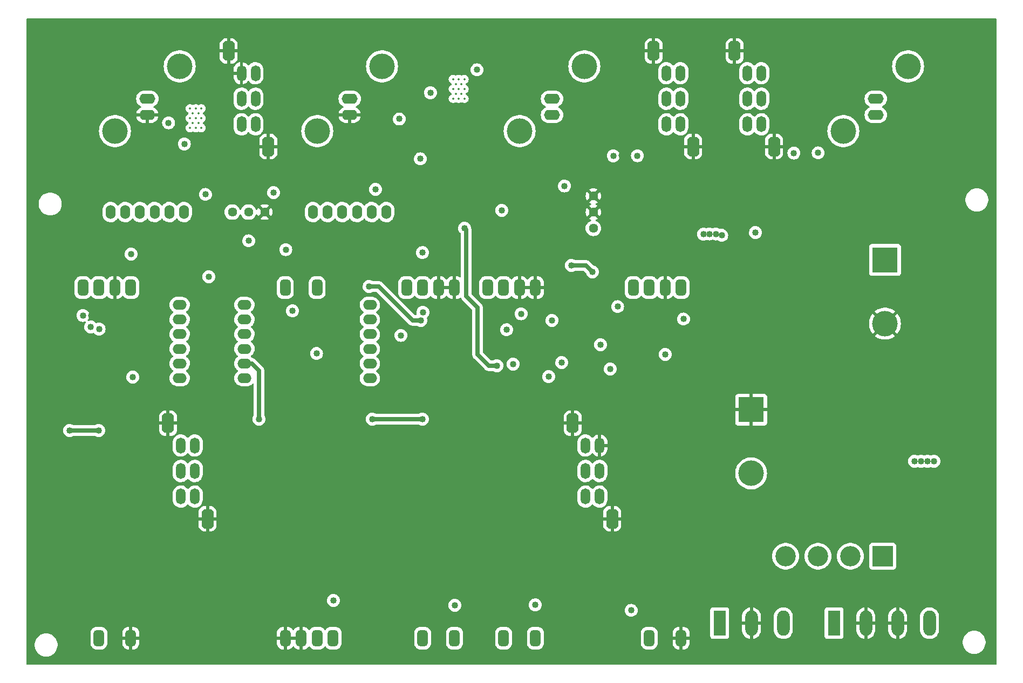
<source format=gbr>
%TF.GenerationSoftware,KiCad,Pcbnew,7.0.2*%
%TF.CreationDate,2023-07-19T18:14:24-04:00*%
%TF.ProjectId,basic_pid,62617369-635f-4706-9964-2e6b69636164,rev?*%
%TF.SameCoordinates,Original*%
%TF.FileFunction,Copper,L2,Inr*%
%TF.FilePolarity,Positive*%
%FSLAX46Y46*%
G04 Gerber Fmt 4.6, Leading zero omitted, Abs format (unit mm)*
G04 Created by KiCad (PCBNEW 7.0.2) date 2023-07-19 18:14:24*
%MOMM*%
%LPD*%
G01*
G04 APERTURE LIST*
G04 Aperture macros list*
%AMRoundRect*
0 Rectangle with rounded corners*
0 $1 Rounding radius*
0 $2 $3 $4 $5 $6 $7 $8 $9 X,Y pos of 4 corners*
0 Add a 4 corners polygon primitive as box body*
4,1,4,$2,$3,$4,$5,$6,$7,$8,$9,$2,$3,0*
0 Add four circle primitives for the rounded corners*
1,1,$1+$1,$2,$3*
1,1,$1+$1,$4,$5*
1,1,$1+$1,$6,$7*
1,1,$1+$1,$8,$9*
0 Add four rect primitives between the rounded corners*
20,1,$1+$1,$2,$3,$4,$5,0*
20,1,$1+$1,$4,$5,$6,$7,0*
20,1,$1+$1,$6,$7,$8,$9,0*
20,1,$1+$1,$8,$9,$2,$3,0*%
%AMOutline5P*
0 Free polygon, 5 corners , with rotation*
0 The origin of the aperture is its center*
0 number of corners: always 5*
0 $1 to $10 corner X, Y*
0 $11 Rotation angle, in degrees counterclockwise*
0 create outline with 5 corners*
4,1,5,$1,$2,$3,$4,$5,$6,$7,$8,$9,$10,$1,$2,$11*%
%AMOutline6P*
0 Free polygon, 6 corners , with rotation*
0 The origin of the aperture is its center*
0 number of corners: always 6*
0 $1 to $12 corner X, Y*
0 $13 Rotation angle, in degrees counterclockwise*
0 create outline with 6 corners*
4,1,6,$1,$2,$3,$4,$5,$6,$7,$8,$9,$10,$11,$12,$1,$2,$13*%
%AMOutline7P*
0 Free polygon, 7 corners , with rotation*
0 The origin of the aperture is its center*
0 number of corners: always 7*
0 $1 to $14 corner X, Y*
0 $15 Rotation angle, in degrees counterclockwise*
0 create outline with 7 corners*
4,1,7,$1,$2,$3,$4,$5,$6,$7,$8,$9,$10,$11,$12,$13,$14,$1,$2,$15*%
%AMOutline8P*
0 Free polygon, 8 corners , with rotation*
0 The origin of the aperture is its center*
0 number of corners: always 8*
0 $1 to $16 corner X, Y*
0 $17 Rotation angle, in degrees counterclockwise*
0 create outline with 8 corners*
4,1,8,$1,$2,$3,$4,$5,$6,$7,$8,$9,$10,$11,$12,$13,$14,$15,$16,$1,$2,$17*%
G04 Aperture macros list end*
%TA.AperFunction,ComponentPad*%
%ADD10C,0.355600*%
%TD*%
%TA.AperFunction,ComponentPad*%
%ADD11R,4.000000X4.000000*%
%TD*%
%TA.AperFunction,ComponentPad*%
%ADD12C,4.000000*%
%TD*%
%TA.AperFunction,ComponentPad*%
%ADD13R,3.200000X3.200000*%
%TD*%
%TA.AperFunction,ComponentPad*%
%ADD14C,3.200000*%
%TD*%
%TA.AperFunction,ComponentPad*%
%ADD15R,1.980000X3.960000*%
%TD*%
%TA.AperFunction,ComponentPad*%
%ADD16O,1.980000X3.960000*%
%TD*%
%TA.AperFunction,ComponentPad*%
%ADD17O,2.200000X1.524000*%
%TD*%
%TA.AperFunction,ComponentPad*%
%ADD18O,1.524000X2.200000*%
%TD*%
%TA.AperFunction,ComponentPad*%
%ADD19O,2.500000X1.600000*%
%TD*%
%TA.AperFunction,ComponentPad*%
%ADD20RoundRect,0.508000X-0.317500X-0.762000X0.317500X-0.762000X0.317500X0.762000X-0.317500X0.762000X0*%
%TD*%
%TA.AperFunction,ComponentPad*%
%ADD21RoundRect,0.508000X0.317500X0.762000X-0.317500X0.762000X-0.317500X-0.762000X0.317500X-0.762000X0*%
%TD*%
%TA.AperFunction,ComponentPad*%
%ADD22O,1.500000X2.500000*%
%TD*%
%TA.AperFunction,ComponentPad*%
%ADD23Outline8P,-1.500000X0.540000X-1.140000X0.900000X1.140000X0.900000X1.500000X0.540000X1.500000X-0.540000X1.140000X-0.900000X-1.140000X-0.900000X-1.500000X-0.540000X90.000000*%
%TD*%
%TA.AperFunction,ComponentPad*%
%ADD24Outline8P,-1.500000X0.540000X-1.140000X0.900000X1.140000X0.900000X1.500000X0.540000X1.500000X-0.540000X1.140000X-0.900000X-1.140000X-0.900000X-1.500000X-0.540000X270.000000*%
%TD*%
%TA.AperFunction,ComponentPad*%
%ADD25C,1.440000*%
%TD*%
%TA.AperFunction,ViaPad*%
%ADD26C,1.016000*%
%TD*%
%TA.AperFunction,Conductor*%
%ADD27C,0.635000*%
%TD*%
G04 APERTURE END LIST*
D10*
%TO.N,-12V*%
%TO.C,U13*%
X129135539Y-42682999D03*
X129135539Y-41158999D03*
X129135539Y-39634999D03*
X128691039Y-41920999D03*
X128691039Y-40396999D03*
X128246539Y-42682999D03*
X128246539Y-41158999D03*
X128246539Y-39634999D03*
X127802039Y-41920999D03*
X127802039Y-40396999D03*
X127357539Y-42682999D03*
X127357539Y-41158999D03*
X127357539Y-39634999D03*
%TD*%
D11*
%TO.N,GND*%
%TO.C,C19*%
X215400000Y-86900000D03*
D12*
%TO.N,V-_unreg*%
X215400000Y-96900000D03*
%TD*%
D13*
%TO.N,V+_unreg*%
%TO.C,D1*%
X236060000Y-109900000D03*
D14*
%TO.N,/Supply_and_filtering/yellow*%
X230980000Y-109900000D03*
%TO.N,/Supply_and_filtering/black*%
X225900000Y-109900000D03*
%TO.N,V-_unreg*%
X220820000Y-109900000D03*
%TD*%
D15*
%TO.N,V-_unreg*%
%TO.C,J6*%
X210460000Y-120400000D03*
D16*
%TO.N,GND*%
X215460000Y-120400000D03*
%TO.N,V+_unreg*%
X220460000Y-120400000D03*
%TD*%
D11*
%TO.N,V+_unreg*%
%TO.C,C18*%
X236400000Y-63400000D03*
D12*
%TO.N,GND*%
X236400000Y-73400000D03*
%TD*%
D10*
%TO.N,-12V*%
%TO.C,U8*%
X170395512Y-38088772D03*
X170395512Y-36564772D03*
X170395512Y-35040772D03*
X169951012Y-37326772D03*
X169951012Y-35802772D03*
X169506512Y-38088772D03*
X169506512Y-36564772D03*
X169506512Y-35040772D03*
X169062012Y-37326772D03*
X169062012Y-35802772D03*
X168617512Y-38088772D03*
X168617512Y-36564772D03*
X168617512Y-35040772D03*
%TD*%
D15*
%TO.N,/Supply_and_filtering/black*%
%TO.C,J5*%
X228400000Y-120400000D03*
D16*
%TO.N,GND*%
X233400000Y-120400000D03*
X238400000Y-120400000D03*
%TO.N,/Supply_and_filtering/yellow*%
X243400000Y-120400000D03*
%TD*%
D17*
%TO.N,Net-(C6-Pad1)*%
%TO.C,SW8*%
X135890000Y-79650000D03*
%TO.N,Net-(R16-Pad1)*%
X135890000Y-77350000D03*
%TO.N,Net-(R17-Pad1)*%
X135890000Y-75050000D03*
%TO.N,unconnected-(SW8-Pad4)*%
X135890000Y-72750000D03*
%TO.N,Net-(SW7-Common)*%
X135890000Y-70450000D03*
X135890000Y-81950000D03*
%TD*%
D18*
%TO.N,Net-(C10-Pad2)*%
%TO.C,SW9*%
X117200000Y-55880000D03*
%TO.N,Net-(C11-Pad2)*%
X119500000Y-55880000D03*
%TO.N,Net-(C12-Pad2)*%
X121800000Y-55880000D03*
%TO.N,Net-(C13-Pad2)*%
X124100000Y-55880000D03*
%TO.N,Net-(SW9-Common)*%
X126400000Y-55880000D03*
X114900000Y-55880000D03*
%TD*%
D12*
%TO.N,*%
%TO.C,J4*%
X125730000Y-33020000D03*
X115570000Y-43180000D03*
D19*
%TO.N,Net-(J4-In)*%
X120650000Y-38100000D03*
%TO.N,GND*%
X120650000Y-40640000D03*
%TD*%
D20*
%TO.N,Net-(R12-Pad2)*%
%TO.C,RV3*%
X147300000Y-122750000D03*
X149800000Y-122750000D03*
%TO.N,Net-(SW7-Common)*%
X147300000Y-67750000D03*
%TO.N,Net-(R25-Pad1)*%
X142300000Y-67750000D03*
%TO.N,GND*%
X142300000Y-122750000D03*
X144800000Y-122750000D03*
%TD*%
D21*
%TO.N,Net-(U10--)*%
%TO.C,RV4*%
X163850000Y-67750000D03*
X161350000Y-67750000D03*
%TO.N,Net-(R20-Pad1)*%
X163850000Y-122750000D03*
%TO.N,Net-(R26-Pad1)*%
X168850000Y-122750000D03*
%TO.N,GND*%
X168850000Y-67750000D03*
X166350000Y-67750000D03*
%TD*%
D22*
%TO.N,unconnected-(SW5A-A-Pad1)*%
%TO.C,SW5*%
X191600000Y-100520000D03*
%TO.N,Net-(SW5A-B)*%
X191600000Y-96520000D03*
%TO.N,GND*%
X191600000Y-92520000D03*
%TO.N,N/C*%
X189400000Y-100520000D03*
X189400000Y-96520000D03*
X189400000Y-92520000D03*
D23*
%TO.N,GND*%
X193600000Y-104020000D03*
X187400000Y-89020000D03*
%TD*%
D22*
%TO.N,Net-(J1-In)*%
%TO.C,SW1*%
X202100000Y-34100000D03*
%TO.N,Net-(SW1A-B)*%
X202100000Y-38100000D03*
%TO.N,Net-(J1-Ext)*%
X202100000Y-42100000D03*
X204300000Y-34100000D03*
%TO.N,Net-(SW1B-B)*%
X204300000Y-38100000D03*
%TO.N,Net-(J1-In)*%
X204300000Y-42100000D03*
D24*
%TO.N,GND*%
X200100000Y-30600000D03*
X206300000Y-45600000D03*
%TD*%
D21*
%TO.N,Net-(U11--)*%
%TO.C,RV5*%
X113050000Y-67750000D03*
X110550000Y-67750000D03*
%TO.N,Net-(R18-Pad1)*%
X113050000Y-122750000D03*
%TO.N,GND*%
X118050000Y-122750000D03*
%TO.N,Net-(R27-Pad2)*%
X118050000Y-67750000D03*
%TO.N,GND*%
X115550000Y-67750000D03*
%TD*%
%TO.N,Net-(U1-K)*%
%TO.C,RV1*%
X199410000Y-67750000D03*
%TO.N,Net-(C1-Pad2)*%
X196910000Y-67750000D03*
%TO.N,Net-(U2-A)*%
X199410000Y-122750000D03*
%TO.N,GND*%
X204410000Y-122750000D03*
%TO.N,Net-(R28-Pad2)*%
X204410000Y-67750000D03*
%TO.N,GND*%
X201910000Y-67750000D03*
%TD*%
D25*
%TO.N,GND*%
%TO.C,RV6*%
X139065000Y-55880000D03*
%TO.N,Net-(SW10A-C)*%
X136525000Y-55880000D03*
%TO.N,-12V*%
X133985000Y-55880000D03*
%TD*%
D22*
%TO.N,Error_signal*%
%TO.C,SW3*%
X128100000Y-100520000D03*
%TO.N,Net-(SW3A-B)*%
X128100000Y-96520000D03*
%TO.N,Input_A*%
X128100000Y-92520000D03*
%TO.N,N/C*%
X125900000Y-100520000D03*
X125900000Y-96520000D03*
X125900000Y-92520000D03*
D23*
%TO.N,GND*%
X130100000Y-104020000D03*
X123900000Y-89020000D03*
%TD*%
D25*
%TO.N,Net-(R30-Pad1)*%
%TO.C,RV7*%
X190647006Y-58437475D03*
%TO.N,GND*%
X190647006Y-55897475D03*
X190647006Y-53357475D03*
%TD*%
D22*
%TO.N,unconnected-(SW10A-A-Pad1)*%
%TO.C,SW10*%
X137625000Y-42100000D03*
%TO.N,Positive_offset*%
X137625000Y-38100000D03*
%TO.N,Net-(SW10A-C)*%
X137625000Y-34100000D03*
%TO.N,-12V*%
X135425000Y-42100000D03*
%TO.N,Vlim-*%
X135425000Y-38100000D03*
%TO.N,GND*%
X135425000Y-34100000D03*
D23*
X139625000Y-45600000D03*
X133425000Y-30600000D03*
%TD*%
D22*
%TO.N,Net-(J2-In)*%
%TO.C,SW2*%
X217000000Y-42100000D03*
%TO.N,Net-(SW2A-B)*%
X217000000Y-38100000D03*
%TO.N,Net-(J2-Ext)*%
X217000000Y-34100000D03*
X214800000Y-42100000D03*
%TO.N,Net-(SW2B-B)*%
X214800000Y-38100000D03*
%TO.N,Net-(J2-In)*%
X214800000Y-34100000D03*
D23*
%TO.N,GND*%
X219000000Y-45600000D03*
X212800000Y-30600000D03*
%TD*%
D18*
%TO.N,Input_A*%
%TO.C,SW4*%
X148950000Y-55880000D03*
%TO.N,Input_B*%
X151250000Y-55880000D03*
%TO.N,Internal_setpoint*%
X153550000Y-55880000D03*
%TO.N,Error_signal*%
X155850000Y-55880000D03*
%TO.N,Net-(SW4-Common)*%
X158150000Y-55880000D03*
X146650000Y-55880000D03*
%TD*%
D12*
%TO.N,*%
%TO.C,J2*%
X240030000Y-33020000D03*
X229870000Y-43180000D03*
D19*
%TO.N,Net-(J2-In)*%
X234950000Y-38100000D03*
%TO.N,Net-(J2-Ext)*%
X234950000Y-40640000D03*
%TD*%
D17*
%TO.N,Net-(C6-Pad2)*%
%TO.C,SW7*%
X155575000Y-79650000D03*
%TO.N,Net-(C7-Pad2)*%
X155575000Y-77350000D03*
%TO.N,Net-(C8-Pad2)*%
X155575000Y-75050000D03*
%TO.N,Net-(C9-Pad2)*%
X155575000Y-72750000D03*
%TO.N,Net-(SW7-Common)*%
X155575000Y-70450000D03*
X155575000Y-81950000D03*
%TD*%
D12*
%TO.N,*%
%TO.C,J1*%
X189230000Y-33020000D03*
X179070000Y-43180000D03*
D19*
%TO.N,Net-(J1-In)*%
X184150000Y-38100000D03*
%TO.N,Net-(J1-Ext)*%
X184150000Y-40640000D03*
%TD*%
D17*
%TO.N,Net-(C2-Pad2)*%
%TO.C,SW6*%
X125730000Y-79650000D03*
%TO.N,Net-(C3-Pad2)*%
X125730000Y-77350000D03*
%TO.N,Net-(C4-Pad2)*%
X125730000Y-75050000D03*
%TO.N,Net-(C5-Pad2)*%
X125730000Y-72750000D03*
%TO.N,Net-(SW6-Common)*%
X125730000Y-70450000D03*
X125730000Y-81950000D03*
%TD*%
D21*
%TO.N,Net-(U6--)*%
%TO.C,RV2*%
X176550000Y-67750000D03*
X174050000Y-67750000D03*
%TO.N,Net-(R11-Pad1)*%
X176550000Y-122750000D03*
%TO.N,Net-(R24-Pad1)*%
X181550000Y-122750000D03*
%TO.N,GND*%
X181550000Y-67750000D03*
X179050000Y-67750000D03*
%TD*%
D12*
%TO.N,*%
%TO.C,J3*%
X157480000Y-33020000D03*
X147320000Y-43180000D03*
D19*
%TO.N,Net-(J3-In)*%
X152400000Y-38100000D03*
%TO.N,GND*%
X152400000Y-40640000D03*
%TD*%
D26*
%TO.N,GND*%
X144780000Y-65786000D03*
X108712000Y-26670000D03*
X106426000Y-26670000D03*
X104648000Y-26670000D03*
X102870000Y-26670000D03*
X103124000Y-45212000D03*
X103124000Y-43942000D03*
X103124000Y-42672000D03*
X110236000Y-42672000D03*
X110236000Y-43942000D03*
X110236000Y-45212000D03*
%TO.N,Net-(R20-Pad1)*%
X163830000Y-88392000D03*
X155956000Y-88392000D03*
%TO.N,Net-(R18-Pad1)*%
X108458000Y-90170000D03*
X113030000Y-90170000D03*
%TO.N,Net-(C6-Pad1)*%
X138176000Y-88392000D03*
%TO.N,GND*%
X195072000Y-46990000D03*
X196400473Y-53331925D03*
X105664000Y-70612000D03*
X196342000Y-83312000D03*
X170434000Y-71872349D03*
X156210000Y-41148000D03*
X185914521Y-71044749D03*
X122170492Y-45187769D03*
X177291756Y-34573772D03*
X128543805Y-45185182D03*
X129618976Y-56967812D03*
X199831535Y-53340000D03*
X111828090Y-72142502D03*
X145915802Y-70301064D03*
X131675863Y-44711141D03*
X170659343Y-74422000D03*
X160439828Y-79300846D03*
X147244577Y-82305601D03*
X192278000Y-65786000D03*
X188976000Y-78740000D03*
X158980578Y-72910247D03*
X168910000Y-55372000D03*
X157260179Y-42875207D03*
X130304530Y-44677281D03*
X204470000Y-76200000D03*
X127563508Y-43996330D03*
X114055027Y-81068882D03*
X167553330Y-48543772D03*
%TO.N,Input_A*%
X178054000Y-79756000D03*
X185674000Y-79502000D03*
X130302000Y-66040000D03*
%TO.N,Input_B*%
X187198000Y-64262000D03*
X190500000Y-65278000D03*
%TO.N,Internal_setpoint*%
X175514000Y-80010000D03*
X170434000Y-58420000D03*
%TO.N,Error_signal*%
X149860000Y-116840000D03*
X163820390Y-62239610D03*
X184150000Y-72898000D03*
%TO.N,Net-(U11--)*%
X118364000Y-81788000D03*
%TO.N,+12V*%
X208877716Y-59326576D03*
X179310521Y-71846901D03*
X201930000Y-78232000D03*
X163489330Y-47527772D03*
X209860087Y-59326576D03*
X210782920Y-59534957D03*
X225912821Y-46603405D03*
X194454403Y-70717815D03*
X163897139Y-71624196D03*
X197563036Y-47051370D03*
X123989963Y-41876585D03*
X165087029Y-37158857D03*
X168910000Y-117602000D03*
X147208058Y-78080772D03*
X142373317Y-61774324D03*
X181518055Y-117526871D03*
X207925113Y-59356345D03*
X113090653Y-74249017D03*
%TO.N,-12V*%
X193294000Y-80518000D03*
X118110000Y-62484000D03*
X243078000Y-94996000D03*
X160439828Y-75236846D03*
X136548296Y-60399440D03*
X196577201Y-118389650D03*
X241046000Y-94996000D03*
X143434577Y-71383601D03*
X160188085Y-41274341D03*
X204791002Y-72666135D03*
X177024521Y-74346749D03*
X222114209Y-46614372D03*
X193764424Y-47062337D03*
X172379330Y-33557772D03*
X244094000Y-94996000D03*
X110547857Y-72102542D03*
X242062000Y-94996000D03*
%TO.N,GND*%
X131087761Y-34259941D03*
%TO.N,V+_unreg*%
X216074715Y-59096296D03*
X186101435Y-51788020D03*
%TO.N,Net-(SW5A-B)*%
X191770000Y-76708000D03*
%TO.N,Vlim-*%
X126459392Y-45196028D03*
%TO.N,Net-(R18-Pad1)*%
X111760000Y-73914000D03*
%TO.N,Vlim+*%
X156464000Y-52324000D03*
X176276000Y-55626000D03*
X140462000Y-52832000D03*
X129778978Y-53112421D03*
%TO.N,Net-(R20-Pad1)*%
X163576000Y-72898000D03*
X155448000Y-67564000D03*
%TO.N,Net-(R11-Pad1)*%
X183632390Y-81706493D03*
%TD*%
D27*
%TO.N,Internal_setpoint*%
X170434000Y-58420000D02*
X170688000Y-58674000D01*
X170688000Y-58674000D02*
X170688000Y-69088000D01*
X170688000Y-69088000D02*
X172466000Y-70866000D01*
X172466000Y-70866000D02*
X172466000Y-78232000D01*
X172466000Y-78232000D02*
X174244000Y-80010000D01*
X174244000Y-80010000D02*
X175514000Y-80010000D01*
%TO.N,Net-(R20-Pad1)*%
X155956000Y-88392000D02*
X163830000Y-88392000D01*
%TO.N,Net-(R18-Pad1)*%
X113030000Y-90170000D02*
X108458000Y-90170000D01*
%TO.N,Net-(C6-Pad1)*%
X138176000Y-80772000D02*
X138176000Y-88392000D01*
X135890000Y-79650000D02*
X137054000Y-79650000D01*
X137054000Y-79650000D02*
X138176000Y-80772000D01*
%TO.N,Input_B*%
X187198000Y-64262000D02*
X189484000Y-64262000D01*
X189484000Y-64262000D02*
X190500000Y-65278000D01*
%TO.N,Net-(R20-Pad1)*%
X163576000Y-72898000D02*
X162306000Y-72898000D01*
X156972000Y-67564000D02*
X155448000Y-67564000D01*
X162306000Y-72898000D02*
X156972000Y-67564000D01*
%TD*%
%TA.AperFunction,Conductor*%
%TO.N,GND*%
G36*
X144256441Y-122637047D02*
G01*
X144246123Y-122787886D01*
X144276884Y-122935915D01*
X144310090Y-123000000D01*
X142794852Y-123000000D01*
X142843559Y-122862953D01*
X142853877Y-122712114D01*
X142823116Y-122564085D01*
X142789910Y-122500000D01*
X144305148Y-122500000D01*
X144256441Y-122637047D01*
G37*
%TD.AperFunction*%
%TA.AperFunction,Conductor*%
G36*
X168306441Y-67637047D02*
G01*
X168296123Y-67787886D01*
X168326884Y-67935915D01*
X168360090Y-68000000D01*
X166844852Y-68000000D01*
X166893559Y-67862953D01*
X166903877Y-67712114D01*
X166873116Y-67564085D01*
X166839910Y-67500000D01*
X168355148Y-67500000D01*
X168306441Y-67637047D01*
G37*
%TD.AperFunction*%
%TA.AperFunction,Conductor*%
G36*
X181006441Y-67637047D02*
G01*
X180996123Y-67787886D01*
X181026884Y-67935915D01*
X181060090Y-68000000D01*
X179544852Y-68000000D01*
X179593559Y-67862953D01*
X179603877Y-67712114D01*
X179573116Y-67564085D01*
X179539910Y-67500000D01*
X181055148Y-67500000D01*
X181006441Y-67637047D01*
G37*
%TD.AperFunction*%
%TA.AperFunction,Conductor*%
G36*
X253867539Y-25495185D02*
G01*
X253913294Y-25547989D01*
X253924500Y-25599500D01*
X253924500Y-126800500D01*
X253904815Y-126867539D01*
X253852011Y-126913294D01*
X253800500Y-126924500D01*
X101799500Y-126924500D01*
X101732461Y-126904815D01*
X101686706Y-126852011D01*
X101675500Y-126800500D01*
X101675500Y-123960169D01*
X102971300Y-123960169D01*
X103011590Y-124227486D01*
X103050799Y-124354595D01*
X103091275Y-124485814D01*
X103208570Y-124729379D01*
X103360856Y-124952742D01*
X103544732Y-125150913D01*
X103756090Y-125319466D01*
X103990209Y-125454635D01*
X104241859Y-125553400D01*
X104505419Y-125613556D01*
X104707505Y-125628700D01*
X104709822Y-125628700D01*
X104840178Y-125628700D01*
X104842495Y-125628700D01*
X105044581Y-125613556D01*
X105308141Y-125553400D01*
X105559791Y-125454635D01*
X105793910Y-125319466D01*
X106005268Y-125150913D01*
X106189144Y-124952742D01*
X106341430Y-124729379D01*
X106458725Y-124485814D01*
X106538409Y-124227487D01*
X106578700Y-123960169D01*
X106578700Y-123689831D01*
X106559364Y-123561546D01*
X106558907Y-123558515D01*
X111724000Y-123558515D01*
X111724001Y-123561546D01*
X111724300Y-123564581D01*
X111724300Y-123564582D01*
X111738591Y-123709697D01*
X111738591Y-123709699D01*
X111738592Y-123709701D01*
X111796259Y-123899804D01*
X111889905Y-124075004D01*
X112015932Y-124228568D01*
X112169496Y-124354595D01*
X112344696Y-124448241D01*
X112534799Y-124505908D01*
X112682953Y-124520500D01*
X113417046Y-124520499D01*
X113565201Y-124505908D01*
X113755304Y-124448241D01*
X113930504Y-124354595D01*
X114084068Y-124228568D01*
X114210095Y-124075004D01*
X114303741Y-123899804D01*
X114361408Y-123709701D01*
X114376000Y-123561547D01*
X114375999Y-122500000D01*
X116724499Y-122500000D01*
X117555148Y-122500000D01*
X117506441Y-122637047D01*
X117496123Y-122787886D01*
X117526884Y-122935915D01*
X117560090Y-123000000D01*
X116724500Y-123000000D01*
X116724500Y-123558468D01*
X116724798Y-123564552D01*
X116739085Y-123709604D01*
X116796723Y-123899611D01*
X116890323Y-124074722D01*
X117016287Y-124228212D01*
X117169777Y-124354176D01*
X117344888Y-124447776D01*
X117534895Y-124505414D01*
X117679947Y-124519701D01*
X117686032Y-124520000D01*
X117800000Y-124520000D01*
X117800000Y-123241683D01*
X117828819Y-123259209D01*
X117974404Y-123300000D01*
X118087622Y-123300000D01*
X118199783Y-123284584D01*
X118300000Y-123241053D01*
X118300000Y-124520000D01*
X118413968Y-124520000D01*
X118420052Y-124519701D01*
X118565104Y-124505414D01*
X118755111Y-124447776D01*
X118930222Y-124354176D01*
X119083712Y-124228212D01*
X119209676Y-124074722D01*
X119303276Y-123899611D01*
X119360914Y-123709604D01*
X119375201Y-123564552D01*
X119375500Y-123558468D01*
X140974500Y-123558468D01*
X140974798Y-123564552D01*
X140989085Y-123709604D01*
X141046723Y-123899611D01*
X141140323Y-124074722D01*
X141266287Y-124228212D01*
X141419777Y-124354176D01*
X141594888Y-124447776D01*
X141784895Y-124505414D01*
X141929947Y-124519701D01*
X141936032Y-124520000D01*
X142050000Y-124520000D01*
X142050000Y-123241683D01*
X142078819Y-123259209D01*
X142224404Y-123300000D01*
X142337622Y-123300000D01*
X142449783Y-123284584D01*
X142550000Y-123241053D01*
X142550000Y-124520000D01*
X142663968Y-124520000D01*
X142670052Y-124519701D01*
X142815104Y-124505414D01*
X143005111Y-124447776D01*
X143180222Y-124354176D01*
X143333712Y-124228212D01*
X143454146Y-124081462D01*
X143511892Y-124042127D01*
X143581736Y-124040256D01*
X143641505Y-124076443D01*
X143645854Y-124081462D01*
X143766287Y-124228212D01*
X143919777Y-124354176D01*
X144094888Y-124447776D01*
X144284895Y-124505414D01*
X144429947Y-124519701D01*
X144436032Y-124520000D01*
X144550000Y-124520000D01*
X144550000Y-123241683D01*
X144578819Y-123259209D01*
X144724404Y-123300000D01*
X144837622Y-123300000D01*
X144949783Y-123284584D01*
X145050000Y-123241053D01*
X145050000Y-124520000D01*
X145163968Y-124520000D01*
X145170052Y-124519701D01*
X145315104Y-124505414D01*
X145505111Y-124447776D01*
X145680222Y-124354176D01*
X145833712Y-124228212D01*
X145953821Y-124081857D01*
X146011566Y-124042522D01*
X146081411Y-124040651D01*
X146141180Y-124076838D01*
X146145528Y-124081856D01*
X146265932Y-124228568D01*
X146419496Y-124354595D01*
X146594696Y-124448241D01*
X146784799Y-124505908D01*
X146932953Y-124520500D01*
X147667046Y-124520499D01*
X147815201Y-124505908D01*
X148005304Y-124448241D01*
X148180504Y-124354595D01*
X148334068Y-124228568D01*
X148454148Y-124082250D01*
X148511893Y-124042917D01*
X148581737Y-124041046D01*
X148641506Y-124077234D01*
X148645843Y-124082239D01*
X148765932Y-124228568D01*
X148919496Y-124354595D01*
X149094696Y-124448241D01*
X149284799Y-124505908D01*
X149432953Y-124520500D01*
X150167046Y-124520499D01*
X150315201Y-124505908D01*
X150505304Y-124448241D01*
X150680504Y-124354595D01*
X150834068Y-124228568D01*
X150960095Y-124075004D01*
X151053741Y-123899804D01*
X151111408Y-123709701D01*
X151126000Y-123561547D01*
X151126000Y-123558515D01*
X162524000Y-123558515D01*
X162524001Y-123561546D01*
X162524300Y-123564581D01*
X162524300Y-123564582D01*
X162538591Y-123709697D01*
X162538591Y-123709699D01*
X162538592Y-123709701D01*
X162596259Y-123899804D01*
X162689905Y-124075004D01*
X162815932Y-124228568D01*
X162969496Y-124354595D01*
X163144696Y-124448241D01*
X163334799Y-124505908D01*
X163482953Y-124520500D01*
X164217046Y-124520499D01*
X164365201Y-124505908D01*
X164555304Y-124448241D01*
X164730504Y-124354595D01*
X164884068Y-124228568D01*
X165010095Y-124075004D01*
X165103741Y-123899804D01*
X165161408Y-123709701D01*
X165176000Y-123561547D01*
X165176000Y-123558515D01*
X167524000Y-123558515D01*
X167524001Y-123561546D01*
X167524300Y-123564581D01*
X167524300Y-123564582D01*
X167538591Y-123709697D01*
X167538591Y-123709699D01*
X167538592Y-123709701D01*
X167596259Y-123899804D01*
X167689905Y-124075004D01*
X167815932Y-124228568D01*
X167969496Y-124354595D01*
X168144696Y-124448241D01*
X168334799Y-124505908D01*
X168482953Y-124520500D01*
X169217046Y-124520499D01*
X169365201Y-124505908D01*
X169555304Y-124448241D01*
X169730504Y-124354595D01*
X169884068Y-124228568D01*
X170010095Y-124075004D01*
X170103741Y-123899804D01*
X170161408Y-123709701D01*
X170176000Y-123561547D01*
X170176000Y-123558515D01*
X175224000Y-123558515D01*
X175224001Y-123561546D01*
X175224300Y-123564581D01*
X175224300Y-123564582D01*
X175238591Y-123709697D01*
X175238591Y-123709699D01*
X175238592Y-123709701D01*
X175296259Y-123899804D01*
X175389905Y-124075004D01*
X175515932Y-124228568D01*
X175669496Y-124354595D01*
X175844696Y-124448241D01*
X176034799Y-124505908D01*
X176182953Y-124520500D01*
X176917046Y-124520499D01*
X177065201Y-124505908D01*
X177255304Y-124448241D01*
X177430504Y-124354595D01*
X177584068Y-124228568D01*
X177710095Y-124075004D01*
X177803741Y-123899804D01*
X177861408Y-123709701D01*
X177876000Y-123561547D01*
X177876000Y-123558515D01*
X180224000Y-123558515D01*
X180224001Y-123561546D01*
X180224300Y-123564581D01*
X180224300Y-123564582D01*
X180238591Y-123709697D01*
X180238591Y-123709699D01*
X180238592Y-123709701D01*
X180296259Y-123899804D01*
X180389905Y-124075004D01*
X180515932Y-124228568D01*
X180669496Y-124354595D01*
X180844696Y-124448241D01*
X181034799Y-124505908D01*
X181182953Y-124520500D01*
X181917046Y-124520499D01*
X182065201Y-124505908D01*
X182255304Y-124448241D01*
X182430504Y-124354595D01*
X182584068Y-124228568D01*
X182710095Y-124075004D01*
X182803741Y-123899804D01*
X182861408Y-123709701D01*
X182876000Y-123561547D01*
X182876000Y-123558515D01*
X198084000Y-123558515D01*
X198084001Y-123561546D01*
X198084300Y-123564581D01*
X198084300Y-123564582D01*
X198098591Y-123709697D01*
X198098591Y-123709699D01*
X198098592Y-123709701D01*
X198156259Y-123899804D01*
X198249905Y-124075004D01*
X198375932Y-124228568D01*
X198529496Y-124354595D01*
X198704696Y-124448241D01*
X198894799Y-124505908D01*
X199042953Y-124520500D01*
X199777046Y-124520499D01*
X199925201Y-124505908D01*
X200115304Y-124448241D01*
X200290504Y-124354595D01*
X200444068Y-124228568D01*
X200570095Y-124075004D01*
X200663741Y-123899804D01*
X200721408Y-123709701D01*
X200736000Y-123561547D01*
X200736000Y-123558468D01*
X203084500Y-123558468D01*
X203084798Y-123564552D01*
X203099085Y-123709604D01*
X203156723Y-123899611D01*
X203250323Y-124074722D01*
X203376287Y-124228212D01*
X203529777Y-124354176D01*
X203704888Y-124447776D01*
X203894895Y-124505414D01*
X204039947Y-124519701D01*
X204046032Y-124520000D01*
X204160000Y-124520000D01*
X204160000Y-123241683D01*
X204188819Y-123259209D01*
X204334404Y-123300000D01*
X204447622Y-123300000D01*
X204559783Y-123284584D01*
X204659999Y-123241053D01*
X204659999Y-124519999D01*
X204660000Y-124520000D01*
X204773968Y-124520000D01*
X204780052Y-124519701D01*
X204925104Y-124505414D01*
X205115111Y-124447776D01*
X205290222Y-124354176D01*
X205443712Y-124228212D01*
X205569676Y-124074722D01*
X205663276Y-123899611D01*
X205720914Y-123709604D01*
X205735201Y-123564552D01*
X205735500Y-123558468D01*
X205735500Y-123535169D01*
X248596300Y-123535169D01*
X248636590Y-123802486D01*
X248716275Y-124060814D01*
X248833570Y-124304379D01*
X248980714Y-124520201D01*
X248985856Y-124527742D01*
X249169732Y-124725913D01*
X249381090Y-124894466D01*
X249615209Y-125029635D01*
X249866859Y-125128400D01*
X250130419Y-125188556D01*
X250332505Y-125203700D01*
X250334822Y-125203700D01*
X250465178Y-125203700D01*
X250467495Y-125203700D01*
X250669581Y-125188556D01*
X250933141Y-125128400D01*
X251184791Y-125029635D01*
X251418910Y-124894466D01*
X251630268Y-124725913D01*
X251814144Y-124527742D01*
X251966430Y-124304379D01*
X252083725Y-124060814D01*
X252163409Y-123802487D01*
X252203700Y-123535169D01*
X252203700Y-123264831D01*
X252163409Y-122997513D01*
X252083725Y-122739186D01*
X251966430Y-122495621D01*
X251814144Y-122272258D01*
X251630268Y-122074087D01*
X251564292Y-122021473D01*
X251418909Y-121905533D01*
X251219321Y-121790301D01*
X251184791Y-121770365D01*
X251184790Y-121770364D01*
X251184789Y-121770364D01*
X250933143Y-121671600D01*
X250669578Y-121611443D01*
X250469809Y-121596473D01*
X250469798Y-121596472D01*
X250467495Y-121596300D01*
X250332505Y-121596300D01*
X250330202Y-121596472D01*
X250330190Y-121596473D01*
X250130421Y-121611443D01*
X249866856Y-121671600D01*
X249615210Y-121770364D01*
X249381090Y-121905533D01*
X249169731Y-122074087D01*
X248985855Y-122272258D01*
X248833570Y-122495620D01*
X248716275Y-122739185D01*
X248636590Y-122997513D01*
X248596300Y-123264830D01*
X248596300Y-123535169D01*
X205735500Y-123535169D01*
X205735500Y-123000000D01*
X204904852Y-123000000D01*
X204953559Y-122862953D01*
X204963877Y-122712114D01*
X204933116Y-122564085D01*
X204899910Y-122500000D01*
X205735500Y-122500000D01*
X205735500Y-122424578D01*
X208969500Y-122424578D01*
X208969501Y-122427872D01*
X208969853Y-122431152D01*
X208969854Y-122431159D01*
X208975909Y-122487484D01*
X209001056Y-122554906D01*
X209026204Y-122622331D01*
X209112454Y-122737546D01*
X209227669Y-122823796D01*
X209362517Y-122874091D01*
X209422127Y-122880500D01*
X211497872Y-122880499D01*
X211557483Y-122874091D01*
X211692331Y-122823796D01*
X211807546Y-122737546D01*
X211893796Y-122622331D01*
X211944091Y-122487483D01*
X211950500Y-122427873D01*
X211950500Y-121449063D01*
X213970000Y-121449063D01*
X213970211Y-121454178D01*
X213985284Y-121636086D01*
X214045903Y-121875463D01*
X214145093Y-122101592D01*
X214280150Y-122308312D01*
X214447391Y-122489985D01*
X214642253Y-122641651D01*
X214859426Y-122759180D01*
X215092971Y-122839356D01*
X215209999Y-122858885D01*
X215210000Y-122858884D01*
X215210000Y-121123857D01*
X215370935Y-121162000D01*
X215504377Y-121162000D01*
X215636925Y-121146507D01*
X215710000Y-121119909D01*
X215710000Y-122858885D01*
X215827028Y-122839356D01*
X216060573Y-122759180D01*
X216277746Y-122641651D01*
X216472608Y-122489985D01*
X216639849Y-122308312D01*
X216774906Y-122101592D01*
X216874096Y-121875463D01*
X216934715Y-121636086D01*
X216949788Y-121454178D01*
X216949893Y-121451645D01*
X218969500Y-121451645D01*
X218970016Y-121457872D01*
X218984790Y-121636170D01*
X219045428Y-121875624D01*
X219071669Y-121935447D01*
X219144652Y-122101831D01*
X219279755Y-122308621D01*
X219447052Y-122490355D01*
X219641980Y-122642073D01*
X219859221Y-122759638D01*
X219941505Y-122787886D01*
X220092846Y-122839842D01*
X220092848Y-122839842D01*
X220092850Y-122839843D01*
X220336494Y-122880500D01*
X220336495Y-122880500D01*
X220583505Y-122880500D01*
X220583506Y-122880500D01*
X220827150Y-122839843D01*
X221060779Y-122759638D01*
X221278020Y-122642073D01*
X221472948Y-122490355D01*
X221533500Y-122424578D01*
X226909500Y-122424578D01*
X226909501Y-122427872D01*
X226909853Y-122431152D01*
X226909854Y-122431159D01*
X226915909Y-122487484D01*
X226941056Y-122554906D01*
X226966204Y-122622331D01*
X227052454Y-122737546D01*
X227167669Y-122823796D01*
X227302517Y-122874091D01*
X227362127Y-122880500D01*
X229437872Y-122880499D01*
X229497483Y-122874091D01*
X229632331Y-122823796D01*
X229747546Y-122737546D01*
X229833796Y-122622331D01*
X229884091Y-122487483D01*
X229890500Y-122427873D01*
X229890500Y-121449063D01*
X231910000Y-121449063D01*
X231910211Y-121454178D01*
X231925284Y-121636086D01*
X231985903Y-121875463D01*
X232085093Y-122101592D01*
X232220150Y-122308312D01*
X232387391Y-122489985D01*
X232582253Y-122641651D01*
X232799426Y-122759180D01*
X233032971Y-122839356D01*
X233149999Y-122858885D01*
X233150000Y-122858884D01*
X233149999Y-121123857D01*
X233310935Y-121162000D01*
X233444377Y-121162000D01*
X233576925Y-121146507D01*
X233649999Y-121119910D01*
X233649999Y-122858885D01*
X233767028Y-122839356D01*
X234000573Y-122759180D01*
X234217746Y-122641651D01*
X234412608Y-122489985D01*
X234579849Y-122308312D01*
X234714906Y-122101592D01*
X234814096Y-121875463D01*
X234874715Y-121636086D01*
X234889788Y-121454178D01*
X234890000Y-121449063D01*
X236910000Y-121449063D01*
X236910211Y-121454178D01*
X236925284Y-121636086D01*
X236985903Y-121875463D01*
X237085093Y-122101592D01*
X237220150Y-122308312D01*
X237387391Y-122489985D01*
X237582253Y-122641651D01*
X237799426Y-122759180D01*
X238032971Y-122839356D01*
X238149999Y-122858885D01*
X238150000Y-122858884D01*
X238150000Y-121123857D01*
X238310935Y-121162000D01*
X238444377Y-121162000D01*
X238576925Y-121146507D01*
X238649999Y-121119910D01*
X238649999Y-122858884D01*
X238650000Y-122858885D01*
X238767028Y-122839356D01*
X239000573Y-122759180D01*
X239217746Y-122641651D01*
X239412608Y-122489985D01*
X239579849Y-122308312D01*
X239714906Y-122101592D01*
X239814096Y-121875463D01*
X239874715Y-121636086D01*
X239889788Y-121454178D01*
X239889893Y-121451645D01*
X241909500Y-121451645D01*
X241910016Y-121457872D01*
X241924790Y-121636170D01*
X241985428Y-121875624D01*
X242011669Y-121935447D01*
X242084652Y-122101831D01*
X242219755Y-122308621D01*
X242387052Y-122490355D01*
X242581980Y-122642073D01*
X242799221Y-122759638D01*
X242881505Y-122787886D01*
X243032846Y-122839842D01*
X243032848Y-122839842D01*
X243032850Y-122839843D01*
X243276494Y-122880500D01*
X243276495Y-122880500D01*
X243523505Y-122880500D01*
X243523506Y-122880500D01*
X243767150Y-122839843D01*
X244000779Y-122759638D01*
X244218020Y-122642073D01*
X244412948Y-122490355D01*
X244580245Y-122308621D01*
X244715348Y-122101831D01*
X244814572Y-121875623D01*
X244875210Y-121636169D01*
X244890500Y-121451645D01*
X244890500Y-119348355D01*
X244875210Y-119163831D01*
X244814572Y-118924377D01*
X244715348Y-118698169D01*
X244580245Y-118491379D01*
X244412948Y-118309645D01*
X244218020Y-118157927D01*
X244000779Y-118040362D01*
X244000775Y-118040360D01*
X244000774Y-118040360D01*
X243767153Y-117960157D01*
X243561913Y-117925909D01*
X243523506Y-117919500D01*
X243276494Y-117919500D01*
X243238087Y-117925909D01*
X243032846Y-117960157D01*
X242799225Y-118040360D01*
X242581978Y-118157928D01*
X242387051Y-118309645D01*
X242262822Y-118444595D01*
X242219755Y-118491379D01*
X242151463Y-118595908D01*
X242084651Y-118698171D01*
X241985428Y-118924375D01*
X241924790Y-119163829D01*
X241924789Y-119163831D01*
X241924790Y-119163831D01*
X241909500Y-119348355D01*
X241909500Y-121451645D01*
X239889893Y-121451645D01*
X239890000Y-121449063D01*
X239890000Y-120650000D01*
X239120570Y-120650000D01*
X239155532Y-120533221D01*
X239165889Y-120355392D01*
X239134957Y-120179968D01*
X239122030Y-120150000D01*
X239890000Y-120150000D01*
X239890000Y-119350936D01*
X239889788Y-119345821D01*
X239874715Y-119163913D01*
X239814096Y-118924536D01*
X239714906Y-118698407D01*
X239579849Y-118491687D01*
X239412608Y-118310014D01*
X239217746Y-118158348D01*
X239000573Y-118040819D01*
X238767030Y-117960643D01*
X238650000Y-117941114D01*
X238650000Y-119676142D01*
X238489065Y-119638000D01*
X238355623Y-119638000D01*
X238223075Y-119653493D01*
X238149999Y-119680090D01*
X238150000Y-117941114D01*
X238149999Y-117941114D01*
X238032969Y-117960643D01*
X237799426Y-118040819D01*
X237582253Y-118158348D01*
X237387391Y-118310014D01*
X237220150Y-118491687D01*
X237085093Y-118698407D01*
X236985903Y-118924536D01*
X236925284Y-119163913D01*
X236910211Y-119345821D01*
X236910000Y-119350936D01*
X236910000Y-120150000D01*
X237679430Y-120150000D01*
X237644468Y-120266779D01*
X237634111Y-120444608D01*
X237665043Y-120620032D01*
X237677970Y-120650000D01*
X236910000Y-120650000D01*
X236910000Y-121449063D01*
X234890000Y-121449063D01*
X234890000Y-120650000D01*
X234120570Y-120650000D01*
X234155532Y-120533221D01*
X234165889Y-120355392D01*
X234134957Y-120179968D01*
X234122030Y-120150000D01*
X234890000Y-120150000D01*
X234890000Y-119350936D01*
X234889788Y-119345821D01*
X234874715Y-119163913D01*
X234814096Y-118924536D01*
X234714906Y-118698407D01*
X234579849Y-118491687D01*
X234412608Y-118310014D01*
X234217746Y-118158348D01*
X234000573Y-118040819D01*
X233767030Y-117960643D01*
X233649999Y-117941114D01*
X233649998Y-119676142D01*
X233489065Y-119638000D01*
X233355623Y-119638000D01*
X233223075Y-119653493D01*
X233150000Y-119680090D01*
X233150000Y-117941114D01*
X233149999Y-117941114D01*
X233032969Y-117960643D01*
X232799426Y-118040819D01*
X232582253Y-118158348D01*
X232387391Y-118310014D01*
X232220150Y-118491687D01*
X232085093Y-118698407D01*
X231985903Y-118924536D01*
X231925284Y-119163913D01*
X231910211Y-119345821D01*
X231910000Y-119350936D01*
X231910000Y-120150000D01*
X232679430Y-120150000D01*
X232644468Y-120266779D01*
X232634111Y-120444608D01*
X232665043Y-120620032D01*
X232677970Y-120650000D01*
X231910000Y-120650000D01*
X231910000Y-121449063D01*
X229890500Y-121449063D01*
X229890499Y-118372128D01*
X229884091Y-118312517D01*
X229833796Y-118177669D01*
X229747546Y-118062454D01*
X229632331Y-117976204D01*
X229497483Y-117925909D01*
X229437873Y-117919500D01*
X229434550Y-117919500D01*
X227365439Y-117919500D01*
X227365420Y-117919500D01*
X227362128Y-117919501D01*
X227358848Y-117919853D01*
X227358840Y-117919854D01*
X227302515Y-117925909D01*
X227167669Y-117976204D01*
X227052454Y-118062454D01*
X226966204Y-118177668D01*
X226915909Y-118312516D01*
X226915259Y-118318567D01*
X226909500Y-118372127D01*
X226909500Y-118375448D01*
X226909500Y-118375449D01*
X226909500Y-122424560D01*
X226909500Y-122424578D01*
X221533500Y-122424578D01*
X221640245Y-122308621D01*
X221775348Y-122101831D01*
X221874572Y-121875623D01*
X221935210Y-121636169D01*
X221950500Y-121451645D01*
X221950500Y-119348355D01*
X221935210Y-119163831D01*
X221874572Y-118924377D01*
X221775348Y-118698169D01*
X221640245Y-118491379D01*
X221472948Y-118309645D01*
X221278020Y-118157927D01*
X221060779Y-118040362D01*
X221060775Y-118040360D01*
X221060774Y-118040360D01*
X220827153Y-117960157D01*
X220621913Y-117925909D01*
X220583506Y-117919500D01*
X220336494Y-117919500D01*
X220298087Y-117925909D01*
X220092846Y-117960157D01*
X219859225Y-118040360D01*
X219641978Y-118157928D01*
X219447051Y-118309645D01*
X219322822Y-118444595D01*
X219279755Y-118491379D01*
X219211463Y-118595908D01*
X219144651Y-118698171D01*
X219045428Y-118924375D01*
X218984790Y-119163829D01*
X218984789Y-119163831D01*
X218984790Y-119163831D01*
X218969500Y-119348355D01*
X218969500Y-121451645D01*
X216949893Y-121451645D01*
X216950000Y-121449063D01*
X216950000Y-120650000D01*
X216180570Y-120650000D01*
X216215532Y-120533221D01*
X216225889Y-120355392D01*
X216194957Y-120179968D01*
X216182030Y-120150000D01*
X216950000Y-120150000D01*
X216950000Y-119350936D01*
X216949788Y-119345821D01*
X216934715Y-119163913D01*
X216874096Y-118924536D01*
X216774906Y-118698407D01*
X216639849Y-118491687D01*
X216472608Y-118310014D01*
X216277746Y-118158348D01*
X216060573Y-118040819D01*
X215827030Y-117960643D01*
X215710000Y-117941114D01*
X215710000Y-119676142D01*
X215549065Y-119638000D01*
X215415623Y-119638000D01*
X215283075Y-119653493D01*
X215210000Y-119680090D01*
X215210000Y-117941114D01*
X215092969Y-117960643D01*
X214859426Y-118040819D01*
X214642253Y-118158348D01*
X214447391Y-118310014D01*
X214280150Y-118491687D01*
X214145093Y-118698407D01*
X214045903Y-118924536D01*
X213985284Y-119163913D01*
X213970211Y-119345821D01*
X213970000Y-119350936D01*
X213970000Y-120150000D01*
X214739430Y-120150000D01*
X214704468Y-120266779D01*
X214694111Y-120444608D01*
X214725043Y-120620032D01*
X214737970Y-120650000D01*
X213970000Y-120650000D01*
X213970000Y-121449063D01*
X211950500Y-121449063D01*
X211950499Y-118372128D01*
X211944091Y-118312517D01*
X211893796Y-118177669D01*
X211807546Y-118062454D01*
X211692331Y-117976204D01*
X211557483Y-117925909D01*
X211497873Y-117919500D01*
X211494550Y-117919500D01*
X209425439Y-117919500D01*
X209425420Y-117919500D01*
X209422128Y-117919501D01*
X209418848Y-117919853D01*
X209418840Y-117919854D01*
X209362515Y-117925909D01*
X209227669Y-117976204D01*
X209112454Y-118062454D01*
X209026204Y-118177668D01*
X208975909Y-118312516D01*
X208975259Y-118318567D01*
X208969500Y-118372127D01*
X208969500Y-118375448D01*
X208969500Y-118375449D01*
X208969500Y-122424560D01*
X208969500Y-122424578D01*
X205735500Y-122424578D01*
X205735500Y-121941531D01*
X205735201Y-121935447D01*
X205720914Y-121790395D01*
X205663276Y-121600388D01*
X205569676Y-121425277D01*
X205443712Y-121271787D01*
X205290222Y-121145823D01*
X205115111Y-121052223D01*
X204925104Y-120994585D01*
X204780052Y-120980298D01*
X204773968Y-120980000D01*
X204660000Y-120980000D01*
X204659999Y-122258315D01*
X204631181Y-122240791D01*
X204485596Y-122200000D01*
X204372378Y-122200000D01*
X204260217Y-122215416D01*
X204160000Y-122258946D01*
X204160000Y-120980000D01*
X204046032Y-120980000D01*
X204039947Y-120980298D01*
X203894895Y-120994585D01*
X203704888Y-121052223D01*
X203529777Y-121145823D01*
X203376287Y-121271787D01*
X203250323Y-121425277D01*
X203156723Y-121600388D01*
X203099085Y-121790395D01*
X203084798Y-121935447D01*
X203084500Y-121941531D01*
X203084500Y-122500000D01*
X203915148Y-122500000D01*
X203866441Y-122637047D01*
X203856123Y-122787886D01*
X203886884Y-122935915D01*
X203920090Y-123000000D01*
X203084500Y-123000000D01*
X203084500Y-123558468D01*
X200736000Y-123558468D01*
X200735999Y-121938454D01*
X200721408Y-121790299D01*
X200663741Y-121600196D01*
X200570095Y-121424996D01*
X200444068Y-121271432D01*
X200291847Y-121146507D01*
X200290503Y-121145404D01*
X200178584Y-121085583D01*
X200115304Y-121051759D01*
X199925201Y-120994092D01*
X199925198Y-120994091D01*
X199780081Y-120979798D01*
X199780064Y-120979797D01*
X199777047Y-120979500D01*
X199773997Y-120979500D01*
X199046004Y-120979500D01*
X199045983Y-120979500D01*
X199042954Y-120979501D01*
X199039918Y-120979799D01*
X199039917Y-120979800D01*
X198894802Y-120994091D01*
X198894798Y-120994092D01*
X198894799Y-120994092D01*
X198704696Y-121051759D01*
X198704692Y-121051760D01*
X198704692Y-121051761D01*
X198529496Y-121145404D01*
X198375932Y-121271432D01*
X198249904Y-121424996D01*
X198231332Y-121459743D01*
X198156259Y-121600196D01*
X198134599Y-121671600D01*
X198098591Y-121790301D01*
X198084298Y-121935418D01*
X198084297Y-121935436D01*
X198084000Y-121938453D01*
X198084000Y-121941501D01*
X198084000Y-121941502D01*
X198084000Y-123558495D01*
X198084000Y-123558515D01*
X182876000Y-123558515D01*
X182875999Y-121938454D01*
X182861408Y-121790299D01*
X182803741Y-121600196D01*
X182710095Y-121424996D01*
X182584068Y-121271432D01*
X182431847Y-121146507D01*
X182430503Y-121145404D01*
X182318584Y-121085583D01*
X182255304Y-121051759D01*
X182065201Y-120994092D01*
X182065198Y-120994091D01*
X181920081Y-120979798D01*
X181920064Y-120979797D01*
X181917047Y-120979500D01*
X181913997Y-120979500D01*
X181186004Y-120979500D01*
X181185983Y-120979500D01*
X181182954Y-120979501D01*
X181179918Y-120979799D01*
X181179917Y-120979800D01*
X181034802Y-120994091D01*
X181034798Y-120994092D01*
X181034799Y-120994092D01*
X180844696Y-121051759D01*
X180844692Y-121051760D01*
X180844692Y-121051761D01*
X180669496Y-121145404D01*
X180515932Y-121271432D01*
X180389904Y-121424996D01*
X180371332Y-121459743D01*
X180296259Y-121600196D01*
X180274599Y-121671600D01*
X180238591Y-121790301D01*
X180224298Y-121935418D01*
X180224297Y-121935436D01*
X180224000Y-121938453D01*
X180224000Y-121941501D01*
X180224000Y-121941502D01*
X180224000Y-123558495D01*
X180224000Y-123558515D01*
X177876000Y-123558515D01*
X177875999Y-121938454D01*
X177861408Y-121790299D01*
X177803741Y-121600196D01*
X177710095Y-121424996D01*
X177584068Y-121271432D01*
X177431847Y-121146507D01*
X177430503Y-121145404D01*
X177318584Y-121085583D01*
X177255304Y-121051759D01*
X177065201Y-120994092D01*
X177065198Y-120994091D01*
X176920081Y-120979798D01*
X176920064Y-120979797D01*
X176917047Y-120979500D01*
X176913997Y-120979500D01*
X176186004Y-120979500D01*
X176185983Y-120979500D01*
X176182954Y-120979501D01*
X176179918Y-120979799D01*
X176179917Y-120979800D01*
X176034802Y-120994091D01*
X176034798Y-120994092D01*
X176034799Y-120994092D01*
X175844696Y-121051759D01*
X175844692Y-121051760D01*
X175844692Y-121051761D01*
X175669496Y-121145404D01*
X175515932Y-121271432D01*
X175389904Y-121424996D01*
X175371332Y-121459743D01*
X175296259Y-121600196D01*
X175274599Y-121671600D01*
X175238591Y-121790301D01*
X175224298Y-121935418D01*
X175224297Y-121935436D01*
X175224000Y-121938453D01*
X175224000Y-121941501D01*
X175224000Y-121941502D01*
X175224000Y-123558495D01*
X175224000Y-123558515D01*
X170176000Y-123558515D01*
X170175999Y-121938454D01*
X170161408Y-121790299D01*
X170103741Y-121600196D01*
X170010095Y-121424996D01*
X169884068Y-121271432D01*
X169731847Y-121146507D01*
X169730503Y-121145404D01*
X169618584Y-121085583D01*
X169555304Y-121051759D01*
X169365201Y-120994092D01*
X169365198Y-120994091D01*
X169220081Y-120979798D01*
X169220064Y-120979797D01*
X169217047Y-120979500D01*
X169213997Y-120979500D01*
X168486004Y-120979500D01*
X168485983Y-120979500D01*
X168482954Y-120979501D01*
X168479918Y-120979799D01*
X168479917Y-120979800D01*
X168334802Y-120994091D01*
X168334798Y-120994092D01*
X168334799Y-120994092D01*
X168144696Y-121051759D01*
X168144692Y-121051760D01*
X168144692Y-121051761D01*
X167969496Y-121145404D01*
X167815932Y-121271432D01*
X167689904Y-121424996D01*
X167671332Y-121459743D01*
X167596259Y-121600196D01*
X167574599Y-121671600D01*
X167538591Y-121790301D01*
X167524298Y-121935418D01*
X167524297Y-121935436D01*
X167524000Y-121938453D01*
X167524000Y-121941501D01*
X167524000Y-121941502D01*
X167524000Y-123558495D01*
X167524000Y-123558515D01*
X165176000Y-123558515D01*
X165175999Y-121938454D01*
X165161408Y-121790299D01*
X165103741Y-121600196D01*
X165010095Y-121424996D01*
X164884068Y-121271432D01*
X164731847Y-121146507D01*
X164730503Y-121145404D01*
X164618584Y-121085583D01*
X164555304Y-121051759D01*
X164365201Y-120994092D01*
X164365198Y-120994091D01*
X164220081Y-120979798D01*
X164220064Y-120979797D01*
X164217047Y-120979500D01*
X164213997Y-120979500D01*
X163486004Y-120979500D01*
X163485983Y-120979500D01*
X163482954Y-120979501D01*
X163479918Y-120979799D01*
X163479917Y-120979800D01*
X163334802Y-120994091D01*
X163334798Y-120994092D01*
X163334799Y-120994092D01*
X163144696Y-121051759D01*
X163144692Y-121051760D01*
X163144692Y-121051761D01*
X162969496Y-121145404D01*
X162815932Y-121271432D01*
X162689904Y-121424996D01*
X162671332Y-121459743D01*
X162596259Y-121600196D01*
X162574599Y-121671600D01*
X162538591Y-121790301D01*
X162524298Y-121935418D01*
X162524297Y-121935436D01*
X162524000Y-121938453D01*
X162524000Y-121941501D01*
X162524000Y-121941502D01*
X162524000Y-123558495D01*
X162524000Y-123558515D01*
X151126000Y-123558515D01*
X151125999Y-121938454D01*
X151111408Y-121790299D01*
X151053741Y-121600196D01*
X150960095Y-121424996D01*
X150834068Y-121271432D01*
X150681847Y-121146507D01*
X150680503Y-121145404D01*
X150568584Y-121085583D01*
X150505304Y-121051759D01*
X150315201Y-120994092D01*
X150315198Y-120994091D01*
X150170081Y-120979798D01*
X150170064Y-120979797D01*
X150167047Y-120979500D01*
X150163997Y-120979500D01*
X149436004Y-120979500D01*
X149435983Y-120979500D01*
X149432954Y-120979501D01*
X149429918Y-120979799D01*
X149429917Y-120979800D01*
X149284802Y-120994091D01*
X149284798Y-120994092D01*
X149284799Y-120994092D01*
X149094696Y-121051759D01*
X149094692Y-121051760D01*
X149094692Y-121051761D01*
X148919496Y-121145404D01*
X148765932Y-121271432D01*
X148645853Y-121417748D01*
X148588107Y-121457082D01*
X148518262Y-121458953D01*
X148458494Y-121422765D01*
X148454147Y-121417748D01*
X148426922Y-121384575D01*
X148334068Y-121271432D01*
X148181847Y-121146507D01*
X148180503Y-121145404D01*
X148068584Y-121085583D01*
X148005304Y-121051759D01*
X147815201Y-120994092D01*
X147815198Y-120994091D01*
X147670081Y-120979798D01*
X147670064Y-120979797D01*
X147667047Y-120979500D01*
X147663997Y-120979500D01*
X146936004Y-120979500D01*
X146935983Y-120979500D01*
X146932954Y-120979501D01*
X146929918Y-120979799D01*
X146929917Y-120979800D01*
X146784802Y-120994091D01*
X146784798Y-120994092D01*
X146784799Y-120994092D01*
X146594696Y-121051759D01*
X146594692Y-121051760D01*
X146594692Y-121051761D01*
X146419496Y-121145404D01*
X146265934Y-121271430D01*
X146145528Y-121418144D01*
X146087782Y-121457478D01*
X146017937Y-121459347D01*
X145958169Y-121423160D01*
X145953821Y-121418142D01*
X145833712Y-121271787D01*
X145680222Y-121145823D01*
X145505111Y-121052223D01*
X145315104Y-120994585D01*
X145170052Y-120980298D01*
X145163968Y-120980000D01*
X145050000Y-120980000D01*
X145050000Y-122258316D01*
X145021181Y-122240791D01*
X144875596Y-122200000D01*
X144762378Y-122200000D01*
X144650217Y-122215416D01*
X144550000Y-122258946D01*
X144550000Y-120980000D01*
X144436032Y-120980000D01*
X144429947Y-120980298D01*
X144284895Y-120994585D01*
X144094888Y-121052223D01*
X143919777Y-121145823D01*
X143766286Y-121271788D01*
X143645853Y-121418538D01*
X143588108Y-121457872D01*
X143518263Y-121459743D01*
X143458495Y-121423556D01*
X143454147Y-121418538D01*
X143333713Y-121271788D01*
X143180222Y-121145823D01*
X143005111Y-121052223D01*
X142815104Y-120994585D01*
X142670052Y-120980298D01*
X142663968Y-120980000D01*
X142550000Y-120980000D01*
X142550000Y-122258316D01*
X142521181Y-122240791D01*
X142375596Y-122200000D01*
X142262378Y-122200000D01*
X142150217Y-122215416D01*
X142050000Y-122258946D01*
X142050000Y-120980000D01*
X141936032Y-120980000D01*
X141929947Y-120980298D01*
X141784895Y-120994585D01*
X141594888Y-121052223D01*
X141419777Y-121145823D01*
X141266287Y-121271787D01*
X141140323Y-121425277D01*
X141046723Y-121600388D01*
X140989085Y-121790395D01*
X140974798Y-121935447D01*
X140974500Y-121941531D01*
X140974500Y-122500000D01*
X141805148Y-122500000D01*
X141756441Y-122637047D01*
X141746123Y-122787886D01*
X141776884Y-122935915D01*
X141810090Y-123000000D01*
X140974500Y-123000000D01*
X140974500Y-123558468D01*
X119375500Y-123558468D01*
X119375500Y-123000000D01*
X118544852Y-123000000D01*
X118593559Y-122862953D01*
X118603877Y-122712114D01*
X118573116Y-122564085D01*
X118539910Y-122500000D01*
X119375500Y-122500000D01*
X119375500Y-121941531D01*
X119375201Y-121935447D01*
X119360914Y-121790395D01*
X119303276Y-121600388D01*
X119209676Y-121425277D01*
X119083712Y-121271787D01*
X118930222Y-121145823D01*
X118755111Y-121052223D01*
X118565104Y-120994585D01*
X118420052Y-120980298D01*
X118413968Y-120980000D01*
X118300000Y-120980000D01*
X118300000Y-122258316D01*
X118271181Y-122240791D01*
X118125596Y-122200000D01*
X118012378Y-122200000D01*
X117900217Y-122215416D01*
X117800000Y-122258946D01*
X117800000Y-120980000D01*
X117686032Y-120980000D01*
X117679947Y-120980298D01*
X117534895Y-120994585D01*
X117344888Y-121052223D01*
X117169777Y-121145823D01*
X117016287Y-121271787D01*
X116890323Y-121425277D01*
X116796723Y-121600388D01*
X116739085Y-121790395D01*
X116724798Y-121935447D01*
X116724500Y-121941531D01*
X116724499Y-122500000D01*
X114375999Y-122500000D01*
X114375999Y-121938454D01*
X114361408Y-121790299D01*
X114303741Y-121600196D01*
X114210095Y-121424996D01*
X114084068Y-121271432D01*
X113931847Y-121146507D01*
X113930503Y-121145404D01*
X113818584Y-121085583D01*
X113755304Y-121051759D01*
X113565201Y-120994092D01*
X113565198Y-120994091D01*
X113420081Y-120979798D01*
X113420064Y-120979797D01*
X113417047Y-120979500D01*
X113413997Y-120979500D01*
X112686004Y-120979500D01*
X112685983Y-120979500D01*
X112682954Y-120979501D01*
X112679918Y-120979799D01*
X112679917Y-120979800D01*
X112534802Y-120994091D01*
X112534798Y-120994092D01*
X112534799Y-120994092D01*
X112344696Y-121051759D01*
X112344692Y-121051760D01*
X112344692Y-121051761D01*
X112169496Y-121145404D01*
X112015932Y-121271432D01*
X111889904Y-121424996D01*
X111871332Y-121459743D01*
X111796259Y-121600196D01*
X111774599Y-121671600D01*
X111738591Y-121790301D01*
X111724298Y-121935418D01*
X111724297Y-121935436D01*
X111724000Y-121938453D01*
X111724000Y-121941501D01*
X111724000Y-121941502D01*
X111724000Y-123558495D01*
X111724000Y-123558515D01*
X106558907Y-123558515D01*
X106538409Y-123422513D01*
X106489770Y-123264831D01*
X106458725Y-123164186D01*
X106341430Y-122920621D01*
X106189144Y-122697258D01*
X106005268Y-122499087D01*
X105994317Y-122490354D01*
X105793909Y-122330533D01*
X105559789Y-122195364D01*
X105308143Y-122096600D01*
X105044578Y-122036443D01*
X104844809Y-122021473D01*
X104844798Y-122021472D01*
X104842495Y-122021300D01*
X104707505Y-122021300D01*
X104705202Y-122021472D01*
X104705190Y-122021473D01*
X104505421Y-122036443D01*
X104241856Y-122096600D01*
X103990210Y-122195364D01*
X103756090Y-122330533D01*
X103544731Y-122499087D01*
X103360855Y-122697258D01*
X103208570Y-122920620D01*
X103091275Y-123164185D01*
X103011590Y-123422513D01*
X102971300Y-123689830D01*
X102971300Y-123960169D01*
X101675500Y-123960169D01*
X101675500Y-116839999D01*
X148846620Y-116839999D01*
X148866091Y-117037698D01*
X148866092Y-117037701D01*
X148923759Y-117227804D01*
X148923761Y-117227807D01*
X149013522Y-117395741D01*
X149017405Y-117403004D01*
X149143432Y-117556568D01*
X149296996Y-117682595D01*
X149472196Y-117776241D01*
X149662299Y-117833908D01*
X149860000Y-117853380D01*
X150057701Y-117833908D01*
X150247804Y-117776241D01*
X150423004Y-117682595D01*
X150521209Y-117602000D01*
X167896620Y-117602000D01*
X167916091Y-117799698D01*
X167916092Y-117799701D01*
X167973759Y-117989804D01*
X167980196Y-118001846D01*
X168063622Y-118157928D01*
X168067405Y-118165004D01*
X168193432Y-118318568D01*
X168346996Y-118444595D01*
X168522196Y-118538241D01*
X168712299Y-118595908D01*
X168910000Y-118615380D01*
X169107701Y-118595908D01*
X169297804Y-118538241D01*
X169473004Y-118444595D01*
X169626568Y-118318568D01*
X169752595Y-118165004D01*
X169846241Y-117989804D01*
X169903908Y-117799701D01*
X169923380Y-117602000D01*
X169915980Y-117526871D01*
X180504675Y-117526871D01*
X180524146Y-117724569D01*
X180524147Y-117724572D01*
X180581814Y-117914675D01*
X180675460Y-118089875D01*
X180801487Y-118243439D01*
X180955051Y-118369466D01*
X181130251Y-118463112D01*
X181320354Y-118520779D01*
X181518055Y-118540251D01*
X181715756Y-118520779D01*
X181905859Y-118463112D01*
X182043299Y-118389649D01*
X195563821Y-118389649D01*
X195583292Y-118587348D01*
X195583293Y-118587351D01*
X195640960Y-118777454D01*
X195640962Y-118777457D01*
X195719576Y-118924536D01*
X195734606Y-118952654D01*
X195860633Y-119106218D01*
X196014197Y-119232245D01*
X196189397Y-119325891D01*
X196379500Y-119383558D01*
X196577201Y-119403030D01*
X196774902Y-119383558D01*
X196965005Y-119325891D01*
X197140205Y-119232245D01*
X197293769Y-119106218D01*
X197419796Y-118952654D01*
X197513442Y-118777454D01*
X197571109Y-118587351D01*
X197590581Y-118389650D01*
X197571109Y-118191949D01*
X197513442Y-118001846D01*
X197419796Y-117826646D01*
X197293769Y-117673082D01*
X197151797Y-117556568D01*
X197140204Y-117547054D01*
X197045591Y-117496483D01*
X196965005Y-117453409D01*
X196774902Y-117395742D01*
X196774899Y-117395741D01*
X196577201Y-117376270D01*
X196379502Y-117395741D01*
X196316132Y-117414964D01*
X196189397Y-117453409D01*
X196189393Y-117453410D01*
X196189393Y-117453411D01*
X196014197Y-117547054D01*
X195860633Y-117673082D01*
X195734605Y-117826646D01*
X195647395Y-117989807D01*
X195640960Y-118001846D01*
X195629138Y-118040819D01*
X195583292Y-118191951D01*
X195563821Y-118389649D01*
X182043299Y-118389649D01*
X182081059Y-118369466D01*
X182234623Y-118243439D01*
X182360650Y-118089875D01*
X182454296Y-117914675D01*
X182511963Y-117724572D01*
X182531435Y-117526871D01*
X182511963Y-117329170D01*
X182454296Y-117139067D01*
X182360650Y-116963867D01*
X182234623Y-116810303D01*
X182081059Y-116684276D01*
X182081058Y-116684275D01*
X181938526Y-116608091D01*
X181905859Y-116590630D01*
X181715756Y-116532963D01*
X181715753Y-116532962D01*
X181542302Y-116515879D01*
X181518055Y-116513491D01*
X181518054Y-116513491D01*
X181320356Y-116532962D01*
X181256986Y-116552185D01*
X181130251Y-116590630D01*
X181130247Y-116590631D01*
X181130247Y-116590632D01*
X180955051Y-116684275D01*
X180801487Y-116810303D01*
X180675459Y-116963867D01*
X180581816Y-117139063D01*
X180581814Y-117139067D01*
X180559025Y-117214192D01*
X180524146Y-117329172D01*
X180504675Y-117526871D01*
X169915980Y-117526871D01*
X169903908Y-117404299D01*
X169846241Y-117214196D01*
X169752595Y-117038996D01*
X169626568Y-116885432D01*
X169473004Y-116759405D01*
X169473003Y-116759404D01*
X169332445Y-116684275D01*
X169297804Y-116665759D01*
X169107701Y-116608092D01*
X169107698Y-116608091D01*
X168910000Y-116588620D01*
X168712301Y-116608091D01*
X168648931Y-116627314D01*
X168522196Y-116665759D01*
X168522192Y-116665760D01*
X168522192Y-116665761D01*
X168346996Y-116759404D01*
X168193432Y-116885432D01*
X168067404Y-117038996D01*
X168013918Y-117139063D01*
X167973759Y-117214196D01*
X167935314Y-117340931D01*
X167916091Y-117404301D01*
X167896620Y-117602000D01*
X150521209Y-117602000D01*
X150576568Y-117556568D01*
X150702595Y-117403004D01*
X150796241Y-117227804D01*
X150853908Y-117037701D01*
X150873380Y-116840000D01*
X150853908Y-116642299D01*
X150796241Y-116452196D01*
X150702595Y-116276996D01*
X150576568Y-116123432D01*
X150423004Y-115997405D01*
X150423003Y-115997404D01*
X150328390Y-115946833D01*
X150247804Y-115903759D01*
X150057701Y-115846092D01*
X150057698Y-115846091D01*
X149860000Y-115826620D01*
X149662301Y-115846091D01*
X149598931Y-115865314D01*
X149472196Y-115903759D01*
X149472192Y-115903760D01*
X149472192Y-115903761D01*
X149296996Y-115997404D01*
X149143432Y-116123432D01*
X149017404Y-116276996D01*
X148923761Y-116452192D01*
X148923759Y-116452196D01*
X148899259Y-116532962D01*
X148866091Y-116642301D01*
X148846620Y-116839999D01*
X101675500Y-116839999D01*
X101675500Y-109900000D01*
X218714592Y-109900000D01*
X218734202Y-110186686D01*
X218735061Y-110190824D01*
X218735063Y-110190832D01*
X218791803Y-110463880D01*
X218792666Y-110468032D01*
X218888896Y-110738797D01*
X219021099Y-110993936D01*
X219023545Y-110997401D01*
X219184366Y-111225235D01*
X219184370Y-111225240D01*
X219186811Y-111228698D01*
X219382947Y-111438708D01*
X219605853Y-111620055D01*
X219851375Y-111769361D01*
X219855260Y-111771048D01*
X219855261Y-111771049D01*
X220054397Y-111857546D01*
X220114942Y-111883844D01*
X220335384Y-111945608D01*
X220387562Y-111960228D01*
X220387564Y-111960228D01*
X220391642Y-111961371D01*
X220676322Y-112000500D01*
X220680559Y-112000500D01*
X220959441Y-112000500D01*
X220963678Y-112000500D01*
X221248358Y-111961371D01*
X221525058Y-111883844D01*
X221788625Y-111769361D01*
X222034147Y-111620055D01*
X222257053Y-111438708D01*
X222453189Y-111228698D01*
X222618901Y-110993936D01*
X222751104Y-110738797D01*
X222847334Y-110468032D01*
X222905798Y-110186686D01*
X222925408Y-109900000D01*
X223794592Y-109900000D01*
X223814202Y-110186686D01*
X223815061Y-110190824D01*
X223815063Y-110190832D01*
X223871803Y-110463880D01*
X223872666Y-110468032D01*
X223968896Y-110738797D01*
X224101099Y-110993936D01*
X224103545Y-110997401D01*
X224264366Y-111225235D01*
X224264370Y-111225240D01*
X224266811Y-111228698D01*
X224462947Y-111438708D01*
X224685853Y-111620055D01*
X224931375Y-111769361D01*
X224935260Y-111771048D01*
X224935261Y-111771049D01*
X225134397Y-111857546D01*
X225194942Y-111883844D01*
X225415384Y-111945608D01*
X225467562Y-111960228D01*
X225467564Y-111960228D01*
X225471642Y-111961371D01*
X225756322Y-112000500D01*
X225760559Y-112000500D01*
X226039441Y-112000500D01*
X226043678Y-112000500D01*
X226328358Y-111961371D01*
X226605058Y-111883844D01*
X226868625Y-111769361D01*
X227114147Y-111620055D01*
X227337053Y-111438708D01*
X227533189Y-111228698D01*
X227698901Y-110993936D01*
X227831104Y-110738797D01*
X227927334Y-110468032D01*
X227985798Y-110186686D01*
X228005408Y-109900000D01*
X228874592Y-109900000D01*
X228894202Y-110186686D01*
X228895061Y-110190824D01*
X228895063Y-110190832D01*
X228951803Y-110463880D01*
X228952666Y-110468032D01*
X229048896Y-110738797D01*
X229181099Y-110993936D01*
X229183545Y-110997401D01*
X229344366Y-111225235D01*
X229344370Y-111225240D01*
X229346811Y-111228698D01*
X229542947Y-111438708D01*
X229765853Y-111620055D01*
X230011375Y-111769361D01*
X230015260Y-111771048D01*
X230015261Y-111771049D01*
X230214397Y-111857546D01*
X230274942Y-111883844D01*
X230495384Y-111945608D01*
X230547562Y-111960228D01*
X230547564Y-111960228D01*
X230551642Y-111961371D01*
X230836322Y-112000500D01*
X230840559Y-112000500D01*
X231119441Y-112000500D01*
X231123678Y-112000500D01*
X231408358Y-111961371D01*
X231685058Y-111883844D01*
X231948625Y-111769361D01*
X232194147Y-111620055D01*
X232286921Y-111544578D01*
X233959500Y-111544578D01*
X233959501Y-111547872D01*
X233965909Y-111607483D01*
X234016204Y-111742331D01*
X234102454Y-111857546D01*
X234217669Y-111943796D01*
X234352517Y-111994091D01*
X234412127Y-112000500D01*
X237707872Y-112000499D01*
X237767483Y-111994091D01*
X237902331Y-111943796D01*
X238017546Y-111857546D01*
X238103796Y-111742331D01*
X238154091Y-111607483D01*
X238160500Y-111547873D01*
X238160499Y-108252128D01*
X238154091Y-108192517D01*
X238103796Y-108057669D01*
X238017546Y-107942454D01*
X237902331Y-107856204D01*
X237767483Y-107805909D01*
X237767483Y-107805908D01*
X237711166Y-107799854D01*
X237711165Y-107799853D01*
X237707873Y-107799500D01*
X237704550Y-107799500D01*
X234415439Y-107799500D01*
X234415420Y-107799500D01*
X234412128Y-107799501D01*
X234408848Y-107799853D01*
X234408840Y-107799854D01*
X234352515Y-107805909D01*
X234217669Y-107856204D01*
X234102454Y-107942454D01*
X234016204Y-108057668D01*
X233965910Y-108192515D01*
X233965909Y-108192517D01*
X233959500Y-108252127D01*
X233959500Y-108255448D01*
X233959500Y-108255449D01*
X233959500Y-111544560D01*
X233959500Y-111544578D01*
X232286921Y-111544578D01*
X232417053Y-111438708D01*
X232613189Y-111228698D01*
X232778901Y-110993936D01*
X232911104Y-110738797D01*
X233007334Y-110468032D01*
X233065798Y-110186686D01*
X233085408Y-109900000D01*
X233065798Y-109613314D01*
X233007334Y-109331968D01*
X232911104Y-109061203D01*
X232778901Y-108806064D01*
X232613189Y-108571302D01*
X232417053Y-108361292D01*
X232413771Y-108358622D01*
X232413768Y-108358619D01*
X232197429Y-108182615D01*
X232197428Y-108182614D01*
X232194147Y-108179945D01*
X231948625Y-108030639D01*
X231944745Y-108028953D01*
X231944738Y-108028950D01*
X231688939Y-107917841D01*
X231688929Y-107917837D01*
X231685058Y-107916156D01*
X231680986Y-107915015D01*
X231412437Y-107839771D01*
X231412424Y-107839768D01*
X231408358Y-107838629D01*
X231404168Y-107838053D01*
X231404158Y-107838051D01*
X231127875Y-107800076D01*
X231127862Y-107800075D01*
X231123678Y-107799500D01*
X230836322Y-107799500D01*
X230832138Y-107800075D01*
X230832124Y-107800076D01*
X230555841Y-107838051D01*
X230555828Y-107838053D01*
X230551642Y-107838629D01*
X230547577Y-107839767D01*
X230547562Y-107839771D01*
X230279013Y-107915015D01*
X230279008Y-107915016D01*
X230274942Y-107916156D01*
X230271075Y-107917835D01*
X230271060Y-107917841D01*
X230015261Y-108028950D01*
X230015248Y-108028956D01*
X230011375Y-108030639D01*
X230007764Y-108032834D01*
X230007756Y-108032839D01*
X229769465Y-108177748D01*
X229769460Y-108177751D01*
X229765853Y-108179945D01*
X229762578Y-108182609D01*
X229762570Y-108182615D01*
X229546231Y-108358619D01*
X229546220Y-108358628D01*
X229542947Y-108361292D01*
X229540068Y-108364374D01*
X229540059Y-108364383D01*
X229349699Y-108568209D01*
X229349694Y-108568214D01*
X229346811Y-108571302D01*
X229344375Y-108574752D01*
X229344366Y-108574764D01*
X229183545Y-108802598D01*
X229183541Y-108802603D01*
X229181099Y-108806064D01*
X229179153Y-108809818D01*
X229179149Y-108809826D01*
X229050845Y-109057440D01*
X229050840Y-109057450D01*
X229048896Y-109061203D01*
X229047479Y-109065188D01*
X229047475Y-109065199D01*
X228954085Y-109327974D01*
X228952666Y-109331968D01*
X228951804Y-109336113D01*
X228951803Y-109336119D01*
X228895063Y-109609167D01*
X228895061Y-109609177D01*
X228894202Y-109613314D01*
X228874592Y-109900000D01*
X228005408Y-109900000D01*
X227985798Y-109613314D01*
X227927334Y-109331968D01*
X227831104Y-109061203D01*
X227698901Y-108806064D01*
X227533189Y-108571302D01*
X227337053Y-108361292D01*
X227333771Y-108358622D01*
X227333768Y-108358619D01*
X227117429Y-108182615D01*
X227117428Y-108182614D01*
X227114147Y-108179945D01*
X226868625Y-108030639D01*
X226864745Y-108028953D01*
X226864738Y-108028950D01*
X226608939Y-107917841D01*
X226608929Y-107917837D01*
X226605058Y-107916156D01*
X226600986Y-107915015D01*
X226332437Y-107839771D01*
X226332424Y-107839768D01*
X226328358Y-107838629D01*
X226324168Y-107838053D01*
X226324158Y-107838051D01*
X226047875Y-107800076D01*
X226047862Y-107800075D01*
X226043678Y-107799500D01*
X225756322Y-107799500D01*
X225752138Y-107800075D01*
X225752124Y-107800076D01*
X225475841Y-107838051D01*
X225475828Y-107838053D01*
X225471642Y-107838629D01*
X225467577Y-107839767D01*
X225467562Y-107839771D01*
X225199013Y-107915015D01*
X225199008Y-107915016D01*
X225194942Y-107916156D01*
X225191075Y-107917835D01*
X225191060Y-107917841D01*
X224935261Y-108028950D01*
X224935248Y-108028956D01*
X224931375Y-108030639D01*
X224927764Y-108032834D01*
X224927756Y-108032839D01*
X224689465Y-108177748D01*
X224689460Y-108177751D01*
X224685853Y-108179945D01*
X224682578Y-108182609D01*
X224682570Y-108182615D01*
X224466231Y-108358619D01*
X224466220Y-108358628D01*
X224462947Y-108361292D01*
X224460068Y-108364374D01*
X224460059Y-108364383D01*
X224269699Y-108568209D01*
X224269694Y-108568214D01*
X224266811Y-108571302D01*
X224264375Y-108574752D01*
X224264366Y-108574764D01*
X224103545Y-108802598D01*
X224103541Y-108802603D01*
X224101099Y-108806064D01*
X224099153Y-108809818D01*
X224099149Y-108809826D01*
X223970845Y-109057440D01*
X223970840Y-109057450D01*
X223968896Y-109061203D01*
X223967479Y-109065188D01*
X223967475Y-109065199D01*
X223874085Y-109327974D01*
X223872666Y-109331968D01*
X223871804Y-109336113D01*
X223871803Y-109336119D01*
X223815063Y-109609167D01*
X223815061Y-109609177D01*
X223814202Y-109613314D01*
X223794592Y-109900000D01*
X222925408Y-109900000D01*
X222905798Y-109613314D01*
X222847334Y-109331968D01*
X222751104Y-109061203D01*
X222618901Y-108806064D01*
X222453189Y-108571302D01*
X222257053Y-108361292D01*
X222253771Y-108358622D01*
X222253768Y-108358619D01*
X222037429Y-108182615D01*
X222037428Y-108182614D01*
X222034147Y-108179945D01*
X221788625Y-108030639D01*
X221784745Y-108028953D01*
X221784738Y-108028950D01*
X221528939Y-107917841D01*
X221528929Y-107917837D01*
X221525058Y-107916156D01*
X221520986Y-107915015D01*
X221252437Y-107839771D01*
X221252424Y-107839768D01*
X221248358Y-107838629D01*
X221244168Y-107838053D01*
X221244158Y-107838051D01*
X220967875Y-107800076D01*
X220967862Y-107800075D01*
X220963678Y-107799500D01*
X220676322Y-107799500D01*
X220672138Y-107800075D01*
X220672124Y-107800076D01*
X220395841Y-107838051D01*
X220395828Y-107838053D01*
X220391642Y-107838629D01*
X220387577Y-107839767D01*
X220387562Y-107839771D01*
X220119013Y-107915015D01*
X220119008Y-107915016D01*
X220114942Y-107916156D01*
X220111075Y-107917835D01*
X220111060Y-107917841D01*
X219855261Y-108028950D01*
X219855248Y-108028956D01*
X219851375Y-108030639D01*
X219847764Y-108032834D01*
X219847756Y-108032839D01*
X219609465Y-108177748D01*
X219609460Y-108177751D01*
X219605853Y-108179945D01*
X219602578Y-108182609D01*
X219602570Y-108182615D01*
X219386231Y-108358619D01*
X219386220Y-108358628D01*
X219382947Y-108361292D01*
X219380068Y-108364374D01*
X219380059Y-108364383D01*
X219189699Y-108568209D01*
X219189694Y-108568214D01*
X219186811Y-108571302D01*
X219184375Y-108574752D01*
X219184366Y-108574764D01*
X219023545Y-108802598D01*
X219023541Y-108802603D01*
X219021099Y-108806064D01*
X219019153Y-108809818D01*
X219019149Y-108809826D01*
X218890845Y-109057440D01*
X218890840Y-109057450D01*
X218888896Y-109061203D01*
X218887479Y-109065188D01*
X218887475Y-109065199D01*
X218794085Y-109327974D01*
X218792666Y-109331968D01*
X218791804Y-109336113D01*
X218791803Y-109336119D01*
X218735063Y-109609167D01*
X218735061Y-109609177D01*
X218734202Y-109613314D01*
X218714592Y-109900000D01*
X101675500Y-109900000D01*
X101675500Y-105197066D01*
X128700000Y-105197066D01*
X128700483Y-105204787D01*
X128710549Y-105284925D01*
X128765570Y-105417759D01*
X128815116Y-105481539D01*
X128820239Y-105487345D01*
X129232654Y-105899760D01*
X129238460Y-105904883D01*
X129302241Y-105954430D01*
X129435076Y-106009451D01*
X129515211Y-106019516D01*
X129522939Y-106020000D01*
X129850000Y-106020000D01*
X129850000Y-104673837D01*
X129931249Y-104704651D01*
X130057660Y-104720000D01*
X130142340Y-104720000D01*
X130268751Y-104704651D01*
X130350000Y-104673837D01*
X130350000Y-106020000D01*
X130677067Y-106020000D01*
X130684787Y-106019516D01*
X130764925Y-106009450D01*
X130897759Y-105954429D01*
X130961539Y-105904883D01*
X130967345Y-105899760D01*
X131379760Y-105487345D01*
X131384883Y-105481539D01*
X131434430Y-105417758D01*
X131489451Y-105284923D01*
X131499516Y-105204788D01*
X131500000Y-105197066D01*
X192200000Y-105197066D01*
X192200483Y-105204787D01*
X192210549Y-105284925D01*
X192265570Y-105417759D01*
X192315116Y-105481539D01*
X192320239Y-105487345D01*
X192732654Y-105899760D01*
X192738460Y-105904883D01*
X192802241Y-105954430D01*
X192935076Y-106009451D01*
X193015211Y-106019516D01*
X193022939Y-106020000D01*
X193350000Y-106020000D01*
X193350000Y-104673837D01*
X193431249Y-104704651D01*
X193557660Y-104720000D01*
X193642340Y-104720000D01*
X193768751Y-104704651D01*
X193850000Y-104673837D01*
X193850000Y-106020000D01*
X194177067Y-106020000D01*
X194184787Y-106019516D01*
X194264925Y-106009450D01*
X194397759Y-105954429D01*
X194461539Y-105904883D01*
X194467345Y-105899760D01*
X194879760Y-105487345D01*
X194884883Y-105481539D01*
X194934430Y-105417758D01*
X194989451Y-105284923D01*
X194999516Y-105204788D01*
X195000000Y-105197061D01*
X195000000Y-104270000D01*
X194259329Y-104270000D01*
X194300000Y-104104995D01*
X194300000Y-103935005D01*
X194259329Y-103770000D01*
X195000000Y-103770000D01*
X195000000Y-102842933D01*
X194999516Y-102835212D01*
X194989450Y-102755074D01*
X194934429Y-102622240D01*
X194884883Y-102558460D01*
X194879760Y-102552654D01*
X194467345Y-102140239D01*
X194461539Y-102135116D01*
X194397758Y-102085569D01*
X194264923Y-102030548D01*
X194184788Y-102020483D01*
X194177061Y-102020000D01*
X193850000Y-102020000D01*
X193850000Y-103366162D01*
X193768751Y-103335349D01*
X193642340Y-103320000D01*
X193557660Y-103320000D01*
X193431249Y-103335349D01*
X193350000Y-103366162D01*
X193350000Y-102020000D01*
X193022933Y-102020000D01*
X193015212Y-102020483D01*
X192935074Y-102030549D01*
X192802240Y-102085570D01*
X192738460Y-102135116D01*
X192732654Y-102140239D01*
X192320239Y-102552654D01*
X192315116Y-102558460D01*
X192265569Y-102622241D01*
X192210548Y-102755076D01*
X192200483Y-102835211D01*
X192200000Y-102842938D01*
X192200000Y-103770000D01*
X192940671Y-103770000D01*
X192900000Y-103935005D01*
X192900000Y-104104995D01*
X192940671Y-104270000D01*
X192200000Y-104270000D01*
X192200000Y-105197066D01*
X131500000Y-105197066D01*
X131500000Y-105197061D01*
X131500000Y-104270000D01*
X130759329Y-104270000D01*
X130800000Y-104104995D01*
X130800000Y-103935005D01*
X130759329Y-103770000D01*
X131500000Y-103770000D01*
X131500000Y-102842933D01*
X131499516Y-102835212D01*
X131489450Y-102755074D01*
X131434429Y-102622240D01*
X131384883Y-102558460D01*
X131379760Y-102552654D01*
X130967345Y-102140239D01*
X130961539Y-102135116D01*
X130897758Y-102085569D01*
X130764923Y-102030548D01*
X130684788Y-102020483D01*
X130677061Y-102020000D01*
X130350000Y-102020000D01*
X130350000Y-103366162D01*
X130268751Y-103335349D01*
X130142340Y-103320000D01*
X130057660Y-103320000D01*
X129931249Y-103335349D01*
X129850000Y-103366162D01*
X129850000Y-102020000D01*
X129522933Y-102020000D01*
X129515212Y-102020483D01*
X129435074Y-102030549D01*
X129302240Y-102085570D01*
X129238460Y-102135116D01*
X129232654Y-102140239D01*
X128820239Y-102552654D01*
X128815116Y-102558460D01*
X128765569Y-102622241D01*
X128710548Y-102755076D01*
X128700483Y-102835211D01*
X128700000Y-102842938D01*
X128700000Y-103770000D01*
X129440671Y-103770000D01*
X129400000Y-103935005D01*
X129400000Y-104104995D01*
X129440671Y-104270000D01*
X128700000Y-104270000D01*
X128700000Y-105197066D01*
X101675500Y-105197066D01*
X101675500Y-101076155D01*
X124649500Y-101076155D01*
X124649747Y-101078903D01*
X124649748Y-101078918D01*
X124664623Y-101244190D01*
X124724507Y-101461171D01*
X124822170Y-101663972D01*
X124954475Y-101846074D01*
X124954478Y-101846078D01*
X125117175Y-102001632D01*
X125305032Y-102125635D01*
X125512012Y-102214103D01*
X125731463Y-102264191D01*
X125936998Y-102273421D01*
X125956328Y-102274290D01*
X125956328Y-102274289D01*
X125956330Y-102274290D01*
X126179387Y-102244075D01*
X126393464Y-102174517D01*
X126591681Y-102067852D01*
X126767666Y-101927508D01*
X126908853Y-101765907D01*
X126967784Y-101728373D01*
X127037653Y-101728658D01*
X127096277Y-101766672D01*
X127102545Y-101774599D01*
X127154478Y-101846078D01*
X127317175Y-102001632D01*
X127505032Y-102125635D01*
X127712012Y-102214103D01*
X127931463Y-102264191D01*
X128136998Y-102273421D01*
X128156328Y-102274290D01*
X128156328Y-102274289D01*
X128156330Y-102274290D01*
X128379387Y-102244075D01*
X128593464Y-102174517D01*
X128791681Y-102067852D01*
X128967666Y-101927508D01*
X129115765Y-101757996D01*
X129231215Y-101564764D01*
X129310307Y-101354024D01*
X129350500Y-101132547D01*
X129350500Y-101076155D01*
X188149500Y-101076155D01*
X188149747Y-101078903D01*
X188149748Y-101078918D01*
X188164623Y-101244190D01*
X188224507Y-101461171D01*
X188322170Y-101663972D01*
X188454475Y-101846074D01*
X188454478Y-101846078D01*
X188617175Y-102001632D01*
X188805032Y-102125635D01*
X189012012Y-102214103D01*
X189231463Y-102264191D01*
X189436998Y-102273421D01*
X189456328Y-102274290D01*
X189456328Y-102274289D01*
X189456330Y-102274290D01*
X189679387Y-102244075D01*
X189893464Y-102174517D01*
X190091681Y-102067852D01*
X190267666Y-101927508D01*
X190408853Y-101765907D01*
X190467784Y-101728373D01*
X190537653Y-101728658D01*
X190596277Y-101766672D01*
X190602545Y-101774599D01*
X190654478Y-101846078D01*
X190817175Y-102001632D01*
X191005032Y-102125635D01*
X191212012Y-102214103D01*
X191431463Y-102264191D01*
X191636998Y-102273421D01*
X191656328Y-102274290D01*
X191656328Y-102274289D01*
X191656330Y-102274290D01*
X191879387Y-102244075D01*
X192093464Y-102174517D01*
X192291681Y-102067852D01*
X192467666Y-101927508D01*
X192615765Y-101757996D01*
X192731215Y-101564764D01*
X192810307Y-101354024D01*
X192850500Y-101132547D01*
X192850500Y-99963845D01*
X192835377Y-99795812D01*
X192775493Y-99578830D01*
X192677829Y-99376027D01*
X192545522Y-99193922D01*
X192382825Y-99038368D01*
X192382822Y-99038366D01*
X192382821Y-99038365D01*
X192194968Y-98914365D01*
X191987987Y-98825896D01*
X191768537Y-98775809D01*
X191543671Y-98765709D01*
X191320611Y-98795925D01*
X191106537Y-98865482D01*
X191015698Y-98914365D01*
X190908319Y-98972148D01*
X190908317Y-98972149D01*
X190908318Y-98972149D01*
X190732335Y-99112490D01*
X190591147Y-99274093D01*
X190532215Y-99311627D01*
X190462346Y-99311341D01*
X190403722Y-99273327D01*
X190397468Y-99265419D01*
X190345522Y-99193922D01*
X190182825Y-99038368D01*
X190182822Y-99038366D01*
X190182821Y-99038365D01*
X189994968Y-98914365D01*
X189787987Y-98825896D01*
X189568537Y-98775809D01*
X189343671Y-98765709D01*
X189120611Y-98795925D01*
X188906537Y-98865482D01*
X188815698Y-98914365D01*
X188708319Y-98972148D01*
X188708317Y-98972149D01*
X188708318Y-98972149D01*
X188532335Y-99112490D01*
X188384233Y-99282006D01*
X188268783Y-99475237D01*
X188189693Y-99685974D01*
X188189693Y-99685976D01*
X188149500Y-99907453D01*
X188149500Y-101076155D01*
X129350500Y-101076155D01*
X129350500Y-99963845D01*
X129335377Y-99795812D01*
X129275493Y-99578830D01*
X129177829Y-99376027D01*
X129045522Y-99193922D01*
X128882825Y-99038368D01*
X128882822Y-99038366D01*
X128882821Y-99038365D01*
X128694968Y-98914365D01*
X128487987Y-98825896D01*
X128268537Y-98775809D01*
X128043671Y-98765709D01*
X127820611Y-98795925D01*
X127606537Y-98865482D01*
X127515698Y-98914365D01*
X127408319Y-98972148D01*
X127408317Y-98972149D01*
X127408318Y-98972149D01*
X127232335Y-99112490D01*
X127091147Y-99274093D01*
X127032215Y-99311627D01*
X126962346Y-99311341D01*
X126903722Y-99273327D01*
X126897468Y-99265419D01*
X126845522Y-99193922D01*
X126682825Y-99038368D01*
X126682822Y-99038366D01*
X126682821Y-99038365D01*
X126494968Y-98914365D01*
X126287987Y-98825896D01*
X126068537Y-98775809D01*
X125843671Y-98765709D01*
X125620611Y-98795925D01*
X125406537Y-98865482D01*
X125315698Y-98914365D01*
X125208319Y-98972148D01*
X125208317Y-98972149D01*
X125208318Y-98972149D01*
X125032335Y-99112490D01*
X124884233Y-99282006D01*
X124768783Y-99475237D01*
X124689693Y-99685974D01*
X124689693Y-99685976D01*
X124649500Y-99907453D01*
X124649500Y-101076155D01*
X101675500Y-101076155D01*
X101675500Y-97076155D01*
X124649500Y-97076155D01*
X124649747Y-97078903D01*
X124649748Y-97078918D01*
X124664623Y-97244190D01*
X124724507Y-97461171D01*
X124822170Y-97663972D01*
X124934521Y-97818610D01*
X124954478Y-97846078D01*
X125117175Y-98001632D01*
X125305032Y-98125635D01*
X125512012Y-98214103D01*
X125731463Y-98264191D01*
X125936998Y-98273421D01*
X125956328Y-98274290D01*
X125956328Y-98274289D01*
X125956330Y-98274290D01*
X126179387Y-98244075D01*
X126393464Y-98174517D01*
X126591681Y-98067852D01*
X126767666Y-97927508D01*
X126908853Y-97765907D01*
X126967784Y-97728373D01*
X127037653Y-97728658D01*
X127096277Y-97766672D01*
X127102545Y-97774599D01*
X127154478Y-97846078D01*
X127317175Y-98001632D01*
X127505032Y-98125635D01*
X127712012Y-98214103D01*
X127931463Y-98264191D01*
X128136998Y-98273421D01*
X128156328Y-98274290D01*
X128156328Y-98274289D01*
X128156330Y-98274290D01*
X128379387Y-98244075D01*
X128593464Y-98174517D01*
X128791681Y-98067852D01*
X128967666Y-97927508D01*
X129115765Y-97757996D01*
X129231215Y-97564764D01*
X129310307Y-97354024D01*
X129350500Y-97132547D01*
X129350500Y-97076155D01*
X188149500Y-97076155D01*
X188149747Y-97078903D01*
X188149748Y-97078918D01*
X188164623Y-97244190D01*
X188224507Y-97461171D01*
X188322170Y-97663972D01*
X188434521Y-97818610D01*
X188454478Y-97846078D01*
X188617175Y-98001632D01*
X188805032Y-98125635D01*
X189012012Y-98214103D01*
X189231463Y-98264191D01*
X189436998Y-98273421D01*
X189456328Y-98274290D01*
X189456328Y-98274289D01*
X189456330Y-98274290D01*
X189679387Y-98244075D01*
X189893464Y-98174517D01*
X190091681Y-98067852D01*
X190267666Y-97927508D01*
X190408853Y-97765907D01*
X190467784Y-97728373D01*
X190537653Y-97728658D01*
X190596277Y-97766672D01*
X190602545Y-97774599D01*
X190654478Y-97846078D01*
X190817175Y-98001632D01*
X191005032Y-98125635D01*
X191212012Y-98214103D01*
X191431463Y-98264191D01*
X191636998Y-98273421D01*
X191656328Y-98274290D01*
X191656328Y-98274289D01*
X191656330Y-98274290D01*
X191879387Y-98244075D01*
X192093464Y-98174517D01*
X192291681Y-98067852D01*
X192467666Y-97927508D01*
X192615765Y-97757996D01*
X192731215Y-97564764D01*
X192810307Y-97354024D01*
X192850500Y-97132547D01*
X192850500Y-96900000D01*
X212894556Y-96900000D01*
X212914312Y-97214015D01*
X212915039Y-97217827D01*
X212915041Y-97217841D01*
X212941020Y-97354025D01*
X212973269Y-97523079D01*
X213070497Y-97822315D01*
X213204463Y-98107007D01*
X213206545Y-98110288D01*
X213206548Y-98110293D01*
X213370962Y-98369369D01*
X213370966Y-98369375D01*
X213373053Y-98372663D01*
X213573610Y-98615094D01*
X213802970Y-98830478D01*
X214057516Y-99015416D01*
X214333234Y-99166994D01*
X214625775Y-99282819D01*
X214930527Y-99361066D01*
X215242682Y-99400500D01*
X215246577Y-99400500D01*
X215553423Y-99400500D01*
X215557318Y-99400500D01*
X215869473Y-99361066D01*
X216174225Y-99282819D01*
X216466766Y-99166994D01*
X216742484Y-99015416D01*
X216997030Y-98830478D01*
X217226390Y-98615094D01*
X217426947Y-98372663D01*
X217595537Y-98107007D01*
X217729503Y-97822315D01*
X217826731Y-97523079D01*
X217885688Y-97214015D01*
X217905444Y-96900000D01*
X217885688Y-96585985D01*
X217826731Y-96276921D01*
X217729503Y-95977685D01*
X217595537Y-95692993D01*
X217426947Y-95427337D01*
X217226390Y-95184906D01*
X217025225Y-94995999D01*
X240032620Y-94995999D01*
X240052091Y-95193698D01*
X240052092Y-95193701D01*
X240109759Y-95383804D01*
X240203405Y-95559004D01*
X240329432Y-95712568D01*
X240482996Y-95838595D01*
X240658196Y-95932241D01*
X240848299Y-95989908D01*
X241046000Y-96009380D01*
X241243701Y-95989908D01*
X241433804Y-95932241D01*
X241495549Y-95899237D01*
X241563949Y-95884996D01*
X241612448Y-95899236D01*
X241674196Y-95932241D01*
X241864299Y-95989908D01*
X242062000Y-96009380D01*
X242259701Y-95989908D01*
X242449804Y-95932241D01*
X242511549Y-95899237D01*
X242579949Y-95884996D01*
X242628448Y-95899236D01*
X242690196Y-95932241D01*
X242880299Y-95989908D01*
X243078000Y-96009380D01*
X243275701Y-95989908D01*
X243465804Y-95932241D01*
X243527549Y-95899237D01*
X243595949Y-95884996D01*
X243644448Y-95899236D01*
X243706196Y-95932241D01*
X243896299Y-95989908D01*
X244094000Y-96009380D01*
X244291701Y-95989908D01*
X244481804Y-95932241D01*
X244657004Y-95838595D01*
X244810568Y-95712568D01*
X244936595Y-95559004D01*
X245030241Y-95383804D01*
X245087908Y-95193701D01*
X245107380Y-94996000D01*
X245087908Y-94798299D01*
X245030241Y-94608196D01*
X244936595Y-94432996D01*
X244810568Y-94279432D01*
X244657004Y-94153405D01*
X244657003Y-94153404D01*
X244562390Y-94102833D01*
X244481804Y-94059759D01*
X244291701Y-94002092D01*
X244291698Y-94002091D01*
X244118247Y-93985008D01*
X244094000Y-93982620D01*
X244093999Y-93982620D01*
X243896300Y-94002091D01*
X243706197Y-94059758D01*
X243644453Y-94092761D01*
X243576050Y-94107002D01*
X243527547Y-94092761D01*
X243480155Y-94067430D01*
X243465804Y-94059759D01*
X243465803Y-94059758D01*
X243465802Y-94059758D01*
X243275699Y-94002091D01*
X243078000Y-93982620D01*
X242880300Y-94002091D01*
X242690197Y-94059758D01*
X242628453Y-94092761D01*
X242560050Y-94107002D01*
X242511547Y-94092761D01*
X242464155Y-94067430D01*
X242449804Y-94059759D01*
X242449803Y-94059758D01*
X242449802Y-94059758D01*
X242259699Y-94002091D01*
X242062000Y-93982620D01*
X241864300Y-94002091D01*
X241674197Y-94059758D01*
X241612453Y-94092761D01*
X241544050Y-94107002D01*
X241495547Y-94092761D01*
X241448155Y-94067430D01*
X241433804Y-94059759D01*
X241433803Y-94059758D01*
X241433802Y-94059758D01*
X241243699Y-94002091D01*
X241046000Y-93982620D01*
X240848301Y-94002091D01*
X240784931Y-94021314D01*
X240658196Y-94059759D01*
X240658192Y-94059760D01*
X240658192Y-94059761D01*
X240482996Y-94153404D01*
X240329432Y-94279432D01*
X240203404Y-94432996D01*
X240109761Y-94608192D01*
X240109759Y-94608196D01*
X240071314Y-94734931D01*
X240052091Y-94798301D01*
X240032620Y-94995999D01*
X217025225Y-94995999D01*
X216997030Y-94969522D01*
X216742484Y-94784584D01*
X216739081Y-94782713D01*
X216739076Y-94782710D01*
X216470183Y-94634884D01*
X216470176Y-94634880D01*
X216466766Y-94633006D01*
X216463140Y-94631570D01*
X216463135Y-94631568D01*
X216177847Y-94518615D01*
X216177846Y-94518614D01*
X216174225Y-94517181D01*
X216170455Y-94516213D01*
X216170452Y-94516212D01*
X215873256Y-94439905D01*
X215873251Y-94439904D01*
X215869473Y-94438934D01*
X215865602Y-94438445D01*
X215865597Y-94438444D01*
X215561184Y-94399988D01*
X215561177Y-94399987D01*
X215557318Y-94399500D01*
X215242682Y-94399500D01*
X215238823Y-94399987D01*
X215238815Y-94399988D01*
X214934402Y-94438444D01*
X214934394Y-94438445D01*
X214930527Y-94438934D01*
X214926751Y-94439903D01*
X214926743Y-94439905D01*
X214629547Y-94516212D01*
X214629539Y-94516214D01*
X214625775Y-94517181D01*
X214622158Y-94518612D01*
X214622152Y-94518615D01*
X214336864Y-94631568D01*
X214336853Y-94631572D01*
X214333234Y-94633006D01*
X214329829Y-94634877D01*
X214329816Y-94634884D01*
X214060923Y-94782710D01*
X214060911Y-94782717D01*
X214057516Y-94784584D01*
X214054372Y-94786867D01*
X214054366Y-94786872D01*
X213806126Y-94967228D01*
X213806115Y-94967236D01*
X213802970Y-94969522D01*
X213800135Y-94972183D01*
X213800128Y-94972190D01*
X213576447Y-95182241D01*
X213576440Y-95182248D01*
X213573610Y-95184906D01*
X213571135Y-95187897D01*
X213571131Y-95187902D01*
X213375536Y-95424334D01*
X213375526Y-95424346D01*
X213373053Y-95427337D01*
X213370971Y-95430616D01*
X213370962Y-95430630D01*
X213206548Y-95689706D01*
X213206541Y-95689717D01*
X213204463Y-95692993D01*
X213202810Y-95696504D01*
X213202807Y-95696511D01*
X213075703Y-95966621D01*
X213070497Y-95977685D01*
X213069295Y-95981382D01*
X213069293Y-95981389D01*
X212974474Y-96273211D01*
X212973269Y-96276921D01*
X212972540Y-96280741D01*
X212972538Y-96280750D01*
X212915041Y-96582158D01*
X212915038Y-96582174D01*
X212914312Y-96585985D01*
X212894556Y-96900000D01*
X192850500Y-96900000D01*
X192850500Y-95963845D01*
X192835377Y-95795812D01*
X192775493Y-95578830D01*
X192677829Y-95376027D01*
X192545522Y-95193922D01*
X192382825Y-95038368D01*
X192382822Y-95038366D01*
X192382821Y-95038365D01*
X192194968Y-94914365D01*
X191987987Y-94825896D01*
X191768537Y-94775809D01*
X191543671Y-94765709D01*
X191320611Y-94795925D01*
X191106537Y-94865482D01*
X191015698Y-94914365D01*
X190908319Y-94972148D01*
X190882951Y-94992377D01*
X190732335Y-95112490D01*
X190591147Y-95274093D01*
X190532215Y-95311627D01*
X190462346Y-95311341D01*
X190403722Y-95273327D01*
X190397468Y-95265419D01*
X190345522Y-95193922D01*
X190182825Y-95038368D01*
X190182822Y-95038366D01*
X190182821Y-95038365D01*
X189994968Y-94914365D01*
X189787987Y-94825896D01*
X189568537Y-94775809D01*
X189343671Y-94765709D01*
X189120611Y-94795925D01*
X188906537Y-94865482D01*
X188815698Y-94914365D01*
X188708319Y-94972148D01*
X188682951Y-94992377D01*
X188532335Y-95112490D01*
X188384233Y-95282006D01*
X188268783Y-95475237D01*
X188189693Y-95685974D01*
X188187781Y-95696511D01*
X188149500Y-95907453D01*
X188149500Y-97076155D01*
X129350500Y-97076155D01*
X129350500Y-95963845D01*
X129335377Y-95795812D01*
X129275493Y-95578830D01*
X129177829Y-95376027D01*
X129045522Y-95193922D01*
X128882825Y-95038368D01*
X128882822Y-95038366D01*
X128882821Y-95038365D01*
X128694968Y-94914365D01*
X128487987Y-94825896D01*
X128268537Y-94775809D01*
X128043671Y-94765709D01*
X127820611Y-94795925D01*
X127606537Y-94865482D01*
X127515698Y-94914365D01*
X127408319Y-94972148D01*
X127382951Y-94992377D01*
X127232335Y-95112490D01*
X127091147Y-95274093D01*
X127032215Y-95311627D01*
X126962346Y-95311341D01*
X126903722Y-95273327D01*
X126897468Y-95265419D01*
X126845522Y-95193922D01*
X126682825Y-95038368D01*
X126682822Y-95038366D01*
X126682821Y-95038365D01*
X126494968Y-94914365D01*
X126287987Y-94825896D01*
X126068537Y-94775809D01*
X125843671Y-94765709D01*
X125620611Y-94795925D01*
X125406537Y-94865482D01*
X125315698Y-94914365D01*
X125208319Y-94972148D01*
X125182951Y-94992377D01*
X125032335Y-95112490D01*
X124884233Y-95282006D01*
X124768783Y-95475237D01*
X124689693Y-95685974D01*
X124687781Y-95696511D01*
X124649500Y-95907453D01*
X124649500Y-97076155D01*
X101675500Y-97076155D01*
X101675500Y-93076155D01*
X124649500Y-93076155D01*
X124649747Y-93078903D01*
X124649748Y-93078918D01*
X124664623Y-93244190D01*
X124724507Y-93461171D01*
X124822170Y-93663972D01*
X124954236Y-93845745D01*
X124954478Y-93846078D01*
X125117175Y-94001632D01*
X125305032Y-94125635D01*
X125512012Y-94214103D01*
X125731463Y-94264191D01*
X125936998Y-94273421D01*
X125956328Y-94274290D01*
X125956328Y-94274289D01*
X125956330Y-94274290D01*
X126179387Y-94244075D01*
X126393464Y-94174517D01*
X126591681Y-94067852D01*
X126767666Y-93927508D01*
X126908853Y-93765907D01*
X126967784Y-93728373D01*
X127037653Y-93728658D01*
X127096277Y-93766672D01*
X127102545Y-93774599D01*
X127154478Y-93846078D01*
X127317175Y-94001632D01*
X127505032Y-94125635D01*
X127712012Y-94214103D01*
X127931463Y-94264191D01*
X128136998Y-94273421D01*
X128156328Y-94274290D01*
X128156328Y-94274289D01*
X128156330Y-94274290D01*
X128379387Y-94244075D01*
X128593464Y-94174517D01*
X128791681Y-94067852D01*
X128967666Y-93927508D01*
X129115765Y-93757996D01*
X129231215Y-93564764D01*
X129310307Y-93354024D01*
X129350500Y-93132547D01*
X129350500Y-93076155D01*
X188149500Y-93076155D01*
X188149747Y-93078903D01*
X188149748Y-93078918D01*
X188164623Y-93244190D01*
X188224507Y-93461171D01*
X188322170Y-93663972D01*
X188454236Y-93845745D01*
X188454478Y-93846078D01*
X188617175Y-94001632D01*
X188805032Y-94125635D01*
X189012012Y-94214103D01*
X189231463Y-94264191D01*
X189436998Y-94273421D01*
X189456328Y-94274290D01*
X189456328Y-94274289D01*
X189456330Y-94274290D01*
X189679387Y-94244075D01*
X189893464Y-94174517D01*
X190091681Y-94067852D01*
X190267666Y-93927508D01*
X190409191Y-93765520D01*
X190468122Y-93727987D01*
X190537991Y-93728272D01*
X190596615Y-93766287D01*
X190602889Y-93774220D01*
X190654855Y-93845745D01*
X190817491Y-94001241D01*
X191005271Y-94125193D01*
X191212166Y-94213625D01*
X191349999Y-94245084D01*
X191350000Y-94245083D01*
X191349999Y-92894189D01*
X191402547Y-92930016D01*
X191532173Y-92970000D01*
X191633724Y-92970000D01*
X191734138Y-92954865D01*
X191850000Y-92899068D01*
X191850000Y-94247549D01*
X191879274Y-94243585D01*
X192093265Y-94174055D01*
X192291407Y-94067430D01*
X192467318Y-93927146D01*
X192615359Y-93757700D01*
X192730762Y-93564548D01*
X192809825Y-93353888D01*
X192850000Y-93132503D01*
X192850000Y-92770000D01*
X191975278Y-92770000D01*
X192023625Y-92686260D01*
X192053810Y-92554008D01*
X192043673Y-92418735D01*
X191994113Y-92292459D01*
X191976203Y-92270000D01*
X192849999Y-92270000D01*
X192850000Y-91966643D01*
X192849751Y-91961105D01*
X192834882Y-91795898D01*
X192775022Y-91579004D01*
X192677399Y-91376287D01*
X192545144Y-91194254D01*
X192382508Y-91038758D01*
X192194728Y-90914806D01*
X191987834Y-90826375D01*
X191850000Y-90794915D01*
X191850000Y-92145810D01*
X191797453Y-92109984D01*
X191667827Y-92070000D01*
X191566276Y-92070000D01*
X191465862Y-92085135D01*
X191350000Y-92140931D01*
X191350000Y-90792449D01*
X191349998Y-90792448D01*
X191320727Y-90796414D01*
X191106734Y-90865944D01*
X190908592Y-90972569D01*
X190732681Y-91112853D01*
X190591449Y-91274507D01*
X190532517Y-91312042D01*
X190462648Y-91311757D01*
X190404025Y-91273743D01*
X190397750Y-91265808D01*
X190397448Y-91265393D01*
X190345522Y-91193922D01*
X190182825Y-91038368D01*
X190182822Y-91038366D01*
X190182821Y-91038365D01*
X189994968Y-90914365D01*
X189787987Y-90825896D01*
X189568537Y-90775809D01*
X189343671Y-90765709D01*
X189120611Y-90795925D01*
X188906537Y-90865482D01*
X188833318Y-90904883D01*
X188708319Y-90972148D01*
X188708317Y-90972149D01*
X188708318Y-90972149D01*
X188532335Y-91112490D01*
X188384233Y-91282006D01*
X188268783Y-91475237D01*
X188189693Y-91685974D01*
X188149500Y-91907452D01*
X188149500Y-91907453D01*
X188149500Y-93076155D01*
X129350500Y-93076155D01*
X129350500Y-91963845D01*
X129335377Y-91795812D01*
X129275493Y-91578830D01*
X129177829Y-91376027D01*
X129045522Y-91193922D01*
X128882825Y-91038368D01*
X128882822Y-91038366D01*
X128882821Y-91038365D01*
X128694968Y-90914365D01*
X128487987Y-90825896D01*
X128268537Y-90775809D01*
X128043671Y-90765709D01*
X127820611Y-90795925D01*
X127606537Y-90865482D01*
X127533318Y-90904883D01*
X127408319Y-90972148D01*
X127408317Y-90972149D01*
X127408318Y-90972149D01*
X127232335Y-91112490D01*
X127161190Y-91193922D01*
X127091453Y-91273743D01*
X127091147Y-91274093D01*
X127032215Y-91311627D01*
X126962346Y-91311341D01*
X126903722Y-91273327D01*
X126897468Y-91265419D01*
X126845522Y-91193922D01*
X126682825Y-91038368D01*
X126682822Y-91038366D01*
X126682821Y-91038365D01*
X126494968Y-90914365D01*
X126287987Y-90825896D01*
X126068537Y-90775809D01*
X125843671Y-90765709D01*
X125620611Y-90795925D01*
X125406537Y-90865482D01*
X125333318Y-90904883D01*
X125208319Y-90972148D01*
X125208317Y-90972149D01*
X125208318Y-90972149D01*
X125032335Y-91112490D01*
X124884233Y-91282006D01*
X124768783Y-91475237D01*
X124689693Y-91685974D01*
X124649500Y-91907452D01*
X124649500Y-91907453D01*
X124649500Y-93076155D01*
X101675500Y-93076155D01*
X101675500Y-90170000D01*
X107444620Y-90170000D01*
X107464091Y-90367698D01*
X107464092Y-90367701D01*
X107521759Y-90557804D01*
X107615405Y-90733004D01*
X107741432Y-90886568D01*
X107894996Y-91012595D01*
X108070196Y-91106241D01*
X108260299Y-91163908D01*
X108458000Y-91183380D01*
X108655701Y-91163908D01*
X108845804Y-91106241D01*
X109021004Y-91012595D01*
X109021003Y-91012595D01*
X109031775Y-91006838D01*
X109033036Y-91009198D01*
X109080988Y-90988833D01*
X109095341Y-90988000D01*
X112392659Y-90988000D01*
X112459698Y-91007685D01*
X112464917Y-91011484D01*
X112466996Y-91012595D01*
X112642196Y-91106241D01*
X112832299Y-91163908D01*
X113030000Y-91183380D01*
X113227701Y-91163908D01*
X113417804Y-91106241D01*
X113593004Y-91012595D01*
X113746568Y-90886568D01*
X113872595Y-90733004D01*
X113966241Y-90557804D01*
X114023908Y-90367701D01*
X114040714Y-90197066D01*
X122500000Y-90197066D01*
X122500483Y-90204787D01*
X122510549Y-90284925D01*
X122565570Y-90417759D01*
X122615116Y-90481539D01*
X122620239Y-90487345D01*
X123032654Y-90899760D01*
X123038460Y-90904883D01*
X123102241Y-90954430D01*
X123235076Y-91009451D01*
X123315211Y-91019516D01*
X123322939Y-91020000D01*
X123650000Y-91020000D01*
X123650000Y-89673837D01*
X123731249Y-89704651D01*
X123857660Y-89720000D01*
X123942340Y-89720000D01*
X124068751Y-89704651D01*
X124150000Y-89673837D01*
X124150000Y-91020000D01*
X124477067Y-91020000D01*
X124484787Y-91019516D01*
X124564925Y-91009450D01*
X124697759Y-90954429D01*
X124761539Y-90904883D01*
X124767345Y-90899760D01*
X125179760Y-90487345D01*
X125184883Y-90481539D01*
X125234430Y-90417758D01*
X125289451Y-90284923D01*
X125299516Y-90204788D01*
X125300000Y-90197066D01*
X186000000Y-90197066D01*
X186000483Y-90204787D01*
X186010549Y-90284925D01*
X186065570Y-90417759D01*
X186115116Y-90481539D01*
X186120239Y-90487345D01*
X186532654Y-90899760D01*
X186538460Y-90904883D01*
X186602241Y-90954430D01*
X186735076Y-91009451D01*
X186815211Y-91019516D01*
X186822939Y-91020000D01*
X187150000Y-91020000D01*
X187150000Y-89673837D01*
X187231249Y-89704651D01*
X187357660Y-89720000D01*
X187442340Y-89720000D01*
X187568751Y-89704651D01*
X187650000Y-89673837D01*
X187650000Y-91020000D01*
X187977067Y-91020000D01*
X187984787Y-91019516D01*
X188064925Y-91009450D01*
X188197759Y-90954429D01*
X188261539Y-90904883D01*
X188267345Y-90899760D01*
X188679760Y-90487345D01*
X188684883Y-90481539D01*
X188734430Y-90417758D01*
X188789451Y-90284923D01*
X188799516Y-90204788D01*
X188800000Y-90197061D01*
X188800000Y-89270000D01*
X188059329Y-89270000D01*
X188100000Y-89104995D01*
X188100000Y-88944518D01*
X212900000Y-88944518D01*
X212900354Y-88951132D01*
X212906400Y-89007371D01*
X212956647Y-89142089D01*
X213042811Y-89257188D01*
X213157910Y-89343352D01*
X213292628Y-89393599D01*
X213348867Y-89399645D01*
X213355482Y-89400000D01*
X215150000Y-89400000D01*
X215149999Y-87869521D01*
X215298310Y-87900000D01*
X215450712Y-87900000D01*
X215602337Y-87884581D01*
X215650000Y-87869626D01*
X215650000Y-89400000D01*
X217444518Y-89400000D01*
X217451132Y-89399645D01*
X217507371Y-89393599D01*
X217642089Y-89343352D01*
X217757188Y-89257188D01*
X217843352Y-89142089D01*
X217893599Y-89007371D01*
X217899645Y-88951132D01*
X217900000Y-88944518D01*
X217900000Y-87150000D01*
X216368246Y-87150000D01*
X216393566Y-87052209D01*
X216403867Y-86849090D01*
X216373367Y-86650000D01*
X217900000Y-86650000D01*
X217900000Y-84855481D01*
X217899645Y-84848867D01*
X217893599Y-84792628D01*
X217843352Y-84657910D01*
X217757188Y-84542811D01*
X217642089Y-84456647D01*
X217507371Y-84406400D01*
X217451132Y-84400354D01*
X217444518Y-84400000D01*
X215650000Y-84400000D01*
X215650000Y-85930478D01*
X215501690Y-85900000D01*
X215349288Y-85900000D01*
X215197663Y-85915419D01*
X215150000Y-85930373D01*
X215150000Y-84400000D01*
X213355482Y-84400000D01*
X213348867Y-84400354D01*
X213292628Y-84406400D01*
X213157910Y-84456647D01*
X213042811Y-84542811D01*
X212956647Y-84657910D01*
X212906400Y-84792628D01*
X212900354Y-84848867D01*
X212900000Y-84855481D01*
X212900000Y-86650000D01*
X214431754Y-86650000D01*
X214406434Y-86747791D01*
X214396133Y-86950910D01*
X214426633Y-87150000D01*
X212900000Y-87150000D01*
X212900000Y-88944518D01*
X188100000Y-88944518D01*
X188100000Y-88935005D01*
X188059329Y-88770000D01*
X188800000Y-88770000D01*
X188800000Y-87842933D01*
X188799516Y-87835212D01*
X188789450Y-87755074D01*
X188734429Y-87622240D01*
X188684883Y-87558460D01*
X188679760Y-87552654D01*
X188267345Y-87140239D01*
X188261539Y-87135116D01*
X188197758Y-87085569D01*
X188064923Y-87030548D01*
X187984788Y-87020483D01*
X187977061Y-87020000D01*
X187650000Y-87020000D01*
X187650000Y-88366162D01*
X187568751Y-88335349D01*
X187442340Y-88320000D01*
X187357660Y-88320000D01*
X187231249Y-88335349D01*
X187150000Y-88366162D01*
X187150000Y-87020000D01*
X186822933Y-87020000D01*
X186815212Y-87020483D01*
X186735074Y-87030549D01*
X186602240Y-87085570D01*
X186538460Y-87135116D01*
X186532654Y-87140239D01*
X186120239Y-87552654D01*
X186115116Y-87558460D01*
X186065569Y-87622241D01*
X186010548Y-87755076D01*
X186000483Y-87835211D01*
X186000000Y-87842938D01*
X186000000Y-88770000D01*
X186740671Y-88770000D01*
X186700000Y-88935005D01*
X186700000Y-89104995D01*
X186740671Y-89270000D01*
X186000000Y-89270000D01*
X186000000Y-90197066D01*
X125300000Y-90197066D01*
X125300000Y-90197061D01*
X125300000Y-89270000D01*
X124559329Y-89270000D01*
X124600000Y-89104995D01*
X124600000Y-88935005D01*
X124559329Y-88770000D01*
X125300000Y-88770000D01*
X125300000Y-87842933D01*
X125299516Y-87835212D01*
X125289450Y-87755074D01*
X125234429Y-87622240D01*
X125184883Y-87558460D01*
X125179760Y-87552654D01*
X124767345Y-87140239D01*
X124761539Y-87135116D01*
X124697758Y-87085569D01*
X124564923Y-87030548D01*
X124484788Y-87020483D01*
X124477061Y-87020000D01*
X124150000Y-87020000D01*
X124150000Y-88366162D01*
X124068751Y-88335349D01*
X123942340Y-88320000D01*
X123857660Y-88320000D01*
X123731249Y-88335349D01*
X123650000Y-88366162D01*
X123650000Y-87020000D01*
X123322933Y-87020000D01*
X123315212Y-87020483D01*
X123235074Y-87030549D01*
X123102240Y-87085570D01*
X123038460Y-87135116D01*
X123032654Y-87140239D01*
X122620239Y-87552654D01*
X122615116Y-87558460D01*
X122565569Y-87622241D01*
X122510548Y-87755076D01*
X122500483Y-87835211D01*
X122500000Y-87842938D01*
X122500000Y-88770000D01*
X123240671Y-88770000D01*
X123200000Y-88935005D01*
X123200000Y-89104995D01*
X123240671Y-89270000D01*
X122500000Y-89270000D01*
X122500000Y-90197066D01*
X114040714Y-90197066D01*
X114043380Y-90170000D01*
X114023908Y-89972299D01*
X113966241Y-89782196D01*
X113872595Y-89606996D01*
X113746568Y-89453432D01*
X113593004Y-89327405D01*
X113593003Y-89327404D01*
X113485606Y-89270000D01*
X113417804Y-89233759D01*
X113227701Y-89176092D01*
X113227698Y-89176091D01*
X113030000Y-89156620D01*
X112832301Y-89176091D01*
X112768931Y-89195314D01*
X112642196Y-89233759D01*
X112642192Y-89233760D01*
X112642192Y-89233761D01*
X112456225Y-89333162D01*
X112454963Y-89330801D01*
X112407012Y-89351167D01*
X112392659Y-89352000D01*
X109095341Y-89352000D01*
X109028302Y-89332315D01*
X109023082Y-89328515D01*
X108889637Y-89257188D01*
X108845804Y-89233759D01*
X108655701Y-89176092D01*
X108655698Y-89176091D01*
X108458000Y-89156620D01*
X108260301Y-89176091D01*
X108196931Y-89195314D01*
X108070196Y-89233759D01*
X108070192Y-89233760D01*
X108070192Y-89233761D01*
X107894996Y-89327404D01*
X107741432Y-89453432D01*
X107615404Y-89606996D01*
X107555003Y-89720000D01*
X107521759Y-89782196D01*
X107483314Y-89908931D01*
X107464091Y-89972301D01*
X107444620Y-90170000D01*
X101675500Y-90170000D01*
X101675500Y-81788000D01*
X117350620Y-81788000D01*
X117370091Y-81985698D01*
X117370092Y-81985701D01*
X117427759Y-82175804D01*
X117427761Y-82175807D01*
X117516437Y-82341711D01*
X117521405Y-82351004D01*
X117647432Y-82504568D01*
X117800996Y-82630595D01*
X117976196Y-82724241D01*
X118166299Y-82781908D01*
X118364000Y-82801380D01*
X118561701Y-82781908D01*
X118751804Y-82724241D01*
X118927004Y-82630595D01*
X119080568Y-82504568D01*
X119206595Y-82351004D01*
X119300241Y-82175804D01*
X119351487Y-82006869D01*
X124125672Y-82006869D01*
X124156177Y-82232067D01*
X124194823Y-82351004D01*
X124226404Y-82448200D01*
X124334092Y-82648319D01*
X124440626Y-82781908D01*
X124475783Y-82825993D01*
X124646918Y-82975509D01*
X124646919Y-82975510D01*
X124646922Y-82975512D01*
X124842008Y-83092071D01*
X124842009Y-83092071D01*
X124842012Y-83092073D01*
X125054770Y-83171922D01*
X125278372Y-83212500D01*
X125278373Y-83212500D01*
X126121922Y-83212500D01*
X126124699Y-83212500D01*
X126294339Y-83197232D01*
X126513404Y-83136774D01*
X126612264Y-83089165D01*
X126718150Y-83038174D01*
X126718153Y-83038172D01*
X126902005Y-82904596D01*
X127059052Y-82740338D01*
X127184246Y-82550677D01*
X127269590Y-82351004D01*
X127273562Y-82341712D01*
X127290044Y-82269497D01*
X127324131Y-82120154D01*
X127329219Y-82006869D01*
X134285672Y-82006869D01*
X134316177Y-82232067D01*
X134354823Y-82351004D01*
X134386404Y-82448200D01*
X134494092Y-82648319D01*
X134600626Y-82781908D01*
X134635783Y-82825993D01*
X134806918Y-82975509D01*
X134806919Y-82975510D01*
X134806922Y-82975512D01*
X135002008Y-83092071D01*
X135002009Y-83092071D01*
X135002012Y-83092073D01*
X135214770Y-83171922D01*
X135438372Y-83212500D01*
X135438373Y-83212500D01*
X136281922Y-83212500D01*
X136284699Y-83212500D01*
X136454339Y-83197232D01*
X136673404Y-83136774D01*
X136772264Y-83089165D01*
X136878150Y-83038174D01*
X136878153Y-83038172D01*
X137062005Y-82904596D01*
X137144375Y-82818443D01*
X137204929Y-82783592D01*
X137274715Y-82787011D01*
X137331574Y-82827617D01*
X137357454Y-82892517D01*
X137358000Y-82904136D01*
X137358000Y-87754658D01*
X137338315Y-87821697D01*
X137334518Y-87826912D01*
X137239759Y-88004196D01*
X137182091Y-88194301D01*
X137162620Y-88391999D01*
X137162620Y-88392000D01*
X137165008Y-88416247D01*
X137182091Y-88589698D01*
X137182092Y-88589701D01*
X137239759Y-88779804D01*
X137333405Y-88955004D01*
X137459432Y-89108568D01*
X137612996Y-89234595D01*
X137788196Y-89328241D01*
X137978299Y-89385908D01*
X138176000Y-89405380D01*
X138373701Y-89385908D01*
X138563804Y-89328241D01*
X138739004Y-89234595D01*
X138892568Y-89108568D01*
X139018595Y-88955004D01*
X139112241Y-88779804D01*
X139169908Y-88589701D01*
X139189380Y-88392000D01*
X154942620Y-88392000D01*
X154962091Y-88589698D01*
X154962092Y-88589701D01*
X155019759Y-88779804D01*
X155113405Y-88955004D01*
X155239432Y-89108568D01*
X155392996Y-89234595D01*
X155568196Y-89328241D01*
X155758299Y-89385908D01*
X155956000Y-89405380D01*
X156153701Y-89385908D01*
X156343804Y-89328241D01*
X156519004Y-89234595D01*
X156519003Y-89234595D01*
X156529775Y-89228838D01*
X156531036Y-89231198D01*
X156578988Y-89210833D01*
X156593341Y-89210000D01*
X163192659Y-89210000D01*
X163259698Y-89229685D01*
X163264917Y-89233484D01*
X163266996Y-89234595D01*
X163442196Y-89328241D01*
X163632299Y-89385908D01*
X163830000Y-89405380D01*
X164027701Y-89385908D01*
X164217804Y-89328241D01*
X164393004Y-89234595D01*
X164546568Y-89108568D01*
X164672595Y-88955004D01*
X164766241Y-88779804D01*
X164823908Y-88589701D01*
X164843380Y-88392000D01*
X164823908Y-88194299D01*
X164766241Y-88004196D01*
X164672595Y-87828996D01*
X164546568Y-87675432D01*
X164393004Y-87549405D01*
X164393003Y-87549404D01*
X164298390Y-87498833D01*
X164217804Y-87455759D01*
X164027701Y-87398092D01*
X164027698Y-87398091D01*
X163830000Y-87378620D01*
X163632301Y-87398091D01*
X163568931Y-87417314D01*
X163442196Y-87455759D01*
X163442192Y-87455760D01*
X163442192Y-87455761D01*
X163256225Y-87555162D01*
X163254963Y-87552801D01*
X163207012Y-87573167D01*
X163192659Y-87574000D01*
X156593341Y-87574000D01*
X156526302Y-87554315D01*
X156521082Y-87550515D01*
X156407329Y-87489714D01*
X156343804Y-87455759D01*
X156153701Y-87398092D01*
X156153698Y-87398091D01*
X155956000Y-87378620D01*
X155758301Y-87398091D01*
X155694931Y-87417314D01*
X155568196Y-87455759D01*
X155568192Y-87455760D01*
X155568192Y-87455761D01*
X155392996Y-87549404D01*
X155239432Y-87675432D01*
X155113404Y-87828996D01*
X155019761Y-88004192D01*
X155019759Y-88004196D01*
X154981314Y-88130931D01*
X154962091Y-88194301D01*
X154942620Y-88392000D01*
X139189380Y-88392000D01*
X139169908Y-88194299D01*
X139112241Y-88004196D01*
X139018595Y-87828996D01*
X139018593Y-87828994D01*
X139012838Y-87818226D01*
X139015197Y-87816964D01*
X138994832Y-87769002D01*
X138994000Y-87754658D01*
X138994000Y-82006869D01*
X153970672Y-82006869D01*
X154001177Y-82232067D01*
X154039823Y-82351004D01*
X154071404Y-82448200D01*
X154179092Y-82648319D01*
X154285626Y-82781908D01*
X154320783Y-82825993D01*
X154491918Y-82975509D01*
X154491919Y-82975510D01*
X154491922Y-82975512D01*
X154687008Y-83092071D01*
X154687009Y-83092071D01*
X154687012Y-83092073D01*
X154899770Y-83171922D01*
X155123372Y-83212500D01*
X155123373Y-83212500D01*
X155966922Y-83212500D01*
X155969699Y-83212500D01*
X156139339Y-83197232D01*
X156358404Y-83136774D01*
X156457264Y-83089165D01*
X156563150Y-83038174D01*
X156563153Y-83038172D01*
X156747005Y-82904596D01*
X156904052Y-82740338D01*
X157029246Y-82550677D01*
X157114590Y-82351004D01*
X157118562Y-82341712D01*
X157135044Y-82269497D01*
X157169131Y-82120154D01*
X157179327Y-81893129D01*
X157154045Y-81706493D01*
X182619010Y-81706493D01*
X182638482Y-81904194D01*
X182696149Y-82094297D01*
X182789795Y-82269497D01*
X182915822Y-82423061D01*
X183069386Y-82549088D01*
X183244586Y-82642734D01*
X183434689Y-82700401D01*
X183632390Y-82719873D01*
X183830091Y-82700401D01*
X184020194Y-82642734D01*
X184195394Y-82549088D01*
X184348958Y-82423061D01*
X184474985Y-82269497D01*
X184568631Y-82094297D01*
X184626298Y-81904194D01*
X184645770Y-81706493D01*
X184626298Y-81508792D01*
X184568631Y-81318689D01*
X184474985Y-81143489D01*
X184348958Y-80989925D01*
X184195394Y-80863898D01*
X184195393Y-80863897D01*
X184090683Y-80807929D01*
X184020194Y-80770252D01*
X183830091Y-80712585D01*
X183830088Y-80712584D01*
X183632390Y-80693113D01*
X183434691Y-80712584D01*
X183406658Y-80721088D01*
X183244586Y-80770252D01*
X183244582Y-80770253D01*
X183244582Y-80770254D01*
X183069386Y-80863897D01*
X182915822Y-80989925D01*
X182789794Y-81143489D01*
X182731965Y-81251681D01*
X182696149Y-81318689D01*
X182671424Y-81400196D01*
X182638481Y-81508794D01*
X182622808Y-81667932D01*
X182619010Y-81706493D01*
X157154045Y-81706493D01*
X157148822Y-81667932D01*
X157078596Y-81451800D01*
X156970908Y-81251681D01*
X156829217Y-81074007D01*
X156826270Y-81071432D01*
X156658079Y-80924488D01*
X156626528Y-80905637D01*
X156579075Y-80854354D01*
X156566881Y-80785557D01*
X156593817Y-80721088D01*
X156617240Y-80698874D01*
X156747005Y-80604596D01*
X156904052Y-80440338D01*
X157029246Y-80250677D01*
X157118562Y-80041711D01*
X157169131Y-79820154D01*
X157179327Y-79593129D01*
X157148822Y-79367932D01*
X157078596Y-79151800D01*
X156970908Y-78951681D01*
X156829217Y-78774007D01*
X156758234Y-78711991D01*
X156658079Y-78624488D01*
X156626528Y-78605637D01*
X156579075Y-78554354D01*
X156566881Y-78485557D01*
X156593817Y-78421088D01*
X156617240Y-78398874D01*
X156747005Y-78304596D01*
X156904052Y-78140338D01*
X157029246Y-77950677D01*
X157118562Y-77741711D01*
X157123203Y-77721380D01*
X157140809Y-77644241D01*
X157169131Y-77520154D01*
X157179327Y-77293129D01*
X157148822Y-77067932D01*
X157078596Y-76851800D01*
X156970908Y-76651681D01*
X156829217Y-76474007D01*
X156739251Y-76395406D01*
X156658079Y-76324488D01*
X156626528Y-76305637D01*
X156579075Y-76254354D01*
X156566881Y-76185557D01*
X156593817Y-76121088D01*
X156617240Y-76098874D01*
X156747005Y-76004596D01*
X156904052Y-75840338D01*
X157029246Y-75650677D01*
X157118562Y-75441711D01*
X157165321Y-75236845D01*
X159426448Y-75236845D01*
X159445919Y-75434544D01*
X159445920Y-75434547D01*
X159503587Y-75624650D01*
X159503589Y-75624653D01*
X159587107Y-75780907D01*
X159597233Y-75799850D01*
X159723260Y-75953414D01*
X159876824Y-76079441D01*
X160052024Y-76173087D01*
X160242127Y-76230754D01*
X160439828Y-76250226D01*
X160637529Y-76230754D01*
X160827632Y-76173087D01*
X161002832Y-76079441D01*
X161156396Y-75953414D01*
X161282423Y-75799850D01*
X161376069Y-75624650D01*
X161433736Y-75434547D01*
X161453208Y-75236846D01*
X161433736Y-75039145D01*
X161376069Y-74849042D01*
X161282423Y-74673842D01*
X161156396Y-74520278D01*
X161002832Y-74394251D01*
X161002831Y-74394250D01*
X160870834Y-74323697D01*
X160827632Y-74300605D01*
X160637529Y-74242938D01*
X160637526Y-74242937D01*
X160439828Y-74223466D01*
X160242129Y-74242937D01*
X160186995Y-74259662D01*
X160052024Y-74300605D01*
X160052020Y-74300606D01*
X160052020Y-74300607D01*
X159876824Y-74394250D01*
X159723260Y-74520278D01*
X159597232Y-74673842D01*
X159523375Y-74812021D01*
X159503587Y-74849042D01*
X159468234Y-74965585D01*
X159445919Y-75039147D01*
X159426448Y-75236845D01*
X157165321Y-75236845D01*
X157169131Y-75220154D01*
X157179327Y-74993129D01*
X157148822Y-74767932D01*
X157078596Y-74551800D01*
X156970908Y-74351681D01*
X156829217Y-74174007D01*
X156816242Y-74162671D01*
X156658079Y-74024488D01*
X156626528Y-74005637D01*
X156579075Y-73954354D01*
X156566881Y-73885557D01*
X156593817Y-73821088D01*
X156617240Y-73798874D01*
X156747005Y-73704596D01*
X156904052Y-73540338D01*
X157029246Y-73350677D01*
X157094746Y-73197432D01*
X157118562Y-73141712D01*
X157137052Y-73060702D01*
X157169131Y-72920154D01*
X157179327Y-72693129D01*
X157148822Y-72467932D01*
X157078596Y-72251800D01*
X156970908Y-72051681D01*
X156829217Y-71874007D01*
X156798192Y-71846901D01*
X156658079Y-71724488D01*
X156626528Y-71705637D01*
X156579075Y-71654354D01*
X156566881Y-71585557D01*
X156593817Y-71521088D01*
X156617240Y-71498874D01*
X156747005Y-71404596D01*
X156904052Y-71240338D01*
X157029246Y-71050677D01*
X157113740Y-70852993D01*
X157118562Y-70841712D01*
X157134054Y-70773835D01*
X157169131Y-70620154D01*
X157179327Y-70393129D01*
X157148822Y-70167932D01*
X157078596Y-69951800D01*
X156970908Y-69751681D01*
X156829217Y-69574007D01*
X156739251Y-69495406D01*
X156658081Y-69424490D01*
X156549939Y-69359878D01*
X156462992Y-69307929D01*
X156462987Y-69307926D01*
X156250229Y-69228077D01*
X156026628Y-69187500D01*
X156026627Y-69187500D01*
X155180301Y-69187500D01*
X155177551Y-69187747D01*
X155177539Y-69187748D01*
X155010657Y-69202768D01*
X154791594Y-69263226D01*
X154586849Y-69361825D01*
X154402992Y-69495406D01*
X154245947Y-69659661D01*
X154120753Y-69849324D01*
X154031437Y-70058287D01*
X153980869Y-70279845D01*
X153970672Y-70506869D01*
X154001177Y-70732067D01*
X154014749Y-70773835D01*
X154071404Y-70948200D01*
X154179092Y-71148319D01*
X154289925Y-71287298D01*
X154320783Y-71325993D01*
X154491922Y-71475513D01*
X154523470Y-71494362D01*
X154570923Y-71545644D01*
X154583118Y-71614442D01*
X154556183Y-71678911D01*
X154532756Y-71701127D01*
X154402995Y-71795404D01*
X154402993Y-71795405D01*
X154402993Y-71795406D01*
X154245947Y-71959661D01*
X154120753Y-72149324D01*
X154031437Y-72358287D01*
X153980869Y-72579845D01*
X153970672Y-72806869D01*
X154001177Y-73032067D01*
X154028424Y-73115922D01*
X154071404Y-73248200D01*
X154179092Y-73448319D01*
X154276546Y-73570522D01*
X154320783Y-73625993D01*
X154491922Y-73775513D01*
X154523470Y-73794362D01*
X154570923Y-73845644D01*
X154583118Y-73914442D01*
X154556183Y-73978911D01*
X154532756Y-74001127D01*
X154500603Y-74024488D01*
X154402995Y-74095404D01*
X154402993Y-74095405D01*
X154402993Y-74095406D01*
X154245947Y-74259661D01*
X154120753Y-74449324D01*
X154031437Y-74658287D01*
X153980869Y-74879845D01*
X153970672Y-75106869D01*
X154001177Y-75332067D01*
X154036803Y-75441711D01*
X154071404Y-75548200D01*
X154179092Y-75748319D01*
X154299664Y-75899511D01*
X154320783Y-75925993D01*
X154491922Y-76075513D01*
X154523470Y-76094362D01*
X154570923Y-76145644D01*
X154583118Y-76214442D01*
X154556183Y-76278911D01*
X154532756Y-76301127D01*
X154506510Y-76320196D01*
X154402995Y-76395404D01*
X154402993Y-76395405D01*
X154402993Y-76395406D01*
X154245947Y-76559661D01*
X154120753Y-76749324D01*
X154031437Y-76958287D01*
X153980869Y-77179845D01*
X153970672Y-77406869D01*
X154001177Y-77632067D01*
X154030197Y-77721379D01*
X154071404Y-77848200D01*
X154179092Y-78048319D01*
X154320783Y-78225992D01*
X154320783Y-78225993D01*
X154491922Y-78375513D01*
X154523470Y-78394362D01*
X154570923Y-78445644D01*
X154583118Y-78514442D01*
X154556183Y-78578911D01*
X154532756Y-78601127D01*
X154503457Y-78622414D01*
X154402995Y-78695404D01*
X154402993Y-78695405D01*
X154402993Y-78695406D01*
X154245947Y-78859661D01*
X154120753Y-79049324D01*
X154031437Y-79258287D01*
X153980869Y-79479845D01*
X153970672Y-79706869D01*
X154001177Y-79932067D01*
X154036803Y-80041711D01*
X154071404Y-80148200D01*
X154179092Y-80348319D01*
X154271934Y-80464738D01*
X154320783Y-80525993D01*
X154491922Y-80675513D01*
X154523470Y-80694362D01*
X154570923Y-80745644D01*
X154583118Y-80814442D01*
X154556183Y-80878911D01*
X154532756Y-80901127D01*
X154402995Y-80995404D01*
X154402993Y-80995405D01*
X154402993Y-80995406D01*
X154245947Y-81159661D01*
X154120753Y-81349324D01*
X154031437Y-81558287D01*
X153980869Y-81779845D01*
X153970672Y-82006869D01*
X138994000Y-82006869D01*
X138994000Y-80679835D01*
X138993622Y-80678180D01*
X138985261Y-80641548D01*
X138982933Y-80627842D01*
X138978537Y-80588827D01*
X138978537Y-80588826D01*
X138965568Y-80551763D01*
X138961723Y-80538418D01*
X138952983Y-80500123D01*
X138952981Y-80500118D01*
X138935943Y-80464738D01*
X138930621Y-80451891D01*
X138917656Y-80414837D01*
X138896760Y-80381582D01*
X138890036Y-80369414D01*
X138873003Y-80334045D01*
X138873003Y-80334044D01*
X138848520Y-80303343D01*
X138840476Y-80292005D01*
X138819587Y-80258760D01*
X138768525Y-80207698D01*
X138689242Y-80128415D01*
X138689241Y-80128414D01*
X137711814Y-79150988D01*
X137711811Y-79150983D01*
X137567244Y-79006416D01*
X137533991Y-78985522D01*
X137522649Y-78977474D01*
X137491955Y-78952996D01*
X137456585Y-78935963D01*
X137444414Y-78929237D01*
X137411160Y-78908342D01*
X137374098Y-78895374D01*
X137361252Y-78890053D01*
X137325879Y-78873018D01*
X137287594Y-78864280D01*
X137274231Y-78860430D01*
X137272033Y-78859661D01*
X137264571Y-78857049D01*
X137223986Y-78842848D01*
X137225511Y-78838488D01*
X137185953Y-78821830D01*
X137167378Y-78803050D01*
X137162824Y-78797339D01*
X137144217Y-78774007D01*
X137073234Y-78711991D01*
X136973079Y-78624488D01*
X136941528Y-78605637D01*
X136894075Y-78554354D01*
X136881881Y-78485557D01*
X136908817Y-78421088D01*
X136932240Y-78398874D01*
X137062005Y-78304596D01*
X137219052Y-78140338D01*
X137258372Y-78080771D01*
X146194678Y-78080771D01*
X146214149Y-78278470D01*
X146214150Y-78278473D01*
X146271817Y-78468576D01*
X146287813Y-78498502D01*
X146357194Y-78628307D01*
X146365463Y-78643776D01*
X146491490Y-78797340D01*
X146645054Y-78923367D01*
X146820254Y-79017013D01*
X147010357Y-79074680D01*
X147208058Y-79094152D01*
X147405759Y-79074680D01*
X147595862Y-79017013D01*
X147771062Y-78923367D01*
X147924626Y-78797340D01*
X148050653Y-78643776D01*
X148144299Y-78468576D01*
X148201966Y-78278473D01*
X148221438Y-78080772D01*
X148201966Y-77883071D01*
X148144299Y-77692968D01*
X148050653Y-77517768D01*
X147924626Y-77364204D01*
X147771062Y-77238177D01*
X147771061Y-77238176D01*
X147661930Y-77179845D01*
X147595862Y-77144531D01*
X147405759Y-77086864D01*
X147405756Y-77086863D01*
X147208058Y-77067392D01*
X147010359Y-77086863D01*
X146946989Y-77106086D01*
X146820254Y-77144531D01*
X146820250Y-77144532D01*
X146820250Y-77144533D01*
X146645054Y-77238176D01*
X146491490Y-77364204D01*
X146365462Y-77517768D01*
X146297862Y-77644241D01*
X146271817Y-77692968D01*
X146257031Y-77741711D01*
X146214149Y-77883073D01*
X146194678Y-78080771D01*
X137258372Y-78080771D01*
X137344246Y-77950677D01*
X137433562Y-77741711D01*
X137438203Y-77721380D01*
X137455809Y-77644241D01*
X137484131Y-77520154D01*
X137494327Y-77293129D01*
X137463822Y-77067932D01*
X137393596Y-76851800D01*
X137285908Y-76651681D01*
X137144217Y-76474007D01*
X137054251Y-76395406D01*
X136973079Y-76324488D01*
X136941528Y-76305637D01*
X136894075Y-76254354D01*
X136881881Y-76185557D01*
X136908817Y-76121088D01*
X136932240Y-76098874D01*
X137062005Y-76004596D01*
X137219052Y-75840338D01*
X137344246Y-75650677D01*
X137433562Y-75441711D01*
X137484131Y-75220154D01*
X137494327Y-74993129D01*
X137463822Y-74767932D01*
X137393596Y-74551800D01*
X137285908Y-74351681D01*
X137144217Y-74174007D01*
X137131242Y-74162671D01*
X136973079Y-74024488D01*
X136941528Y-74005637D01*
X136894075Y-73954354D01*
X136881881Y-73885557D01*
X136908817Y-73821088D01*
X136932240Y-73798874D01*
X137062005Y-73704596D01*
X137219052Y-73540338D01*
X137344246Y-73350677D01*
X137409746Y-73197432D01*
X137433562Y-73141712D01*
X137452052Y-73060702D01*
X137484131Y-72920154D01*
X137494327Y-72693129D01*
X137463822Y-72467932D01*
X137393596Y-72251800D01*
X137285908Y-72051681D01*
X137144217Y-71874007D01*
X137113192Y-71846901D01*
X136973079Y-71724488D01*
X136941528Y-71705637D01*
X136894075Y-71654354D01*
X136881881Y-71585557D01*
X136908817Y-71521088D01*
X136932240Y-71498874D01*
X137062005Y-71404596D01*
X137082079Y-71383600D01*
X142421197Y-71383600D01*
X142440668Y-71581299D01*
X142440669Y-71581302D01*
X142498336Y-71771405D01*
X142526202Y-71823539D01*
X142583596Y-71930917D01*
X142591982Y-71946605D01*
X142718009Y-72100169D01*
X142871573Y-72226196D01*
X143046773Y-72319842D01*
X143236876Y-72377509D01*
X143434577Y-72396981D01*
X143632278Y-72377509D01*
X143822381Y-72319842D01*
X143997581Y-72226196D01*
X144151145Y-72100169D01*
X144277172Y-71946605D01*
X144370818Y-71771405D01*
X144428485Y-71581302D01*
X144447957Y-71383601D01*
X144428485Y-71185900D01*
X144370818Y-70995797D01*
X144277172Y-70820597D01*
X144151145Y-70667033D01*
X144025117Y-70563604D01*
X143997580Y-70541005D01*
X143852416Y-70463414D01*
X143822381Y-70447360D01*
X143632278Y-70389693D01*
X143632275Y-70389692D01*
X143434577Y-70370221D01*
X143236878Y-70389692D01*
X143211647Y-70397346D01*
X143046773Y-70447360D01*
X143046769Y-70447361D01*
X143046769Y-70447362D01*
X142871573Y-70541005D01*
X142718009Y-70667033D01*
X142591981Y-70820597D01*
X142523777Y-70948200D01*
X142498336Y-70995797D01*
X142478499Y-71061192D01*
X142440668Y-71185902D01*
X142421197Y-71383600D01*
X137082079Y-71383600D01*
X137219052Y-71240338D01*
X137344246Y-71050677D01*
X137428740Y-70852993D01*
X137433562Y-70841712D01*
X137449054Y-70773835D01*
X137484131Y-70620154D01*
X137494327Y-70393129D01*
X137463822Y-70167932D01*
X137393596Y-69951800D01*
X137285908Y-69751681D01*
X137144217Y-69574007D01*
X137054251Y-69495406D01*
X136973081Y-69424490D01*
X136864939Y-69359878D01*
X136777992Y-69307929D01*
X136777987Y-69307926D01*
X136565229Y-69228077D01*
X136341628Y-69187500D01*
X136341627Y-69187500D01*
X135495301Y-69187500D01*
X135492551Y-69187747D01*
X135492539Y-69187748D01*
X135325657Y-69202768D01*
X135106594Y-69263226D01*
X134901849Y-69361825D01*
X134717992Y-69495406D01*
X134560947Y-69659661D01*
X134435753Y-69849324D01*
X134346437Y-70058287D01*
X134295869Y-70279845D01*
X134285672Y-70506869D01*
X134316177Y-70732067D01*
X134329749Y-70773835D01*
X134386404Y-70948200D01*
X134494092Y-71148319D01*
X134604925Y-71287298D01*
X134635783Y-71325993D01*
X134806922Y-71475513D01*
X134838470Y-71494362D01*
X134885923Y-71545644D01*
X134898118Y-71614442D01*
X134871183Y-71678911D01*
X134847756Y-71701127D01*
X134717995Y-71795404D01*
X134717993Y-71795405D01*
X134717993Y-71795406D01*
X134560947Y-71959661D01*
X134435753Y-72149324D01*
X134346437Y-72358287D01*
X134295869Y-72579845D01*
X134285672Y-72806869D01*
X134316177Y-73032067D01*
X134343424Y-73115922D01*
X134386404Y-73248200D01*
X134494092Y-73448319D01*
X134591546Y-73570522D01*
X134635783Y-73625993D01*
X134806922Y-73775513D01*
X134838470Y-73794362D01*
X134885923Y-73845644D01*
X134898118Y-73914442D01*
X134871183Y-73978911D01*
X134847756Y-74001127D01*
X134815603Y-74024488D01*
X134717995Y-74095404D01*
X134717993Y-74095405D01*
X134717993Y-74095406D01*
X134560947Y-74259661D01*
X134435753Y-74449324D01*
X134346437Y-74658287D01*
X134295869Y-74879845D01*
X134285672Y-75106869D01*
X134316177Y-75332067D01*
X134351803Y-75441711D01*
X134386404Y-75548200D01*
X134494092Y-75748319D01*
X134614664Y-75899511D01*
X134635783Y-75925993D01*
X134806922Y-76075513D01*
X134838470Y-76094362D01*
X134885923Y-76145644D01*
X134898118Y-76214442D01*
X134871183Y-76278911D01*
X134847756Y-76301127D01*
X134821510Y-76320196D01*
X134717995Y-76395404D01*
X134717993Y-76395405D01*
X134717993Y-76395406D01*
X134560947Y-76559661D01*
X134435753Y-76749324D01*
X134346437Y-76958287D01*
X134295869Y-77179845D01*
X134285672Y-77406869D01*
X134316177Y-77632067D01*
X134345197Y-77721379D01*
X134386404Y-77848200D01*
X134494092Y-78048319D01*
X134635783Y-78225993D01*
X134806922Y-78375513D01*
X134838470Y-78394362D01*
X134885923Y-78445644D01*
X134898118Y-78514442D01*
X134871183Y-78578911D01*
X134847756Y-78601127D01*
X134818457Y-78622414D01*
X134717995Y-78695404D01*
X134717993Y-78695405D01*
X134717993Y-78695406D01*
X134560947Y-78859661D01*
X134435753Y-79049324D01*
X134346437Y-79258287D01*
X134295869Y-79479845D01*
X134285672Y-79706869D01*
X134316177Y-79932067D01*
X134351803Y-80041711D01*
X134386404Y-80148200D01*
X134494092Y-80348319D01*
X134586934Y-80464738D01*
X134635783Y-80525993D01*
X134806922Y-80675513D01*
X134838470Y-80694362D01*
X134885923Y-80745644D01*
X134898118Y-80814442D01*
X134871183Y-80878911D01*
X134847756Y-80901127D01*
X134717995Y-80995404D01*
X134717993Y-80995405D01*
X134717993Y-80995406D01*
X134560947Y-81159661D01*
X134435753Y-81349324D01*
X134346437Y-81558287D01*
X134295869Y-81779845D01*
X134285672Y-82006869D01*
X127329219Y-82006869D01*
X127334327Y-81893129D01*
X127303822Y-81667932D01*
X127233596Y-81451800D01*
X127125908Y-81251681D01*
X126984217Y-81074007D01*
X126981270Y-81071432D01*
X126813079Y-80924488D01*
X126781528Y-80905637D01*
X126734075Y-80854354D01*
X126721881Y-80785557D01*
X126748817Y-80721088D01*
X126772240Y-80698874D01*
X126902005Y-80604596D01*
X127059052Y-80440338D01*
X127184246Y-80250677D01*
X127273562Y-80041711D01*
X127324131Y-79820154D01*
X127334327Y-79593129D01*
X127303822Y-79367932D01*
X127233596Y-79151800D01*
X127125908Y-78951681D01*
X126984217Y-78774007D01*
X126913234Y-78711991D01*
X126813079Y-78624488D01*
X126781528Y-78605637D01*
X126734075Y-78554354D01*
X126721881Y-78485557D01*
X126748817Y-78421088D01*
X126772240Y-78398874D01*
X126902005Y-78304596D01*
X127059052Y-78140338D01*
X127184246Y-77950677D01*
X127273562Y-77741711D01*
X127278203Y-77721380D01*
X127295809Y-77644241D01*
X127324131Y-77520154D01*
X127334327Y-77293129D01*
X127303822Y-77067932D01*
X127233596Y-76851800D01*
X127125908Y-76651681D01*
X126984217Y-76474007D01*
X126894251Y-76395406D01*
X126813079Y-76324488D01*
X126781528Y-76305637D01*
X126734075Y-76254354D01*
X126721881Y-76185557D01*
X126748817Y-76121088D01*
X126772240Y-76098874D01*
X126902005Y-76004596D01*
X127059052Y-75840338D01*
X127184246Y-75650677D01*
X127273562Y-75441711D01*
X127324131Y-75220154D01*
X127334327Y-74993129D01*
X127303822Y-74767932D01*
X127233596Y-74551800D01*
X127125908Y-74351681D01*
X126984217Y-74174007D01*
X126971242Y-74162671D01*
X126813079Y-74024488D01*
X126781528Y-74005637D01*
X126734075Y-73954354D01*
X126721881Y-73885557D01*
X126748817Y-73821088D01*
X126772240Y-73798874D01*
X126902005Y-73704596D01*
X127059052Y-73540338D01*
X127184246Y-73350677D01*
X127249746Y-73197432D01*
X127273562Y-73141712D01*
X127292052Y-73060702D01*
X127324131Y-72920154D01*
X127334327Y-72693129D01*
X127303822Y-72467932D01*
X127233596Y-72251800D01*
X127125908Y-72051681D01*
X126984217Y-71874007D01*
X126953192Y-71846901D01*
X126813079Y-71724488D01*
X126781528Y-71705637D01*
X126734075Y-71654354D01*
X126721881Y-71585557D01*
X126748817Y-71521088D01*
X126772240Y-71498874D01*
X126902005Y-71404596D01*
X127059052Y-71240338D01*
X127184246Y-71050677D01*
X127268740Y-70852993D01*
X127273562Y-70841712D01*
X127289054Y-70773835D01*
X127324131Y-70620154D01*
X127334327Y-70393129D01*
X127303822Y-70167932D01*
X127233596Y-69951800D01*
X127125908Y-69751681D01*
X126984217Y-69574007D01*
X126894251Y-69495406D01*
X126813081Y-69424490D01*
X126704939Y-69359878D01*
X126617992Y-69307929D01*
X126617987Y-69307926D01*
X126405229Y-69228077D01*
X126181628Y-69187500D01*
X126181627Y-69187500D01*
X125335301Y-69187500D01*
X125332551Y-69187747D01*
X125332539Y-69187748D01*
X125165657Y-69202768D01*
X124946594Y-69263226D01*
X124741849Y-69361825D01*
X124557992Y-69495406D01*
X124400947Y-69659661D01*
X124275753Y-69849324D01*
X124186437Y-70058287D01*
X124135869Y-70279845D01*
X124125672Y-70506869D01*
X124156177Y-70732067D01*
X124169749Y-70773835D01*
X124226404Y-70948200D01*
X124334092Y-71148319D01*
X124444925Y-71287298D01*
X124475783Y-71325993D01*
X124646922Y-71475513D01*
X124678470Y-71494362D01*
X124725923Y-71545644D01*
X124738118Y-71614442D01*
X124711183Y-71678911D01*
X124687756Y-71701127D01*
X124557995Y-71795404D01*
X124557993Y-71795405D01*
X124557993Y-71795406D01*
X124400947Y-71959661D01*
X124275753Y-72149324D01*
X124186437Y-72358287D01*
X124135869Y-72579845D01*
X124125672Y-72806869D01*
X124156177Y-73032067D01*
X124183424Y-73115922D01*
X124226404Y-73248200D01*
X124334092Y-73448319D01*
X124431546Y-73570522D01*
X124475783Y-73625993D01*
X124646922Y-73775513D01*
X124678470Y-73794362D01*
X124725923Y-73845644D01*
X124738118Y-73914442D01*
X124711183Y-73978911D01*
X124687756Y-74001127D01*
X124655603Y-74024488D01*
X124557995Y-74095404D01*
X124557993Y-74095405D01*
X124557993Y-74095406D01*
X124400947Y-74259661D01*
X124275753Y-74449324D01*
X124186437Y-74658287D01*
X124135869Y-74879845D01*
X124125672Y-75106869D01*
X124156177Y-75332067D01*
X124191803Y-75441711D01*
X124226404Y-75548200D01*
X124334092Y-75748319D01*
X124454664Y-75899511D01*
X124475783Y-75925993D01*
X124646922Y-76075513D01*
X124678470Y-76094362D01*
X124725923Y-76145644D01*
X124738118Y-76214442D01*
X124711183Y-76278911D01*
X124687756Y-76301127D01*
X124661510Y-76320196D01*
X124557995Y-76395404D01*
X124557993Y-76395405D01*
X124557993Y-76395406D01*
X124400947Y-76559661D01*
X124275753Y-76749324D01*
X124186437Y-76958287D01*
X124135869Y-77179845D01*
X124125672Y-77406869D01*
X124156177Y-77632067D01*
X124185197Y-77721379D01*
X124226404Y-77848200D01*
X124334092Y-78048319D01*
X124475783Y-78225993D01*
X124646922Y-78375513D01*
X124678470Y-78394362D01*
X124725923Y-78445644D01*
X124738118Y-78514442D01*
X124711183Y-78578911D01*
X124687756Y-78601127D01*
X124658457Y-78622414D01*
X124557995Y-78695404D01*
X124557993Y-78695405D01*
X124557993Y-78695406D01*
X124400947Y-78859661D01*
X124275753Y-79049324D01*
X124186437Y-79258287D01*
X124135869Y-79479845D01*
X124125672Y-79706869D01*
X124156177Y-79932067D01*
X124191803Y-80041711D01*
X124226404Y-80148200D01*
X124334092Y-80348319D01*
X124426934Y-80464738D01*
X124475783Y-80525993D01*
X124646922Y-80675513D01*
X124678470Y-80694362D01*
X124725923Y-80745644D01*
X124738118Y-80814442D01*
X124711183Y-80878911D01*
X124687756Y-80901127D01*
X124557995Y-80995404D01*
X124557993Y-80995405D01*
X124557993Y-80995406D01*
X124400947Y-81159661D01*
X124275753Y-81349324D01*
X124186437Y-81558287D01*
X124135869Y-81779845D01*
X124125672Y-82006869D01*
X119351487Y-82006869D01*
X119357908Y-81985701D01*
X119377380Y-81788000D01*
X119357908Y-81590299D01*
X119300241Y-81400196D01*
X119206595Y-81224996D01*
X119080568Y-81071432D01*
X118927004Y-80945405D01*
X118927003Y-80945404D01*
X118802602Y-80878911D01*
X118751804Y-80851759D01*
X118576192Y-80798487D01*
X118561698Y-80794091D01*
X118388247Y-80777008D01*
X118364000Y-80774620D01*
X118363999Y-80774620D01*
X118166301Y-80794091D01*
X118120684Y-80807929D01*
X117976196Y-80851759D01*
X117976192Y-80851760D01*
X117976192Y-80851761D01*
X117800996Y-80945404D01*
X117647432Y-81071432D01*
X117521404Y-81224996D01*
X117448926Y-81360595D01*
X117427759Y-81400196D01*
X117411366Y-81454238D01*
X117370091Y-81590301D01*
X117350620Y-81788000D01*
X101675500Y-81788000D01*
X101675500Y-72102542D01*
X109534477Y-72102542D01*
X109553948Y-72300240D01*
X109553949Y-72300243D01*
X109611616Y-72490346D01*
X109628078Y-72521144D01*
X109705260Y-72665544D01*
X109705262Y-72665546D01*
X109831289Y-72819110D01*
X109984853Y-72945137D01*
X110160053Y-73038783D01*
X110350156Y-73096450D01*
X110547857Y-73115922D01*
X110745558Y-73096450D01*
X110861343Y-73061326D01*
X110931206Y-73060702D01*
X110990320Y-73097950D01*
X111019911Y-73161244D01*
X111010586Y-73230489D01*
X110993190Y-73258651D01*
X110917404Y-73350997D01*
X110833095Y-73508730D01*
X110823759Y-73526196D01*
X110812755Y-73562472D01*
X110766091Y-73716301D01*
X110746620Y-73913999D01*
X110766091Y-74111698D01*
X110766092Y-74111701D01*
X110823759Y-74301804D01*
X110823761Y-74301807D01*
X110902609Y-74449324D01*
X110917405Y-74477004D01*
X111043432Y-74630568D01*
X111196996Y-74756595D01*
X111372196Y-74850241D01*
X111562299Y-74907908D01*
X111760000Y-74927380D01*
X111957701Y-74907908D01*
X112147804Y-74850241D01*
X112149543Y-74849310D01*
X112153762Y-74848432D01*
X112159490Y-74846695D01*
X112159645Y-74847207D01*
X112217941Y-74835067D01*
X112283186Y-74860065D01*
X112303847Y-74880000D01*
X112374085Y-74965585D01*
X112527649Y-75091612D01*
X112702849Y-75185258D01*
X112892952Y-75242925D01*
X113090653Y-75262397D01*
X113288354Y-75242925D01*
X113478457Y-75185258D01*
X113653657Y-75091612D01*
X113807221Y-74965585D01*
X113933248Y-74812021D01*
X114026894Y-74636821D01*
X114084561Y-74446718D01*
X114104033Y-74249017D01*
X114084561Y-74051316D01*
X114026894Y-73861213D01*
X113933248Y-73686013D01*
X113807221Y-73532449D01*
X113653657Y-73406422D01*
X113653656Y-73406421D01*
X113484131Y-73315809D01*
X113478457Y-73312776D01*
X113288354Y-73255109D01*
X113288351Y-73255108D01*
X113090653Y-73235637D01*
X112892953Y-73255108D01*
X112702844Y-73312777D01*
X112701103Y-73313708D01*
X112696873Y-73314588D01*
X112691162Y-73316321D01*
X112691006Y-73315809D01*
X112632699Y-73327947D01*
X112567457Y-73302943D01*
X112546802Y-73283012D01*
X112523902Y-73255109D01*
X112476568Y-73197432D01*
X112323004Y-73071405D01*
X112323003Y-73071404D01*
X112228390Y-73020833D01*
X112147804Y-72977759D01*
X111972192Y-72924487D01*
X111957698Y-72920091D01*
X111760000Y-72900620D01*
X111562300Y-72920091D01*
X111487197Y-72942873D01*
X111446513Y-72955215D01*
X111376648Y-72955838D01*
X111317536Y-72918590D01*
X111287945Y-72855296D01*
X111297270Y-72786051D01*
X111314664Y-72757893D01*
X111390452Y-72665546D01*
X111484098Y-72490346D01*
X111541765Y-72300243D01*
X111561237Y-72102542D01*
X111541765Y-71904841D01*
X111484098Y-71714738D01*
X111390452Y-71539538D01*
X111264425Y-71385974D01*
X111110861Y-71259947D01*
X111110860Y-71259946D01*
X110972328Y-71185900D01*
X110935661Y-71166301D01*
X110745558Y-71108634D01*
X110745555Y-71108633D01*
X110572104Y-71091550D01*
X110547857Y-71089162D01*
X110547856Y-71089162D01*
X110350158Y-71108633D01*
X110286788Y-71127856D01*
X110160053Y-71166301D01*
X110160049Y-71166302D01*
X110160049Y-71166303D01*
X109984853Y-71259946D01*
X109831289Y-71385974D01*
X109705261Y-71539538D01*
X109611618Y-71714734D01*
X109611616Y-71714738D01*
X109587146Y-71795406D01*
X109553948Y-71904843D01*
X109534477Y-72102542D01*
X101675500Y-72102542D01*
X101675500Y-68558515D01*
X109224000Y-68558515D01*
X109224001Y-68561546D01*
X109224300Y-68564581D01*
X109224300Y-68564582D01*
X109238591Y-68709697D01*
X109238591Y-68709699D01*
X109238592Y-68709701D01*
X109296259Y-68899804D01*
X109389905Y-69075004D01*
X109515932Y-69228568D01*
X109669496Y-69354595D01*
X109844696Y-69448241D01*
X110034799Y-69505908D01*
X110182953Y-69520500D01*
X110917046Y-69520499D01*
X111065201Y-69505908D01*
X111255304Y-69448241D01*
X111430504Y-69354595D01*
X111584068Y-69228568D01*
X111704148Y-69082250D01*
X111761893Y-69042917D01*
X111831737Y-69041046D01*
X111891506Y-69077234D01*
X111895843Y-69082239D01*
X112015932Y-69228568D01*
X112169496Y-69354595D01*
X112344696Y-69448241D01*
X112534799Y-69505908D01*
X112682953Y-69520500D01*
X113417046Y-69520499D01*
X113565201Y-69505908D01*
X113755304Y-69448241D01*
X113930504Y-69354595D01*
X114084068Y-69228568D01*
X114204472Y-69081854D01*
X114262217Y-69042522D01*
X114332061Y-69040651D01*
X114391830Y-69076839D01*
X114396178Y-69081857D01*
X114516287Y-69228212D01*
X114669777Y-69354176D01*
X114844888Y-69447776D01*
X115034895Y-69505414D01*
X115179947Y-69519701D01*
X115186032Y-69520000D01*
X115300000Y-69520000D01*
X115300000Y-68241683D01*
X115328819Y-68259209D01*
X115474404Y-68300000D01*
X115587622Y-68300000D01*
X115699783Y-68284584D01*
X115800000Y-68241053D01*
X115800000Y-69520000D01*
X115913968Y-69520000D01*
X115920052Y-69519701D01*
X116065104Y-69505414D01*
X116255111Y-69447776D01*
X116430222Y-69354176D01*
X116583712Y-69228212D01*
X116703821Y-69081857D01*
X116761566Y-69042522D01*
X116831411Y-69040651D01*
X116891180Y-69076838D01*
X116895528Y-69081856D01*
X117015932Y-69228568D01*
X117169496Y-69354595D01*
X117344696Y-69448241D01*
X117534799Y-69505908D01*
X117682953Y-69520500D01*
X118417046Y-69520499D01*
X118565201Y-69505908D01*
X118755304Y-69448241D01*
X118930504Y-69354595D01*
X119084068Y-69228568D01*
X119210095Y-69075004D01*
X119303741Y-68899804D01*
X119361408Y-68709701D01*
X119376000Y-68561547D01*
X119376000Y-68558515D01*
X140974000Y-68558515D01*
X140974001Y-68561546D01*
X140974300Y-68564581D01*
X140974300Y-68564582D01*
X140988591Y-68709697D01*
X140988591Y-68709699D01*
X140988592Y-68709701D01*
X141046259Y-68899804D01*
X141139905Y-69075004D01*
X141265932Y-69228568D01*
X141419496Y-69354595D01*
X141594696Y-69448241D01*
X141784799Y-69505908D01*
X141932953Y-69520500D01*
X142667046Y-69520499D01*
X142815201Y-69505908D01*
X143005304Y-69448241D01*
X143180504Y-69354595D01*
X143334068Y-69228568D01*
X143460095Y-69075004D01*
X143553741Y-68899804D01*
X143611408Y-68709701D01*
X143626000Y-68561547D01*
X143626000Y-68558515D01*
X145974000Y-68558515D01*
X145974001Y-68561546D01*
X145974300Y-68564581D01*
X145974300Y-68564582D01*
X145988591Y-68709697D01*
X145988591Y-68709699D01*
X145988592Y-68709701D01*
X146046259Y-68899804D01*
X146139905Y-69075004D01*
X146265932Y-69228568D01*
X146419496Y-69354595D01*
X146594696Y-69448241D01*
X146784799Y-69505908D01*
X146932953Y-69520500D01*
X147667046Y-69520499D01*
X147815201Y-69505908D01*
X148005304Y-69448241D01*
X148180504Y-69354595D01*
X148334068Y-69228568D01*
X148460095Y-69075004D01*
X148553741Y-68899804D01*
X148611408Y-68709701D01*
X148626000Y-68561547D01*
X148625999Y-67563999D01*
X154434620Y-67563999D01*
X154454091Y-67761698D01*
X154454092Y-67761701D01*
X154511759Y-67951804D01*
X154605405Y-68127004D01*
X154731432Y-68280568D01*
X154884996Y-68406595D01*
X155060196Y-68500241D01*
X155250299Y-68557908D01*
X155448000Y-68577380D01*
X155645701Y-68557908D01*
X155835804Y-68500241D01*
X156011004Y-68406595D01*
X156011003Y-68406595D01*
X156021775Y-68400838D01*
X156023036Y-68403198D01*
X156070988Y-68382833D01*
X156085341Y-68382000D01*
X156581812Y-68382000D01*
X156648851Y-68401685D01*
X156669493Y-68418319D01*
X161653730Y-73402556D01*
X161653733Y-73402560D01*
X161653734Y-73402560D01*
X161662413Y-73411239D01*
X161662415Y-73411242D01*
X161792758Y-73541585D01*
X161826017Y-73562482D01*
X161837341Y-73570517D01*
X161868044Y-73595003D01*
X161883355Y-73602376D01*
X161903418Y-73612038D01*
X161915589Y-73618764D01*
X161948837Y-73639656D01*
X161983958Y-73651945D01*
X161985896Y-73652623D01*
X161998745Y-73657945D01*
X162034122Y-73674982D01*
X162072401Y-73683719D01*
X162085763Y-73687568D01*
X162122826Y-73700537D01*
X162128253Y-73701148D01*
X162161841Y-73704933D01*
X162175553Y-73707262D01*
X162213833Y-73716000D01*
X162260062Y-73716000D01*
X162938659Y-73716000D01*
X163005698Y-73735685D01*
X163010917Y-73739484D01*
X163012996Y-73740595D01*
X163188196Y-73834241D01*
X163378299Y-73891908D01*
X163576000Y-73911380D01*
X163773701Y-73891908D01*
X163963804Y-73834241D01*
X164139004Y-73740595D01*
X164292568Y-73614568D01*
X164418595Y-73461004D01*
X164512241Y-73285804D01*
X164569908Y-73095701D01*
X164589380Y-72898000D01*
X164569908Y-72700299D01*
X164515364Y-72520494D01*
X164514741Y-72450629D01*
X164551989Y-72391516D01*
X164555325Y-72388676D01*
X164613707Y-72340764D01*
X164739734Y-72187200D01*
X164833380Y-72012000D01*
X164891047Y-71821897D01*
X164910519Y-71624196D01*
X164891047Y-71426495D01*
X164833380Y-71236392D01*
X164739734Y-71061192D01*
X164613707Y-70907628D01*
X164460143Y-70781601D01*
X164460142Y-70781600D01*
X164340807Y-70717815D01*
X164284943Y-70687955D01*
X164094840Y-70630288D01*
X164094837Y-70630287D01*
X163897139Y-70610816D01*
X163699440Y-70630287D01*
X163636070Y-70649510D01*
X163509335Y-70687955D01*
X163509331Y-70687956D01*
X163509331Y-70687957D01*
X163334135Y-70781600D01*
X163180571Y-70907628D01*
X163054543Y-71061192D01*
X162998362Y-71166301D01*
X162960898Y-71236392D01*
X162946488Y-71283897D01*
X162903230Y-71426497D01*
X162883759Y-71624195D01*
X162903230Y-71821895D01*
X162910816Y-71846901D01*
X162928392Y-71904843D01*
X162932992Y-71920005D01*
X162933615Y-71989872D01*
X162896367Y-72048984D01*
X162833073Y-72078575D01*
X162814331Y-72080000D01*
X162696188Y-72080000D01*
X162629149Y-72060315D01*
X162608507Y-72043681D01*
X159123341Y-68558515D01*
X160024000Y-68558515D01*
X160024001Y-68561546D01*
X160024300Y-68564581D01*
X160024300Y-68564582D01*
X160038591Y-68709697D01*
X160038591Y-68709699D01*
X160038592Y-68709701D01*
X160096259Y-68899804D01*
X160189905Y-69075004D01*
X160315932Y-69228568D01*
X160469496Y-69354595D01*
X160644696Y-69448241D01*
X160834799Y-69505908D01*
X160982953Y-69520500D01*
X161717046Y-69520499D01*
X161865201Y-69505908D01*
X162055304Y-69448241D01*
X162230504Y-69354595D01*
X162384068Y-69228568D01*
X162504148Y-69082250D01*
X162561893Y-69042917D01*
X162631737Y-69041046D01*
X162691506Y-69077234D01*
X162695843Y-69082239D01*
X162815932Y-69228568D01*
X162969496Y-69354595D01*
X163144696Y-69448241D01*
X163334799Y-69505908D01*
X163482953Y-69520500D01*
X164217046Y-69520499D01*
X164365201Y-69505908D01*
X164555304Y-69448241D01*
X164730504Y-69354595D01*
X164884068Y-69228568D01*
X165004472Y-69081854D01*
X165062217Y-69042522D01*
X165132061Y-69040651D01*
X165191830Y-69076839D01*
X165196178Y-69081857D01*
X165316287Y-69228212D01*
X165469777Y-69354176D01*
X165644888Y-69447776D01*
X165834895Y-69505414D01*
X165979947Y-69519701D01*
X165986032Y-69520000D01*
X166100000Y-69520000D01*
X166100000Y-68241683D01*
X166128819Y-68259209D01*
X166274404Y-68300000D01*
X166387622Y-68300000D01*
X166499783Y-68284584D01*
X166600000Y-68241053D01*
X166600000Y-69520000D01*
X166713968Y-69520000D01*
X166720052Y-69519701D01*
X166865104Y-69505414D01*
X167055111Y-69447776D01*
X167230222Y-69354176D01*
X167383712Y-69228212D01*
X167504146Y-69081462D01*
X167561892Y-69042127D01*
X167631736Y-69040256D01*
X167691505Y-69076443D01*
X167695854Y-69081462D01*
X167816287Y-69228212D01*
X167969777Y-69354176D01*
X168144888Y-69447776D01*
X168334895Y-69505414D01*
X168479947Y-69519701D01*
X168486032Y-69520000D01*
X168600000Y-69520000D01*
X168600000Y-68241683D01*
X168628819Y-68259209D01*
X168774404Y-68300000D01*
X168887622Y-68300000D01*
X168999783Y-68284584D01*
X169100000Y-68241053D01*
X169100000Y-69520000D01*
X169213968Y-69520000D01*
X169220052Y-69519701D01*
X169365104Y-69505414D01*
X169555111Y-69447776D01*
X169730219Y-69354178D01*
X169735892Y-69349523D01*
X169800201Y-69322207D01*
X169869069Y-69333996D01*
X169920631Y-69381146D01*
X169926283Y-69391576D01*
X169928055Y-69395256D01*
X169933374Y-69408098D01*
X169946342Y-69445160D01*
X169967237Y-69478414D01*
X169973963Y-69490585D01*
X169990996Y-69525955D01*
X170015474Y-69556649D01*
X170023522Y-69567991D01*
X170044416Y-69601244D01*
X170188983Y-69745811D01*
X170188989Y-69745815D01*
X171611681Y-71168507D01*
X171645166Y-71229830D01*
X171648000Y-71256188D01*
X171648000Y-78324169D01*
X171656737Y-78362451D01*
X171659066Y-78376157D01*
X171663462Y-78415173D01*
X171676430Y-78452232D01*
X171680280Y-78465594D01*
X171689018Y-78503879D01*
X171706053Y-78539252D01*
X171711374Y-78552098D01*
X171724342Y-78589160D01*
X171745237Y-78622414D01*
X171751963Y-78634585D01*
X171768996Y-78669955D01*
X171793474Y-78700649D01*
X171801522Y-78711991D01*
X171822416Y-78745244D01*
X171966983Y-78889811D01*
X171966988Y-78889814D01*
X172784042Y-79706869D01*
X173600414Y-80523241D01*
X173730760Y-80653587D01*
X173764005Y-80674476D01*
X173775343Y-80682520D01*
X173806044Y-80707003D01*
X173824106Y-80715701D01*
X173841414Y-80724036D01*
X173853582Y-80730760D01*
X173886837Y-80751656D01*
X173923896Y-80764623D01*
X173936738Y-80769943D01*
X173972118Y-80786981D01*
X173972119Y-80786981D01*
X173972123Y-80786983D01*
X174010418Y-80795723D01*
X174023763Y-80799568D01*
X174060826Y-80812537D01*
X174068133Y-80813360D01*
X174099842Y-80816933D01*
X174113548Y-80819261D01*
X174151834Y-80828000D01*
X174198062Y-80828000D01*
X174876659Y-80828000D01*
X174943698Y-80847685D01*
X174948917Y-80851484D01*
X174988088Y-80872421D01*
X175126196Y-80946241D01*
X175316299Y-81003908D01*
X175514000Y-81023380D01*
X175711701Y-81003908D01*
X175901804Y-80946241D01*
X176077004Y-80852595D01*
X176230568Y-80726568D01*
X176356595Y-80573004D01*
X176450241Y-80397804D01*
X176507908Y-80207701D01*
X176527380Y-80010000D01*
X176507908Y-79812299D01*
X176490830Y-79755999D01*
X177040620Y-79755999D01*
X177060091Y-79953698D01*
X177060092Y-79953701D01*
X177117759Y-80143804D01*
X177120109Y-80148200D01*
X177203035Y-80303346D01*
X177211405Y-80319004D01*
X177337432Y-80472568D01*
X177490996Y-80598595D01*
X177666196Y-80692241D01*
X177856299Y-80749908D01*
X178054000Y-80769380D01*
X178251701Y-80749908D01*
X178441804Y-80692241D01*
X178617004Y-80598595D01*
X178715209Y-80518000D01*
X192280620Y-80518000D01*
X192300091Y-80715698D01*
X192300092Y-80715701D01*
X192357759Y-80905804D01*
X192379373Y-80946241D01*
X192447664Y-81074006D01*
X192451405Y-81081004D01*
X192577432Y-81234568D01*
X192730996Y-81360595D01*
X192906196Y-81454241D01*
X193096299Y-81511908D01*
X193294000Y-81531380D01*
X193491701Y-81511908D01*
X193681804Y-81454241D01*
X193857004Y-81360595D01*
X194010568Y-81234568D01*
X194136595Y-81081004D01*
X194230241Y-80905804D01*
X194287908Y-80715701D01*
X194307380Y-80518000D01*
X194287908Y-80320299D01*
X194230241Y-80130196D01*
X194136595Y-79954996D01*
X194010568Y-79801432D01*
X193857004Y-79675405D01*
X193857003Y-79675404D01*
X193757449Y-79622192D01*
X193681804Y-79581759D01*
X193491701Y-79524092D01*
X193491698Y-79524091D01*
X193294000Y-79504620D01*
X193096301Y-79524091D01*
X193032931Y-79543314D01*
X192906196Y-79581759D01*
X192906192Y-79581760D01*
X192906192Y-79581761D01*
X192730996Y-79675404D01*
X192577432Y-79801432D01*
X192451404Y-79954996D01*
X192358711Y-80128414D01*
X192357759Y-80130196D01*
X192352298Y-80148200D01*
X192300091Y-80320301D01*
X192280620Y-80518000D01*
X178715209Y-80518000D01*
X178770568Y-80472568D01*
X178896595Y-80319004D01*
X178990241Y-80143804D01*
X179047908Y-79953701D01*
X179067380Y-79756000D01*
X179047908Y-79558299D01*
X179030830Y-79502000D01*
X184660620Y-79502000D01*
X184680091Y-79699698D01*
X184680092Y-79699701D01*
X184737759Y-79889804D01*
X184771911Y-79953698D01*
X184818954Y-80041711D01*
X184831405Y-80065004D01*
X184957432Y-80218568D01*
X185110996Y-80344595D01*
X185286196Y-80438241D01*
X185476299Y-80495908D01*
X185674000Y-80515380D01*
X185871701Y-80495908D01*
X186061804Y-80438241D01*
X186237004Y-80344595D01*
X186390568Y-80218568D01*
X186516595Y-80065004D01*
X186610241Y-79889804D01*
X186667908Y-79699701D01*
X186687380Y-79502000D01*
X186667908Y-79304299D01*
X186610241Y-79114196D01*
X186516595Y-78938996D01*
X186390568Y-78785432D01*
X186264539Y-78682003D01*
X186237003Y-78659404D01*
X186105584Y-78589160D01*
X186061804Y-78565759D01*
X185871701Y-78508092D01*
X185871698Y-78508091D01*
X185674000Y-78488620D01*
X185476301Y-78508091D01*
X185412931Y-78527314D01*
X185286196Y-78565759D01*
X185286192Y-78565760D01*
X185286192Y-78565761D01*
X185110996Y-78659404D01*
X184957432Y-78785432D01*
X184831404Y-78938996D01*
X184737761Y-79114192D01*
X184737759Y-79114196D01*
X184703872Y-79225908D01*
X184680091Y-79304301D01*
X184660620Y-79502000D01*
X179030830Y-79502000D01*
X178990241Y-79368196D01*
X178896595Y-79192996D01*
X178770568Y-79039432D01*
X178617004Y-78913405D01*
X178617003Y-78913404D01*
X178517894Y-78860430D01*
X178441804Y-78819759D01*
X178251701Y-78762092D01*
X178251698Y-78762091D01*
X178054000Y-78742620D01*
X177856301Y-78762091D01*
X177817020Y-78774007D01*
X177666196Y-78819759D01*
X177666192Y-78819760D01*
X177666192Y-78819761D01*
X177490996Y-78913404D01*
X177337432Y-79039432D01*
X177211404Y-79192996D01*
X177151911Y-79304301D01*
X177117759Y-79368196D01*
X177079314Y-79494931D01*
X177060091Y-79558301D01*
X177040620Y-79755999D01*
X176490830Y-79755999D01*
X176450241Y-79622196D01*
X176356595Y-79446996D01*
X176230568Y-79293432D01*
X176077004Y-79167405D01*
X176077003Y-79167404D01*
X175977449Y-79114192D01*
X175901804Y-79073759D01*
X175711701Y-79016092D01*
X175711698Y-79016091D01*
X175514000Y-78996620D01*
X175316301Y-79016091D01*
X175252931Y-79035314D01*
X175126196Y-79073759D01*
X175126192Y-79073760D01*
X175126192Y-79073761D01*
X174940225Y-79173162D01*
X174938963Y-79170801D01*
X174891012Y-79191167D01*
X174876659Y-79192000D01*
X174634189Y-79192000D01*
X174567150Y-79172315D01*
X174546508Y-79155681D01*
X173622826Y-78231999D01*
X200916620Y-78231999D01*
X200936091Y-78429698D01*
X200936092Y-78429701D01*
X200993759Y-78619804D01*
X201014926Y-78659404D01*
X201082288Y-78785432D01*
X201087405Y-78795004D01*
X201213432Y-78948568D01*
X201366996Y-79074595D01*
X201542196Y-79168241D01*
X201732299Y-79225908D01*
X201930000Y-79245380D01*
X202127701Y-79225908D01*
X202317804Y-79168241D01*
X202493004Y-79074595D01*
X202646568Y-78948568D01*
X202772595Y-78795004D01*
X202866241Y-78619804D01*
X202923908Y-78429701D01*
X202943380Y-78232000D01*
X202923908Y-78034299D01*
X202866241Y-77844196D01*
X202772595Y-77668996D01*
X202646568Y-77515432D01*
X202493004Y-77389405D01*
X202493003Y-77389404D01*
X202398390Y-77338833D01*
X202317804Y-77295759D01*
X202127701Y-77238092D01*
X202127698Y-77238091D01*
X201954247Y-77221008D01*
X201930000Y-77218620D01*
X201929999Y-77218620D01*
X201732301Y-77238091D01*
X201668931Y-77257314D01*
X201542196Y-77295759D01*
X201542192Y-77295760D01*
X201542192Y-77295761D01*
X201366996Y-77389404D01*
X201213432Y-77515432D01*
X201087404Y-77668996D01*
X200995034Y-77841811D01*
X200993759Y-77844196D01*
X200955314Y-77970931D01*
X200936091Y-78034301D01*
X200916620Y-78231999D01*
X173622826Y-78231999D01*
X173320319Y-77929492D01*
X173286834Y-77868169D01*
X173284000Y-77841811D01*
X173284000Y-76708000D01*
X190756620Y-76708000D01*
X190776091Y-76905698D01*
X190776092Y-76905701D01*
X190833759Y-77095804D01*
X190833761Y-77095807D01*
X190909858Y-77238177D01*
X190927405Y-77271004D01*
X191053432Y-77424568D01*
X191206996Y-77550595D01*
X191382196Y-77644241D01*
X191572299Y-77701908D01*
X191770000Y-77721380D01*
X191967701Y-77701908D01*
X192157804Y-77644241D01*
X192333004Y-77550595D01*
X192486568Y-77424568D01*
X192612595Y-77271004D01*
X192706241Y-77095804D01*
X192763908Y-76905701D01*
X192783380Y-76708000D01*
X192763908Y-76510299D01*
X192706241Y-76320196D01*
X192612595Y-76144996D01*
X192486568Y-75991432D01*
X192333004Y-75865405D01*
X192333003Y-75865404D01*
X192179414Y-75783310D01*
X192157804Y-75771759D01*
X191967701Y-75714092D01*
X191967698Y-75714091D01*
X191770000Y-75694620D01*
X191572301Y-75714091D01*
X191508931Y-75733314D01*
X191382196Y-75771759D01*
X191382192Y-75771760D01*
X191382192Y-75771761D01*
X191206996Y-75865404D01*
X191053432Y-75991432D01*
X190927404Y-76144996D01*
X190841541Y-76305637D01*
X190833759Y-76320196D01*
X190795314Y-76446931D01*
X190776091Y-76510301D01*
X190756620Y-76708000D01*
X173284000Y-76708000D01*
X173284000Y-74346748D01*
X176011141Y-74346748D01*
X176030612Y-74544447D01*
X176030613Y-74544450D01*
X176088280Y-74734553D01*
X176123299Y-74800069D01*
X176180939Y-74907908D01*
X176181926Y-74909753D01*
X176307953Y-75063317D01*
X176461517Y-75189344D01*
X176636717Y-75282990D01*
X176826820Y-75340657D01*
X177024521Y-75360129D01*
X177222222Y-75340657D01*
X177412325Y-75282990D01*
X177587525Y-75189344D01*
X177741089Y-75063317D01*
X177867116Y-74909753D01*
X177960762Y-74734553D01*
X178018429Y-74544450D01*
X178037901Y-74346749D01*
X178018429Y-74149048D01*
X177960762Y-73958945D01*
X177867116Y-73783745D01*
X177741089Y-73630181D01*
X177587525Y-73504154D01*
X177587524Y-73504153D01*
X177483065Y-73448319D01*
X177412325Y-73410508D01*
X177222222Y-73352841D01*
X177222219Y-73352840D01*
X177048768Y-73335757D01*
X177024521Y-73333369D01*
X177024520Y-73333369D01*
X176826822Y-73352840D01*
X176763452Y-73372063D01*
X176636717Y-73410508D01*
X176636713Y-73410509D01*
X176636713Y-73410510D01*
X176461517Y-73504153D01*
X176307953Y-73630181D01*
X176181925Y-73783745D01*
X176112067Y-73914442D01*
X176088280Y-73958945D01*
X176070025Y-74019124D01*
X176030612Y-74149050D01*
X176011141Y-74346748D01*
X173284000Y-74346748D01*
X173284000Y-72897999D01*
X183136620Y-72897999D01*
X183156091Y-73095698D01*
X183156092Y-73095701D01*
X183213759Y-73285804D01*
X183229797Y-73315809D01*
X183302009Y-73450910D01*
X183307405Y-73461004D01*
X183433432Y-73614568D01*
X183586996Y-73740595D01*
X183762196Y-73834241D01*
X183952299Y-73891908D01*
X184150000Y-73911380D01*
X184347701Y-73891908D01*
X184537804Y-73834241D01*
X184713004Y-73740595D01*
X184866568Y-73614568D01*
X184992595Y-73461004D01*
X185086241Y-73285804D01*
X185143908Y-73095701D01*
X185163380Y-72898000D01*
X185143908Y-72700299D01*
X185133544Y-72666135D01*
X203777622Y-72666135D01*
X203797093Y-72863833D01*
X203797094Y-72863836D01*
X203854761Y-73053939D01*
X203897835Y-73134525D01*
X203912116Y-73161244D01*
X203948407Y-73229139D01*
X204074434Y-73382703D01*
X204227998Y-73508730D01*
X204403198Y-73602376D01*
X204593301Y-73660043D01*
X204791002Y-73679515D01*
X204988703Y-73660043D01*
X205178806Y-73602376D01*
X205354006Y-73508730D01*
X205481749Y-73403894D01*
X233895302Y-73403894D01*
X233914564Y-73710059D01*
X233915538Y-73717779D01*
X233973023Y-74019124D01*
X233974959Y-74026663D01*
X234069759Y-74318426D01*
X234072622Y-74325657D01*
X234203243Y-74603240D01*
X234206987Y-74610051D01*
X234371368Y-74869075D01*
X234375949Y-74875380D01*
X234464286Y-74982160D01*
X235538349Y-73908097D01*
X235605146Y-74015263D01*
X235745268Y-74162671D01*
X235890085Y-74263466D01*
X234814971Y-75338579D01*
X234814972Y-75338580D01*
X235054620Y-75512694D01*
X235061210Y-75516876D01*
X235330032Y-75664662D01*
X235337071Y-75667975D01*
X235622307Y-75780907D01*
X235629702Y-75783310D01*
X235926837Y-75859602D01*
X235934495Y-75861063D01*
X236238846Y-75899511D01*
X236246608Y-75900000D01*
X236553392Y-75900000D01*
X236561153Y-75899511D01*
X236865504Y-75861063D01*
X236873162Y-75859602D01*
X237170297Y-75783310D01*
X237177692Y-75780907D01*
X237462928Y-75667975D01*
X237469967Y-75664662D01*
X237738798Y-75516872D01*
X237745368Y-75512702D01*
X237985026Y-75338579D01*
X237985027Y-75338579D01*
X236908125Y-74261678D01*
X236974214Y-74224996D01*
X237128531Y-74092520D01*
X237253021Y-73931692D01*
X237263625Y-73910073D01*
X238335712Y-74982160D01*
X238424054Y-74875374D01*
X238428630Y-74869076D01*
X238593012Y-74610051D01*
X238596756Y-74603240D01*
X238727377Y-74325657D01*
X238730240Y-74318426D01*
X238825040Y-74026663D01*
X238826976Y-74019124D01*
X238884461Y-73717779D01*
X238885435Y-73710059D01*
X238904698Y-73403894D01*
X238904698Y-73396105D01*
X238885435Y-73089940D01*
X238884461Y-73082220D01*
X238826976Y-72780875D01*
X238825040Y-72773336D01*
X238730240Y-72481573D01*
X238727377Y-72474342D01*
X238596756Y-72196759D01*
X238593012Y-72189948D01*
X238428631Y-71930924D01*
X238424050Y-71924619D01*
X238335712Y-71817838D01*
X237261649Y-72891901D01*
X237194854Y-72784737D01*
X237054732Y-72637329D01*
X236909914Y-72536532D01*
X237985027Y-71461419D01*
X237985026Y-71461418D01*
X237745379Y-71287305D01*
X237738789Y-71283123D01*
X237469967Y-71135337D01*
X237462928Y-71132024D01*
X237177692Y-71019092D01*
X237170297Y-71016689D01*
X236873162Y-70940397D01*
X236865504Y-70938936D01*
X236561153Y-70900488D01*
X236553392Y-70900000D01*
X236246608Y-70900000D01*
X236238846Y-70900488D01*
X235934495Y-70938936D01*
X235926837Y-70940397D01*
X235629702Y-71016689D01*
X235622307Y-71019092D01*
X235337071Y-71132024D01*
X235330032Y-71135337D01*
X235061210Y-71283123D01*
X235054631Y-71287298D01*
X234814971Y-71461419D01*
X235891874Y-72538321D01*
X235825786Y-72575004D01*
X235671469Y-72707480D01*
X235546979Y-72868308D01*
X235536374Y-72889927D01*
X234464286Y-71817838D01*
X234464285Y-71817838D01*
X234375940Y-71924631D01*
X234371373Y-71930917D01*
X234206987Y-72189948D01*
X234203243Y-72196759D01*
X234072622Y-72474342D01*
X234069759Y-72481573D01*
X233974959Y-72773336D01*
X233973023Y-72780875D01*
X233915538Y-73082220D01*
X233914564Y-73089940D01*
X233895302Y-73396105D01*
X233895302Y-73403894D01*
X205481749Y-73403894D01*
X205507570Y-73382703D01*
X205633597Y-73229139D01*
X205727243Y-73053939D01*
X205784910Y-72863836D01*
X205804382Y-72666135D01*
X205784910Y-72468434D01*
X205727243Y-72278331D01*
X205633597Y-72103131D01*
X205507570Y-71949567D01*
X205354006Y-71823540D01*
X205354005Y-71823539D01*
X205259392Y-71772968D01*
X205178806Y-71729894D01*
X204988703Y-71672227D01*
X204988700Y-71672226D01*
X204791002Y-71652755D01*
X204593303Y-71672226D01*
X204529933Y-71691449D01*
X204403198Y-71729894D01*
X204403194Y-71729895D01*
X204403194Y-71729896D01*
X204227998Y-71823539D01*
X204074434Y-71949567D01*
X203948406Y-72103131D01*
X203878079Y-72234705D01*
X203854761Y-72278331D01*
X203830507Y-72358287D01*
X203797093Y-72468436D01*
X203777622Y-72666135D01*
X185133544Y-72666135D01*
X185086241Y-72510196D01*
X184992595Y-72334996D01*
X184866568Y-72181432D01*
X184713004Y-72055405D01*
X184713003Y-72055404D01*
X184590400Y-71989872D01*
X184537804Y-71961759D01*
X184347701Y-71904092D01*
X184347698Y-71904091D01*
X184150000Y-71884620D01*
X183952301Y-71904091D01*
X183899841Y-71920005D01*
X183762196Y-71961759D01*
X183762192Y-71961760D01*
X183762192Y-71961761D01*
X183586996Y-72055404D01*
X183433432Y-72181432D01*
X183307404Y-72334996D01*
X183245598Y-72450629D01*
X183213759Y-72510196D01*
X183192631Y-72579846D01*
X183156091Y-72700301D01*
X183136620Y-72897999D01*
X173284000Y-72897999D01*
X173284000Y-71846900D01*
X178297141Y-71846900D01*
X178316612Y-72044599D01*
X178316613Y-72044602D01*
X178374280Y-72234705D01*
X178409309Y-72300240D01*
X178462631Y-72400000D01*
X178467926Y-72409905D01*
X178593953Y-72563469D01*
X178747517Y-72689496D01*
X178922717Y-72783142D01*
X179112820Y-72840809D01*
X179310521Y-72860281D01*
X179508222Y-72840809D01*
X179698325Y-72783142D01*
X179873525Y-72689496D01*
X180027089Y-72563469D01*
X180153116Y-72409905D01*
X180246762Y-72234705D01*
X180304429Y-72044602D01*
X180323901Y-71846901D01*
X180304429Y-71649200D01*
X180246762Y-71459097D01*
X180153116Y-71283897D01*
X180027089Y-71130333D01*
X179873525Y-71004306D01*
X179873524Y-71004305D01*
X179751226Y-70938936D01*
X179698325Y-70910660D01*
X179508222Y-70852993D01*
X179508219Y-70852992D01*
X179334768Y-70835909D01*
X179310521Y-70833521D01*
X179310520Y-70833521D01*
X179112822Y-70852992D01*
X179049452Y-70872215D01*
X178922717Y-70910660D01*
X178922713Y-70910661D01*
X178922713Y-70910662D01*
X178747517Y-71004305D01*
X178593953Y-71130333D01*
X178467925Y-71283897D01*
X178403411Y-71404596D01*
X178374280Y-71459097D01*
X178343547Y-71560410D01*
X178316612Y-71649202D01*
X178297141Y-71846900D01*
X173284000Y-71846900D01*
X173284000Y-70773835D01*
X173275262Y-70735553D01*
X173272933Y-70721842D01*
X173272479Y-70717815D01*
X193441023Y-70717815D01*
X193460494Y-70915513D01*
X193460495Y-70915516D01*
X193518162Y-71105619D01*
X193518164Y-71105622D01*
X193600651Y-71259947D01*
X193611808Y-71280819D01*
X193737835Y-71434383D01*
X193891399Y-71560410D01*
X194066599Y-71654056D01*
X194256702Y-71711723D01*
X194454403Y-71731195D01*
X194652104Y-71711723D01*
X194842207Y-71654056D01*
X195017407Y-71560410D01*
X195170971Y-71434383D01*
X195296998Y-71280819D01*
X195390644Y-71105619D01*
X195448311Y-70915516D01*
X195467783Y-70717815D01*
X195448311Y-70520114D01*
X195390644Y-70330011D01*
X195296998Y-70154811D01*
X195170971Y-70001247D01*
X195017407Y-69875220D01*
X195017406Y-69875219D01*
X194922793Y-69824648D01*
X194842207Y-69781574D01*
X194652104Y-69723907D01*
X194652101Y-69723906D01*
X194454403Y-69704435D01*
X194256704Y-69723906D01*
X194193334Y-69743129D01*
X194066599Y-69781574D01*
X194066595Y-69781575D01*
X194066595Y-69781576D01*
X193891399Y-69875219D01*
X193737835Y-70001247D01*
X193611807Y-70154811D01*
X193518164Y-70330007D01*
X193518162Y-70330011D01*
X193488424Y-70428044D01*
X193460494Y-70520116D01*
X193441023Y-70717815D01*
X173272479Y-70717815D01*
X173268537Y-70682827D01*
X173268537Y-70682826D01*
X173255568Y-70645763D01*
X173251723Y-70632418D01*
X173242983Y-70594123D01*
X173242981Y-70594118D01*
X173225943Y-70558738D01*
X173220621Y-70545891D01*
X173218912Y-70541006D01*
X173207656Y-70508837D01*
X173186760Y-70475582D01*
X173180036Y-70463414D01*
X173163003Y-70428045D01*
X173163003Y-70428044D01*
X173138520Y-70397343D01*
X173130476Y-70386005D01*
X173109587Y-70352760D01*
X173086834Y-70330007D01*
X172979242Y-70222415D01*
X172979241Y-70222414D01*
X171542319Y-68785492D01*
X171508834Y-68724169D01*
X171506000Y-68697811D01*
X171506000Y-68558515D01*
X172724000Y-68558515D01*
X172724001Y-68561546D01*
X172724300Y-68564581D01*
X172724300Y-68564582D01*
X172738591Y-68709697D01*
X172738591Y-68709699D01*
X172738592Y-68709701D01*
X172796259Y-68899804D01*
X172889905Y-69075004D01*
X173015932Y-69228568D01*
X173169496Y-69354595D01*
X173344696Y-69448241D01*
X173534799Y-69505908D01*
X173682953Y-69520500D01*
X174417046Y-69520499D01*
X174565201Y-69505908D01*
X174755304Y-69448241D01*
X174930504Y-69354595D01*
X175084068Y-69228568D01*
X175204148Y-69082250D01*
X175261893Y-69042917D01*
X175331737Y-69041046D01*
X175391506Y-69077234D01*
X175395843Y-69082239D01*
X175515932Y-69228568D01*
X175669496Y-69354595D01*
X175844696Y-69448241D01*
X176034799Y-69505908D01*
X176182953Y-69520500D01*
X176917046Y-69520499D01*
X177065201Y-69505908D01*
X177255304Y-69448241D01*
X177430504Y-69354595D01*
X177584068Y-69228568D01*
X177704472Y-69081854D01*
X177762217Y-69042522D01*
X177832061Y-69040651D01*
X177891830Y-69076839D01*
X177896178Y-69081857D01*
X178016287Y-69228212D01*
X178169777Y-69354176D01*
X178344888Y-69447776D01*
X178534895Y-69505414D01*
X178679947Y-69519701D01*
X178686032Y-69520000D01*
X178800000Y-69520000D01*
X178800000Y-68241683D01*
X178828819Y-68259209D01*
X178974404Y-68300000D01*
X179087622Y-68300000D01*
X179199783Y-68284584D01*
X179299999Y-68241053D01*
X179300000Y-69520000D01*
X179413968Y-69520000D01*
X179420052Y-69519701D01*
X179565104Y-69505414D01*
X179755111Y-69447776D01*
X179930222Y-69354176D01*
X180083712Y-69228212D01*
X180204146Y-69081462D01*
X180261892Y-69042127D01*
X180331736Y-69040256D01*
X180391505Y-69076443D01*
X180395854Y-69081462D01*
X180516287Y-69228212D01*
X180669777Y-69354176D01*
X180844888Y-69447776D01*
X181034895Y-69505414D01*
X181179947Y-69519701D01*
X181186032Y-69520000D01*
X181299999Y-69520000D01*
X181299999Y-68241683D01*
X181328819Y-68259209D01*
X181474404Y-68300000D01*
X181587622Y-68300000D01*
X181699783Y-68284584D01*
X181800000Y-68241053D01*
X181800000Y-69520000D01*
X181913968Y-69520000D01*
X181920052Y-69519701D01*
X182065104Y-69505414D01*
X182255111Y-69447776D01*
X182430222Y-69354176D01*
X182583712Y-69228212D01*
X182709676Y-69074722D01*
X182803276Y-68899611D01*
X182860914Y-68709604D01*
X182875201Y-68564552D01*
X182875498Y-68558515D01*
X195584000Y-68558515D01*
X195584001Y-68561546D01*
X195584300Y-68564581D01*
X195584300Y-68564582D01*
X195598591Y-68709697D01*
X195598591Y-68709699D01*
X195598592Y-68709701D01*
X195656259Y-68899804D01*
X195749905Y-69075004D01*
X195875932Y-69228568D01*
X196029496Y-69354595D01*
X196204696Y-69448241D01*
X196394799Y-69505908D01*
X196542953Y-69520500D01*
X197277046Y-69520499D01*
X197425201Y-69505908D01*
X197615304Y-69448241D01*
X197790504Y-69354595D01*
X197944068Y-69228568D01*
X198064148Y-69082250D01*
X198121893Y-69042917D01*
X198191737Y-69041046D01*
X198251506Y-69077234D01*
X198255843Y-69082239D01*
X198375932Y-69228568D01*
X198529496Y-69354595D01*
X198704696Y-69448241D01*
X198894799Y-69505908D01*
X199042953Y-69520500D01*
X199777046Y-69520499D01*
X199925201Y-69505908D01*
X200115304Y-69448241D01*
X200290504Y-69354595D01*
X200444068Y-69228568D01*
X200564472Y-69081854D01*
X200622217Y-69042522D01*
X200692061Y-69040651D01*
X200751830Y-69076839D01*
X200756178Y-69081857D01*
X200876287Y-69228212D01*
X201029777Y-69354176D01*
X201204888Y-69447776D01*
X201394895Y-69505414D01*
X201539947Y-69519701D01*
X201546032Y-69520000D01*
X201660000Y-69520000D01*
X201659999Y-68241683D01*
X201688819Y-68259209D01*
X201834404Y-68300000D01*
X201947622Y-68300000D01*
X202059783Y-68284584D01*
X202160000Y-68241053D01*
X202160000Y-69520000D01*
X202273968Y-69520000D01*
X202280052Y-69519701D01*
X202425104Y-69505414D01*
X202615111Y-69447776D01*
X202790222Y-69354176D01*
X202943712Y-69228212D01*
X203063821Y-69081857D01*
X203121566Y-69042522D01*
X203191411Y-69040651D01*
X203251180Y-69076838D01*
X203255528Y-69081856D01*
X203375932Y-69228568D01*
X203529496Y-69354595D01*
X203704696Y-69448241D01*
X203894799Y-69505908D01*
X204042953Y-69520500D01*
X204777046Y-69520499D01*
X204925201Y-69505908D01*
X205115304Y-69448241D01*
X205290504Y-69354595D01*
X205444068Y-69228568D01*
X205570095Y-69075004D01*
X205663741Y-68899804D01*
X205721408Y-68709701D01*
X205736000Y-68561547D01*
X205735999Y-66938454D01*
X205721408Y-66790299D01*
X205663741Y-66600196D01*
X205570095Y-66424996D01*
X205444068Y-66271432D01*
X205318040Y-66168003D01*
X205290503Y-66145404D01*
X205169436Y-66080693D01*
X205115304Y-66051759D01*
X204925201Y-65994092D01*
X204925198Y-65994091D01*
X204780081Y-65979798D01*
X204780064Y-65979797D01*
X204777047Y-65979500D01*
X204773997Y-65979500D01*
X204046004Y-65979500D01*
X204045983Y-65979500D01*
X204042954Y-65979501D01*
X204039918Y-65979799D01*
X204039917Y-65979800D01*
X203894802Y-65994091D01*
X203894798Y-65994092D01*
X203894799Y-65994092D01*
X203704696Y-66051759D01*
X203704692Y-66051760D01*
X203704692Y-66051761D01*
X203529496Y-66145404D01*
X203417033Y-66237701D01*
X203375932Y-66271432D01*
X203359562Y-66291379D01*
X203255528Y-66418144D01*
X203197782Y-66457478D01*
X203127937Y-66459347D01*
X203068169Y-66423160D01*
X203063821Y-66418142D01*
X202943712Y-66271787D01*
X202790222Y-66145823D01*
X202615111Y-66052223D01*
X202425104Y-65994585D01*
X202280052Y-65980298D01*
X202273968Y-65980000D01*
X202160000Y-65980000D01*
X202160000Y-67258316D01*
X202131181Y-67240791D01*
X201985596Y-67200000D01*
X201872378Y-67200000D01*
X201760217Y-67215416D01*
X201660000Y-67258946D01*
X201660000Y-65980000D01*
X201546032Y-65980000D01*
X201539947Y-65980298D01*
X201394895Y-65994585D01*
X201204888Y-66052223D01*
X201029777Y-66145823D01*
X200876286Y-66271788D01*
X200756177Y-66418143D01*
X200698432Y-66457477D01*
X200628587Y-66459348D01*
X200568819Y-66423161D01*
X200564471Y-66418143D01*
X200551155Y-66401917D01*
X200444068Y-66271432D01*
X200318040Y-66168003D01*
X200290503Y-66145404D01*
X200169436Y-66080693D01*
X200115304Y-66051759D01*
X199925201Y-65994092D01*
X199925198Y-65994091D01*
X199780081Y-65979798D01*
X199780064Y-65979797D01*
X199777047Y-65979500D01*
X199773997Y-65979500D01*
X199046004Y-65979500D01*
X199045983Y-65979500D01*
X199042954Y-65979501D01*
X199039918Y-65979799D01*
X199039917Y-65979800D01*
X198894802Y-65994091D01*
X198894798Y-65994092D01*
X198894799Y-65994092D01*
X198704696Y-66051759D01*
X198704692Y-66051760D01*
X198704692Y-66051761D01*
X198529496Y-66145404D01*
X198375932Y-66271432D01*
X198255853Y-66417748D01*
X198198107Y-66457082D01*
X198128262Y-66458953D01*
X198068494Y-66422765D01*
X198064147Y-66417748D01*
X198036922Y-66384575D01*
X197944068Y-66271432D01*
X197818039Y-66168003D01*
X197790503Y-66145404D01*
X197669436Y-66080693D01*
X197615304Y-66051759D01*
X197425201Y-65994092D01*
X197425198Y-65994091D01*
X197280081Y-65979798D01*
X197280064Y-65979797D01*
X197277047Y-65979500D01*
X197273997Y-65979500D01*
X196546004Y-65979500D01*
X196545983Y-65979500D01*
X196542954Y-65979501D01*
X196539918Y-65979799D01*
X196539917Y-65979800D01*
X196394802Y-65994091D01*
X196394798Y-65994092D01*
X196394799Y-65994092D01*
X196204696Y-66051759D01*
X196204692Y-66051760D01*
X196204692Y-66051761D01*
X196029496Y-66145404D01*
X195875932Y-66271432D01*
X195749904Y-66424996D01*
X195672350Y-66570091D01*
X195656259Y-66600196D01*
X195619491Y-66721404D01*
X195598591Y-66790301D01*
X195584298Y-66935418D01*
X195584297Y-66935436D01*
X195584000Y-66938453D01*
X195584000Y-66941501D01*
X195584000Y-66941502D01*
X195584000Y-68558495D01*
X195584000Y-68558515D01*
X182875498Y-68558515D01*
X182875500Y-68558468D01*
X182875500Y-68000000D01*
X182044852Y-68000000D01*
X182093559Y-67862953D01*
X182103877Y-67712114D01*
X182073116Y-67564085D01*
X182039910Y-67500000D01*
X182875500Y-67500000D01*
X182875500Y-66941531D01*
X182875201Y-66935447D01*
X182860914Y-66790395D01*
X182803276Y-66600388D01*
X182709676Y-66425277D01*
X182583712Y-66271787D01*
X182430222Y-66145823D01*
X182255111Y-66052223D01*
X182065104Y-65994585D01*
X181920052Y-65980298D01*
X181913968Y-65980000D01*
X181800000Y-65980000D01*
X181800000Y-67258316D01*
X181771181Y-67240791D01*
X181625596Y-67200000D01*
X181512378Y-67200000D01*
X181400217Y-67215416D01*
X181299999Y-67258946D01*
X181300000Y-65980000D01*
X181186032Y-65980000D01*
X181179947Y-65980298D01*
X181034895Y-65994585D01*
X180844888Y-66052223D01*
X180669777Y-66145823D01*
X180516286Y-66271788D01*
X180395853Y-66418538D01*
X180338108Y-66457872D01*
X180268263Y-66459743D01*
X180208495Y-66423556D01*
X180204147Y-66418538D01*
X180083713Y-66271788D01*
X179930222Y-66145823D01*
X179755111Y-66052223D01*
X179565104Y-65994585D01*
X179420052Y-65980298D01*
X179413968Y-65980000D01*
X179300000Y-65980000D01*
X179300000Y-67258316D01*
X179271181Y-67240791D01*
X179125596Y-67200000D01*
X179012378Y-67200000D01*
X178900217Y-67215416D01*
X178800000Y-67258946D01*
X178800000Y-65980000D01*
X178686032Y-65980000D01*
X178679947Y-65980298D01*
X178534895Y-65994585D01*
X178344888Y-66052223D01*
X178169777Y-66145823D01*
X178016286Y-66271788D01*
X177896177Y-66418143D01*
X177838432Y-66457477D01*
X177768587Y-66459348D01*
X177708819Y-66423161D01*
X177704471Y-66418143D01*
X177691155Y-66401917D01*
X177584068Y-66271432D01*
X177458039Y-66168003D01*
X177430503Y-66145404D01*
X177309436Y-66080693D01*
X177255304Y-66051759D01*
X177065201Y-65994092D01*
X177065198Y-65994091D01*
X176920081Y-65979798D01*
X176920064Y-65979797D01*
X176917047Y-65979500D01*
X176913997Y-65979500D01*
X176186004Y-65979500D01*
X176185983Y-65979500D01*
X176182954Y-65979501D01*
X176179918Y-65979799D01*
X176179917Y-65979800D01*
X176034802Y-65994091D01*
X176034798Y-65994092D01*
X176034799Y-65994092D01*
X175844696Y-66051759D01*
X175844692Y-66051760D01*
X175844692Y-66051761D01*
X175669496Y-66145404D01*
X175515932Y-66271432D01*
X175395853Y-66417748D01*
X175338107Y-66457082D01*
X175268262Y-66458953D01*
X175208494Y-66422765D01*
X175204147Y-66417748D01*
X175176922Y-66384575D01*
X175084068Y-66271432D01*
X174958039Y-66168003D01*
X174930503Y-66145404D01*
X174809436Y-66080693D01*
X174755304Y-66051759D01*
X174565201Y-65994092D01*
X174565198Y-65994091D01*
X174420081Y-65979798D01*
X174420064Y-65979797D01*
X174417047Y-65979500D01*
X174413997Y-65979500D01*
X173686004Y-65979500D01*
X173685983Y-65979500D01*
X173682954Y-65979501D01*
X173679918Y-65979799D01*
X173679917Y-65979800D01*
X173534802Y-65994091D01*
X173534798Y-65994092D01*
X173534799Y-65994092D01*
X173344696Y-66051759D01*
X173344692Y-66051760D01*
X173344692Y-66051761D01*
X173169496Y-66145404D01*
X173015932Y-66271432D01*
X172889904Y-66424996D01*
X172812350Y-66570091D01*
X172796259Y-66600196D01*
X172759491Y-66721404D01*
X172738591Y-66790301D01*
X172724298Y-66935418D01*
X172724297Y-66935436D01*
X172724000Y-66938453D01*
X172724000Y-66941501D01*
X172724000Y-66941502D01*
X172724000Y-68558495D01*
X172724000Y-68558515D01*
X171506000Y-68558515D01*
X171506000Y-64261999D01*
X186184620Y-64261999D01*
X186204091Y-64459698D01*
X186204092Y-64459701D01*
X186261759Y-64649804D01*
X186355405Y-64825004D01*
X186481432Y-64978568D01*
X186634996Y-65104595D01*
X186810196Y-65198241D01*
X187000299Y-65255908D01*
X187198000Y-65275380D01*
X187395701Y-65255908D01*
X187585804Y-65198241D01*
X187761004Y-65104595D01*
X187761003Y-65104595D01*
X187771775Y-65098838D01*
X187773036Y-65101198D01*
X187820988Y-65080833D01*
X187835341Y-65080000D01*
X189093812Y-65080000D01*
X189160851Y-65099685D01*
X189181493Y-65116319D01*
X189470919Y-65405745D01*
X189504404Y-65467068D01*
X189505408Y-65473445D01*
X189506091Y-65475699D01*
X189506092Y-65475701D01*
X189556638Y-65642330D01*
X189563760Y-65665806D01*
X189657404Y-65841003D01*
X189659696Y-65843796D01*
X189783432Y-65994568D01*
X189936996Y-66120595D01*
X190112196Y-66214241D01*
X190302299Y-66271908D01*
X190500000Y-66291380D01*
X190697701Y-66271908D01*
X190887804Y-66214241D01*
X191063004Y-66120595D01*
X191216568Y-65994568D01*
X191342595Y-65841004D01*
X191436241Y-65665804D01*
X191493908Y-65475701D01*
X191496973Y-65444578D01*
X233899500Y-65444578D01*
X233899501Y-65447872D01*
X233899853Y-65451152D01*
X233899854Y-65451159D01*
X233902632Y-65476996D01*
X233905909Y-65507483D01*
X233956204Y-65642331D01*
X234042454Y-65757546D01*
X234157669Y-65843796D01*
X234292517Y-65894091D01*
X234352127Y-65900500D01*
X238447872Y-65900499D01*
X238507483Y-65894091D01*
X238642331Y-65843796D01*
X238757546Y-65757546D01*
X238843796Y-65642331D01*
X238894091Y-65507483D01*
X238900500Y-65447873D01*
X238900499Y-61352128D01*
X238894091Y-61292517D01*
X238843796Y-61157669D01*
X238757546Y-61042454D01*
X238642331Y-60956204D01*
X238507483Y-60905909D01*
X238447873Y-60899500D01*
X238444550Y-60899500D01*
X234355439Y-60899500D01*
X234355420Y-60899500D01*
X234352128Y-60899501D01*
X234348848Y-60899853D01*
X234348840Y-60899854D01*
X234292515Y-60905909D01*
X234157669Y-60956204D01*
X234042454Y-61042454D01*
X233956204Y-61157668D01*
X233905909Y-61292516D01*
X233901269Y-61335678D01*
X233899500Y-61352127D01*
X233899500Y-61355448D01*
X233899500Y-61355449D01*
X233899500Y-65444560D01*
X233899500Y-65444578D01*
X191496973Y-65444578D01*
X191513380Y-65278000D01*
X191493908Y-65080299D01*
X191436241Y-64890196D01*
X191342595Y-64714996D01*
X191216568Y-64561432D01*
X191063004Y-64435405D01*
X191063003Y-64435404D01*
X190887806Y-64341760D01*
X190887805Y-64341759D01*
X190887804Y-64341759D01*
X190697701Y-64284092D01*
X190697696Y-64284091D01*
X190686015Y-64280548D01*
X190686791Y-64277987D01*
X190638477Y-64258474D01*
X190627745Y-64248919D01*
X190141815Y-63762989D01*
X190141811Y-63762983D01*
X189997244Y-63618416D01*
X189963991Y-63597522D01*
X189952649Y-63589474D01*
X189921955Y-63564996D01*
X189886585Y-63547963D01*
X189874414Y-63541237D01*
X189841160Y-63520342D01*
X189804098Y-63507374D01*
X189791252Y-63502053D01*
X189755879Y-63485018D01*
X189717594Y-63476280D01*
X189704232Y-63472430D01*
X189667173Y-63459462D01*
X189628157Y-63455066D01*
X189614451Y-63452737D01*
X189576169Y-63444000D01*
X189576166Y-63444000D01*
X189529938Y-63444000D01*
X187835341Y-63444000D01*
X187768302Y-63424315D01*
X187763082Y-63420515D01*
X187649329Y-63359714D01*
X187585804Y-63325759D01*
X187395701Y-63268092D01*
X187395698Y-63268091D01*
X187198000Y-63248620D01*
X187000301Y-63268091D01*
X186936931Y-63287314D01*
X186810196Y-63325759D01*
X186810192Y-63325760D01*
X186810192Y-63325761D01*
X186634996Y-63419404D01*
X186481432Y-63545432D01*
X186355404Y-63698996D01*
X186261761Y-63874192D01*
X186261759Y-63874196D01*
X186223314Y-64000931D01*
X186204091Y-64064301D01*
X186184620Y-64261999D01*
X171506000Y-64261999D01*
X171506000Y-58581833D01*
X171497262Y-58543552D01*
X171494933Y-58529841D01*
X171490537Y-58490827D01*
X171488141Y-58483980D01*
X171477568Y-58453762D01*
X171473719Y-58440401D01*
X171473051Y-58437474D01*
X189421843Y-58437474D01*
X189440456Y-58650219D01*
X189495730Y-58856506D01*
X189585985Y-59050057D01*
X189708477Y-59224995D01*
X189859485Y-59376003D01*
X190034423Y-59498495D01*
X190034424Y-59498495D01*
X190034425Y-59498496D01*
X190227976Y-59588751D01*
X190434259Y-59644024D01*
X190647006Y-59662637D01*
X190859753Y-59644024D01*
X191066036Y-59588751D01*
X191259587Y-59498496D01*
X191434525Y-59376004D01*
X191454185Y-59356344D01*
X206911733Y-59356344D01*
X206931204Y-59554043D01*
X206931205Y-59554046D01*
X206988872Y-59744149D01*
X206988874Y-59744152D01*
X207082517Y-59919348D01*
X207098556Y-59938891D01*
X207208545Y-60072913D01*
X207362109Y-60198940D01*
X207537309Y-60292586D01*
X207727412Y-60350253D01*
X207925113Y-60369725D01*
X208122814Y-60350253D01*
X208312917Y-60292586D01*
X208370809Y-60261641D01*
X208439209Y-60247400D01*
X208487713Y-60261642D01*
X208489912Y-60262817D01*
X208680015Y-60320484D01*
X208877716Y-60339956D01*
X209075417Y-60320484D01*
X209265520Y-60262817D01*
X209310449Y-60238801D01*
X209378849Y-60224560D01*
X209427354Y-60238802D01*
X209472283Y-60262817D01*
X209662386Y-60320484D01*
X209860087Y-60339956D01*
X210057788Y-60320484D01*
X210061957Y-60319219D01*
X210131825Y-60318591D01*
X210176625Y-60342024D01*
X210219916Y-60377552D01*
X210395116Y-60471198D01*
X210585219Y-60528865D01*
X210782920Y-60548337D01*
X210980621Y-60528865D01*
X211170724Y-60471198D01*
X211345924Y-60377552D01*
X211499488Y-60251525D01*
X211625515Y-60097961D01*
X211719161Y-59922761D01*
X211776828Y-59732658D01*
X211796300Y-59534957D01*
X211776828Y-59337256D01*
X211719161Y-59147153D01*
X211691977Y-59096296D01*
X215061335Y-59096296D01*
X215080806Y-59293994D01*
X215080807Y-59293997D01*
X215138474Y-59484100D01*
X215146169Y-59498496D01*
X215232119Y-59659299D01*
X215251465Y-59682872D01*
X215358147Y-59812864D01*
X215511711Y-59938891D01*
X215686911Y-60032537D01*
X215877014Y-60090204D01*
X216074715Y-60109676D01*
X216272416Y-60090204D01*
X216462519Y-60032537D01*
X216637719Y-59938891D01*
X216791283Y-59812864D01*
X216917310Y-59659300D01*
X217010956Y-59484100D01*
X217068623Y-59293997D01*
X217088095Y-59096296D01*
X217068623Y-58898595D01*
X217010956Y-58708492D01*
X216917310Y-58533292D01*
X216791283Y-58379728D01*
X216637719Y-58253701D01*
X216637718Y-58253700D01*
X216543105Y-58203129D01*
X216462519Y-58160055D01*
X216272416Y-58102388D01*
X216272413Y-58102387D01*
X216074715Y-58082916D01*
X215877016Y-58102387D01*
X215813646Y-58121610D01*
X215686911Y-58160055D01*
X215686907Y-58160056D01*
X215686907Y-58160057D01*
X215511711Y-58253700D01*
X215358147Y-58379728D01*
X215232119Y-58533292D01*
X215138476Y-58708488D01*
X215138474Y-58708492D01*
X215108348Y-58807804D01*
X215080806Y-58898597D01*
X215061335Y-59096296D01*
X211691977Y-59096296D01*
X211625515Y-58971953D01*
X211499488Y-58818389D01*
X211345924Y-58692362D01*
X211345923Y-58692361D01*
X211247544Y-58639777D01*
X211170724Y-58598716D01*
X210980621Y-58541049D01*
X210980618Y-58541048D01*
X210807167Y-58523965D01*
X210782920Y-58521577D01*
X210782919Y-58521577D01*
X210585217Y-58541049D01*
X210581037Y-58542317D01*
X210511170Y-58542938D01*
X210466381Y-58519508D01*
X210423090Y-58483980D01*
X210303585Y-58420104D01*
X210247891Y-58390335D01*
X210057788Y-58332668D01*
X210057785Y-58332667D01*
X209860087Y-58313196D01*
X209662387Y-58332667D01*
X209472281Y-58390335D01*
X209427352Y-58414350D01*
X209358949Y-58428591D01*
X209310447Y-58414349D01*
X209265520Y-58390335D01*
X209075417Y-58332668D01*
X209075414Y-58332667D01*
X208901963Y-58315584D01*
X208877716Y-58313196D01*
X208877715Y-58313196D01*
X208680017Y-58332667D01*
X208552435Y-58371369D01*
X208489912Y-58390335D01*
X208489911Y-58390335D01*
X208489906Y-58390337D01*
X208432017Y-58421279D01*
X208363614Y-58435520D01*
X208315113Y-58421278D01*
X208312917Y-58420104D01*
X208122814Y-58362437D01*
X208122811Y-58362436D01*
X207925113Y-58342965D01*
X207727414Y-58362436D01*
X207670411Y-58379728D01*
X207537309Y-58420104D01*
X207537305Y-58420105D01*
X207537305Y-58420106D01*
X207362109Y-58513749D01*
X207208545Y-58639777D01*
X207082517Y-58793341D01*
X206988874Y-58968537D01*
X206988872Y-58968541D01*
X206950427Y-59095276D01*
X206931204Y-59158646D01*
X206911733Y-59356344D01*
X191454185Y-59356344D01*
X191585535Y-59224994D01*
X191708027Y-59050056D01*
X191798282Y-58856505D01*
X191853555Y-58650222D01*
X191872168Y-58437475D01*
X191853555Y-58224728D01*
X191798282Y-58018445D01*
X191708027Y-57824894D01*
X191585535Y-57649956D01*
X191585534Y-57649954D01*
X191434526Y-57498946D01*
X191259588Y-57376454D01*
X191056204Y-57281614D01*
X191057081Y-57279732D01*
X191009323Y-57250617D01*
X190978799Y-57187768D01*
X190987100Y-57118393D01*
X191031590Y-57064519D01*
X191056222Y-57053272D01*
X191056032Y-57052864D01*
X191259331Y-56958064D01*
X191315036Y-56919058D01*
X190691407Y-56295428D01*
X190772154Y-56282640D01*
X190885051Y-56225116D01*
X190974647Y-56135520D01*
X191032171Y-56022623D01*
X191044959Y-55941875D01*
X191668589Y-56565505D01*
X191707595Y-56509800D01*
X191797808Y-56316336D01*
X191853061Y-56110132D01*
X191871666Y-55897474D01*
X191853061Y-55684817D01*
X191797808Y-55478613D01*
X191707593Y-55285145D01*
X191668589Y-55229442D01*
X191044959Y-55853073D01*
X191032171Y-55772327D01*
X190974647Y-55659430D01*
X190885051Y-55569834D01*
X190772154Y-55512310D01*
X190691407Y-55499521D01*
X191315037Y-54875891D01*
X191315036Y-54875890D01*
X191259332Y-54836885D01*
X191056032Y-54742086D01*
X191056810Y-54740416D01*
X191008354Y-54710874D01*
X190977832Y-54648024D01*
X190986134Y-54578649D01*
X191030625Y-54524776D01*
X191056152Y-54513121D01*
X191056032Y-54512864D01*
X191259331Y-54418064D01*
X191315036Y-54379058D01*
X191046147Y-54110169D01*
X249021300Y-54110169D01*
X249061590Y-54377486D01*
X249141275Y-54635814D01*
X249258570Y-54879379D01*
X249410855Y-55102741D01*
X249528417Y-55229442D01*
X249594732Y-55300913D01*
X249806090Y-55469466D01*
X250040209Y-55604635D01*
X250291859Y-55703400D01*
X250555419Y-55763556D01*
X250757505Y-55778700D01*
X250759822Y-55778700D01*
X250890178Y-55778700D01*
X250892495Y-55778700D01*
X251094581Y-55763556D01*
X251358141Y-55703400D01*
X251609791Y-55604635D01*
X251843910Y-55469466D01*
X252055268Y-55300913D01*
X252239144Y-55102742D01*
X252391430Y-54879379D01*
X252508725Y-54635814D01*
X252588409Y-54377487D01*
X252628700Y-54110169D01*
X252628700Y-53839831D01*
X252626601Y-53825908D01*
X252588409Y-53572513D01*
X252533654Y-53395004D01*
X252508725Y-53314186D01*
X252391430Y-53070621D01*
X252239144Y-52847258D01*
X252055268Y-52649087D01*
X251874073Y-52504588D01*
X251843909Y-52480533D01*
X251672522Y-52381583D01*
X251609791Y-52345365D01*
X251609790Y-52345364D01*
X251609789Y-52345364D01*
X251358143Y-52246600D01*
X251094578Y-52186443D01*
X250894809Y-52171473D01*
X250894798Y-52171472D01*
X250892495Y-52171300D01*
X250757505Y-52171300D01*
X250755202Y-52171472D01*
X250755190Y-52171473D01*
X250555421Y-52186443D01*
X250291856Y-52246600D01*
X250040210Y-52345364D01*
X249806090Y-52480533D01*
X249594731Y-52649087D01*
X249410855Y-52847258D01*
X249258570Y-53070620D01*
X249141275Y-53314185D01*
X249061590Y-53572513D01*
X249021300Y-53839830D01*
X249021300Y-54110169D01*
X191046147Y-54110169D01*
X190691407Y-53755428D01*
X190772154Y-53742640D01*
X190885051Y-53685116D01*
X190974647Y-53595520D01*
X191032171Y-53482623D01*
X191044959Y-53401874D01*
X191668589Y-54025505D01*
X191707595Y-53969800D01*
X191797808Y-53776336D01*
X191853061Y-53570132D01*
X191871666Y-53357474D01*
X191853061Y-53144817D01*
X191797808Y-52938613D01*
X191707593Y-52745145D01*
X191668589Y-52689442D01*
X191044959Y-53313071D01*
X191032171Y-53232327D01*
X190974647Y-53119430D01*
X190885051Y-53029834D01*
X190772154Y-52972310D01*
X190691406Y-52959521D01*
X191315037Y-52335890D01*
X191259332Y-52296885D01*
X191065867Y-52206672D01*
X190859663Y-52151419D01*
X190647006Y-52132814D01*
X190434348Y-52151419D01*
X190228144Y-52206672D01*
X190034678Y-52296886D01*
X189978974Y-52335889D01*
X189978973Y-52335890D01*
X190602605Y-52959521D01*
X190521858Y-52972310D01*
X190408961Y-53029834D01*
X190319365Y-53119430D01*
X190261841Y-53232327D01*
X190249052Y-53313072D01*
X189625421Y-52689442D01*
X189625420Y-52689442D01*
X189586417Y-52745147D01*
X189496203Y-52938613D01*
X189440950Y-53144817D01*
X189422345Y-53357474D01*
X189440950Y-53570132D01*
X189496203Y-53776336D01*
X189586416Y-53969801D01*
X189625421Y-54025505D01*
X189625421Y-54025506D01*
X190249052Y-53401875D01*
X190261841Y-53482623D01*
X190319365Y-53595520D01*
X190408961Y-53685116D01*
X190521858Y-53742640D01*
X190602605Y-53755428D01*
X189978973Y-54379058D01*
X190034676Y-54418062D01*
X190237980Y-54512864D01*
X190237200Y-54514534D01*
X190285650Y-54544067D01*
X190316178Y-54606915D01*
X190307881Y-54676290D01*
X190263395Y-54730167D01*
X190237859Y-54741828D01*
X190237980Y-54742086D01*
X190034678Y-54836886D01*
X189978973Y-54875889D01*
X190602605Y-55499521D01*
X190521858Y-55512310D01*
X190408961Y-55569834D01*
X190319365Y-55659430D01*
X190261841Y-55772327D01*
X190249052Y-55853073D01*
X189625421Y-55229442D01*
X189625420Y-55229442D01*
X189586417Y-55285147D01*
X189496203Y-55478613D01*
X189440950Y-55684817D01*
X189422345Y-55897474D01*
X189440950Y-56110132D01*
X189496203Y-56316336D01*
X189586416Y-56509801D01*
X189625421Y-56565505D01*
X189625422Y-56565506D01*
X190249052Y-55941875D01*
X190261841Y-56022623D01*
X190319365Y-56135520D01*
X190408961Y-56225116D01*
X190521858Y-56282640D01*
X190602605Y-56295428D01*
X189978973Y-56919058D01*
X190034676Y-56958062D01*
X190237980Y-57052864D01*
X190237080Y-57054792D01*
X190284674Y-57083797D01*
X190315208Y-57146641D01*
X190306920Y-57216018D01*
X190262439Y-57269899D01*
X190237630Y-57281232D01*
X190237808Y-57281614D01*
X190034423Y-57376454D01*
X189859485Y-57498946D01*
X189708477Y-57649954D01*
X189585985Y-57824892D01*
X189495730Y-58018443D01*
X189440456Y-58224730D01*
X189421843Y-58437474D01*
X171473051Y-58437474D01*
X171469086Y-58420104D01*
X171464982Y-58402122D01*
X171450169Y-58371364D01*
X171438488Y-58329722D01*
X171427908Y-58222299D01*
X171370241Y-58032196D01*
X171276595Y-57856996D01*
X171150568Y-57703432D01*
X170997004Y-57577405D01*
X170997003Y-57577404D01*
X170850217Y-57498946D01*
X170821804Y-57483759D01*
X170631701Y-57426092D01*
X170631698Y-57426091D01*
X170458247Y-57409008D01*
X170434000Y-57406620D01*
X170433999Y-57406620D01*
X170236301Y-57426091D01*
X170172931Y-57445314D01*
X170046196Y-57483759D01*
X170046192Y-57483760D01*
X170046192Y-57483761D01*
X169870996Y-57577404D01*
X169717432Y-57703432D01*
X169591404Y-57856996D01*
X169505110Y-58018443D01*
X169497759Y-58032196D01*
X169476467Y-58102387D01*
X169440091Y-58222301D01*
X169420620Y-58420000D01*
X169440091Y-58617698D01*
X169440092Y-58617701D01*
X169497759Y-58807804D01*
X169497761Y-58807807D01*
X169591404Y-58983003D01*
X169684382Y-59096296D01*
X169717432Y-59136568D01*
X169824665Y-59224571D01*
X169863999Y-59282316D01*
X169870000Y-59320424D01*
X169870000Y-66013654D01*
X169850315Y-66080693D01*
X169797511Y-66126448D01*
X169728353Y-66136392D01*
X169687547Y-66123012D01*
X169555111Y-66052223D01*
X169365104Y-65994585D01*
X169220052Y-65980298D01*
X169213968Y-65980000D01*
X169100000Y-65980000D01*
X169100000Y-67258316D01*
X169071181Y-67240791D01*
X168925596Y-67200000D01*
X168812378Y-67200000D01*
X168700217Y-67215416D01*
X168600000Y-67258946D01*
X168600000Y-65980000D01*
X168486032Y-65980000D01*
X168479947Y-65980298D01*
X168334895Y-65994585D01*
X168144888Y-66052223D01*
X167969777Y-66145823D01*
X167816286Y-66271788D01*
X167695853Y-66418538D01*
X167638108Y-66457872D01*
X167568263Y-66459743D01*
X167508495Y-66423556D01*
X167504147Y-66418538D01*
X167383713Y-66271788D01*
X167230222Y-66145823D01*
X167055111Y-66052223D01*
X166865104Y-65994585D01*
X166720052Y-65980298D01*
X166713968Y-65980000D01*
X166600000Y-65980000D01*
X166600000Y-67258316D01*
X166571181Y-67240791D01*
X166425596Y-67200000D01*
X166312378Y-67200000D01*
X166200217Y-67215416D01*
X166100000Y-67258946D01*
X166100000Y-65980000D01*
X165986032Y-65980000D01*
X165979947Y-65980298D01*
X165834895Y-65994585D01*
X165644888Y-66052223D01*
X165469777Y-66145823D01*
X165316286Y-66271788D01*
X165196177Y-66418143D01*
X165138432Y-66457477D01*
X165068587Y-66459348D01*
X165008819Y-66423161D01*
X165004471Y-66418143D01*
X164991155Y-66401917D01*
X164884068Y-66271432D01*
X164758039Y-66168003D01*
X164730503Y-66145404D01*
X164609436Y-66080693D01*
X164555304Y-66051759D01*
X164365201Y-65994092D01*
X164365198Y-65994091D01*
X164220081Y-65979798D01*
X164220064Y-65979797D01*
X164217047Y-65979500D01*
X164213997Y-65979500D01*
X163486004Y-65979500D01*
X163485983Y-65979500D01*
X163482954Y-65979501D01*
X163479918Y-65979799D01*
X163479917Y-65979800D01*
X163334802Y-65994091D01*
X163334798Y-65994092D01*
X163334799Y-65994092D01*
X163144696Y-66051759D01*
X163144692Y-66051760D01*
X163144692Y-66051761D01*
X162969496Y-66145404D01*
X162815932Y-66271432D01*
X162695853Y-66417748D01*
X162638107Y-66457082D01*
X162568262Y-66458953D01*
X162508494Y-66422765D01*
X162504147Y-66417748D01*
X162476922Y-66384575D01*
X162384068Y-66271432D01*
X162258039Y-66168003D01*
X162230503Y-66145404D01*
X162109436Y-66080693D01*
X162055304Y-66051759D01*
X161865201Y-65994092D01*
X161865198Y-65994091D01*
X161720081Y-65979798D01*
X161720064Y-65979797D01*
X161717047Y-65979500D01*
X161713997Y-65979500D01*
X160986004Y-65979500D01*
X160985983Y-65979500D01*
X160982954Y-65979501D01*
X160979918Y-65979799D01*
X160979917Y-65979800D01*
X160834802Y-65994091D01*
X160834798Y-65994092D01*
X160834799Y-65994092D01*
X160644696Y-66051759D01*
X160644692Y-66051760D01*
X160644692Y-66051761D01*
X160469496Y-66145404D01*
X160315932Y-66271432D01*
X160189904Y-66424996D01*
X160112350Y-66570091D01*
X160096259Y-66600196D01*
X160059491Y-66721404D01*
X160038591Y-66790301D01*
X160024298Y-66935418D01*
X160024297Y-66935436D01*
X160024000Y-66938453D01*
X160024000Y-66941501D01*
X160024000Y-66941502D01*
X160024000Y-68558495D01*
X160024000Y-68558515D01*
X159123341Y-68558515D01*
X157629815Y-67064989D01*
X157629811Y-67064983D01*
X157485244Y-66920416D01*
X157451991Y-66899522D01*
X157440649Y-66891474D01*
X157409955Y-66866996D01*
X157374585Y-66849963D01*
X157362414Y-66843237D01*
X157329160Y-66822342D01*
X157292098Y-66809374D01*
X157279252Y-66804053D01*
X157243879Y-66787018D01*
X157205594Y-66778280D01*
X157192232Y-66774430D01*
X157155173Y-66761462D01*
X157116157Y-66757066D01*
X157102451Y-66754737D01*
X157064169Y-66746000D01*
X157064166Y-66746000D01*
X157017938Y-66746000D01*
X156085341Y-66746000D01*
X156018302Y-66726315D01*
X156013082Y-66722515D01*
X155899329Y-66661714D01*
X155835804Y-66627759D01*
X155645701Y-66570092D01*
X155645698Y-66570091D01*
X155448000Y-66550620D01*
X155250301Y-66570091D01*
X155186931Y-66589314D01*
X155060196Y-66627759D01*
X155060192Y-66627760D01*
X155060192Y-66627761D01*
X154884996Y-66721404D01*
X154731432Y-66847432D01*
X154605404Y-67000996D01*
X154511761Y-67176192D01*
X154511759Y-67176196D01*
X154481590Y-67275651D01*
X154454091Y-67366301D01*
X154434620Y-67563999D01*
X148625999Y-67563999D01*
X148625999Y-66938454D01*
X148611408Y-66790299D01*
X148553741Y-66600196D01*
X148460095Y-66424996D01*
X148334068Y-66271432D01*
X148208039Y-66168003D01*
X148180503Y-66145404D01*
X148059436Y-66080693D01*
X148005304Y-66051759D01*
X147815201Y-65994092D01*
X147815198Y-65994091D01*
X147670081Y-65979798D01*
X147670064Y-65979797D01*
X147667047Y-65979500D01*
X147663997Y-65979500D01*
X146936004Y-65979500D01*
X146935983Y-65979500D01*
X146932954Y-65979501D01*
X146929918Y-65979799D01*
X146929917Y-65979800D01*
X146784802Y-65994091D01*
X146784798Y-65994092D01*
X146784799Y-65994092D01*
X146594696Y-66051759D01*
X146594692Y-66051760D01*
X146594692Y-66051761D01*
X146419496Y-66145404D01*
X146265932Y-66271432D01*
X146139904Y-66424996D01*
X146062350Y-66570091D01*
X146046259Y-66600196D01*
X146009491Y-66721404D01*
X145988591Y-66790301D01*
X145974298Y-66935418D01*
X145974297Y-66935436D01*
X145974000Y-66938453D01*
X145974000Y-66941501D01*
X145974000Y-66941502D01*
X145974000Y-68558495D01*
X145974000Y-68558515D01*
X143626000Y-68558515D01*
X143625999Y-66938454D01*
X143611408Y-66790299D01*
X143553741Y-66600196D01*
X143460095Y-66424996D01*
X143334068Y-66271432D01*
X143208039Y-66168003D01*
X143180503Y-66145404D01*
X143059436Y-66080693D01*
X143005304Y-66051759D01*
X142815201Y-65994092D01*
X142815198Y-65994091D01*
X142670081Y-65979798D01*
X142670064Y-65979797D01*
X142667047Y-65979500D01*
X142663997Y-65979500D01*
X141936004Y-65979500D01*
X141935983Y-65979500D01*
X141932954Y-65979501D01*
X141929918Y-65979799D01*
X141929917Y-65979800D01*
X141784802Y-65994091D01*
X141784798Y-65994092D01*
X141784799Y-65994092D01*
X141594696Y-66051759D01*
X141594692Y-66051760D01*
X141594692Y-66051761D01*
X141419496Y-66145404D01*
X141265932Y-66271432D01*
X141139904Y-66424996D01*
X141062350Y-66570091D01*
X141046259Y-66600196D01*
X141009491Y-66721404D01*
X140988591Y-66790301D01*
X140974298Y-66935418D01*
X140974297Y-66935436D01*
X140974000Y-66938453D01*
X140974000Y-66941501D01*
X140974000Y-66941502D01*
X140974000Y-68558495D01*
X140974000Y-68558515D01*
X119376000Y-68558515D01*
X119375999Y-66938454D01*
X119361408Y-66790299D01*
X119303741Y-66600196D01*
X119210095Y-66424996D01*
X119084068Y-66271432D01*
X118958039Y-66168003D01*
X118930503Y-66145404D01*
X118809436Y-66080693D01*
X118755304Y-66051759D01*
X118716536Y-66039999D01*
X129288620Y-66039999D01*
X129308091Y-66237698D01*
X129308092Y-66237701D01*
X129365759Y-66427804D01*
X129382619Y-66459347D01*
X129458006Y-66600388D01*
X129459405Y-66603004D01*
X129585432Y-66756568D01*
X129738996Y-66882595D01*
X129914196Y-66976241D01*
X130104299Y-67033908D01*
X130302000Y-67053380D01*
X130499701Y-67033908D01*
X130689804Y-66976241D01*
X130865004Y-66882595D01*
X131018568Y-66756568D01*
X131144595Y-66603004D01*
X131238241Y-66427804D01*
X131295908Y-66237701D01*
X131315380Y-66040000D01*
X131295908Y-65842299D01*
X131238241Y-65652196D01*
X131144595Y-65476996D01*
X131018568Y-65323432D01*
X130865004Y-65197405D01*
X130865003Y-65197404D01*
X130713302Y-65116319D01*
X130689804Y-65103759D01*
X130499701Y-65046092D01*
X130499698Y-65046091D01*
X130302000Y-65026620D01*
X130104301Y-65046091D01*
X130040931Y-65065314D01*
X129914196Y-65103759D01*
X129914192Y-65103760D01*
X129914192Y-65103761D01*
X129738996Y-65197404D01*
X129585432Y-65323432D01*
X129459404Y-65476996D01*
X129371032Y-65642330D01*
X129365759Y-65652196D01*
X129327314Y-65778931D01*
X129308091Y-65842301D01*
X129288620Y-66039999D01*
X118716536Y-66039999D01*
X118565201Y-65994092D01*
X118565198Y-65994091D01*
X118420081Y-65979798D01*
X118420064Y-65979797D01*
X118417047Y-65979500D01*
X118413997Y-65979500D01*
X117686004Y-65979500D01*
X117685983Y-65979500D01*
X117682954Y-65979501D01*
X117679918Y-65979799D01*
X117679917Y-65979800D01*
X117534802Y-65994091D01*
X117534798Y-65994092D01*
X117534799Y-65994092D01*
X117344696Y-66051759D01*
X117344692Y-66051760D01*
X117344692Y-66051761D01*
X117169496Y-66145404D01*
X117057033Y-66237701D01*
X117015932Y-66271432D01*
X116999562Y-66291379D01*
X116895528Y-66418144D01*
X116837782Y-66457478D01*
X116767937Y-66459347D01*
X116708169Y-66423160D01*
X116703821Y-66418142D01*
X116583712Y-66271787D01*
X116430222Y-66145823D01*
X116255111Y-66052223D01*
X116065104Y-65994585D01*
X115920052Y-65980298D01*
X115913968Y-65980000D01*
X115800000Y-65980000D01*
X115800000Y-67258316D01*
X115771181Y-67240791D01*
X115625596Y-67200000D01*
X115512378Y-67200000D01*
X115400217Y-67215416D01*
X115300000Y-67258946D01*
X115300000Y-65980000D01*
X115186032Y-65980000D01*
X115179947Y-65980298D01*
X115034895Y-65994585D01*
X114844888Y-66052223D01*
X114669777Y-66145823D01*
X114516286Y-66271788D01*
X114396177Y-66418143D01*
X114338432Y-66457477D01*
X114268587Y-66459348D01*
X114208819Y-66423161D01*
X114204471Y-66418143D01*
X114191155Y-66401917D01*
X114084068Y-66271432D01*
X113958039Y-66168003D01*
X113930503Y-66145404D01*
X113809436Y-66080693D01*
X113755304Y-66051759D01*
X113565201Y-65994092D01*
X113565198Y-65994091D01*
X113420081Y-65979798D01*
X113420064Y-65979797D01*
X113417047Y-65979500D01*
X113413997Y-65979500D01*
X112686004Y-65979500D01*
X112685983Y-65979500D01*
X112682954Y-65979501D01*
X112679918Y-65979799D01*
X112679917Y-65979800D01*
X112534802Y-65994091D01*
X112534798Y-65994092D01*
X112534799Y-65994092D01*
X112344696Y-66051759D01*
X112344692Y-66051760D01*
X112344692Y-66051761D01*
X112169496Y-66145404D01*
X112015932Y-66271432D01*
X111895853Y-66417748D01*
X111838107Y-66457082D01*
X111768262Y-66458953D01*
X111708494Y-66422765D01*
X111704147Y-66417748D01*
X111676922Y-66384575D01*
X111584068Y-66271432D01*
X111458039Y-66168003D01*
X111430503Y-66145404D01*
X111309436Y-66080693D01*
X111255304Y-66051759D01*
X111065201Y-65994092D01*
X111065198Y-65994091D01*
X110920081Y-65979798D01*
X110920064Y-65979797D01*
X110917047Y-65979500D01*
X110913997Y-65979500D01*
X110186004Y-65979500D01*
X110185983Y-65979500D01*
X110182954Y-65979501D01*
X110179918Y-65979799D01*
X110179917Y-65979800D01*
X110034802Y-65994091D01*
X110034798Y-65994092D01*
X110034799Y-65994092D01*
X109844696Y-66051759D01*
X109844692Y-66051760D01*
X109844692Y-66051761D01*
X109669496Y-66145404D01*
X109515932Y-66271432D01*
X109389904Y-66424996D01*
X109312350Y-66570091D01*
X109296259Y-66600196D01*
X109259491Y-66721404D01*
X109238591Y-66790301D01*
X109224298Y-66935418D01*
X109224297Y-66935436D01*
X109224000Y-66938453D01*
X109224000Y-66941501D01*
X109224000Y-66941502D01*
X109224000Y-68558495D01*
X109224000Y-68558515D01*
X101675500Y-68558515D01*
X101675500Y-62484000D01*
X117096620Y-62484000D01*
X117116091Y-62681698D01*
X117116092Y-62681701D01*
X117173759Y-62871804D01*
X117267405Y-63047004D01*
X117393432Y-63200568D01*
X117546996Y-63326595D01*
X117722196Y-63420241D01*
X117912299Y-63477908D01*
X118110000Y-63497380D01*
X118307701Y-63477908D01*
X118497804Y-63420241D01*
X118673004Y-63326595D01*
X118826568Y-63200568D01*
X118952595Y-63047004D01*
X119046241Y-62871804D01*
X119103908Y-62681701D01*
X119123380Y-62484000D01*
X119103908Y-62286299D01*
X119046241Y-62096196D01*
X118952595Y-61920996D01*
X118832223Y-61774323D01*
X141359937Y-61774323D01*
X141379408Y-61972022D01*
X141379409Y-61972025D01*
X141437076Y-62162128D01*
X141437078Y-62162131D01*
X141503447Y-62286301D01*
X141530722Y-62337328D01*
X141656749Y-62490892D01*
X141810313Y-62616919D01*
X141985513Y-62710565D01*
X142175616Y-62768232D01*
X142373317Y-62787704D01*
X142571018Y-62768232D01*
X142761121Y-62710565D01*
X142936321Y-62616919D01*
X143089885Y-62490892D01*
X143215912Y-62337328D01*
X143268144Y-62239609D01*
X162807010Y-62239609D01*
X162826481Y-62437308D01*
X162826482Y-62437311D01*
X162884149Y-62627414D01*
X162884151Y-62627417D01*
X162959417Y-62768232D01*
X162977795Y-62802614D01*
X163103822Y-62956178D01*
X163257386Y-63082205D01*
X163432586Y-63175851D01*
X163622689Y-63233518D01*
X163820390Y-63252990D01*
X164018091Y-63233518D01*
X164208194Y-63175851D01*
X164383394Y-63082205D01*
X164536958Y-62956178D01*
X164662985Y-62802614D01*
X164756631Y-62627414D01*
X164814298Y-62437311D01*
X164833770Y-62239610D01*
X164814298Y-62041909D01*
X164756631Y-61851806D01*
X164662985Y-61676606D01*
X164536958Y-61523042D01*
X164383394Y-61397015D01*
X164383393Y-61397014D01*
X164268640Y-61335678D01*
X164208194Y-61303369D01*
X164018091Y-61245702D01*
X164018088Y-61245701D01*
X163820390Y-61226230D01*
X163622691Y-61245701D01*
X163559321Y-61264924D01*
X163432586Y-61303369D01*
X163432582Y-61303370D01*
X163432582Y-61303371D01*
X163257386Y-61397014D01*
X163103822Y-61523042D01*
X162977794Y-61676606D01*
X162884151Y-61851802D01*
X162884149Y-61851806D01*
X162847682Y-61972022D01*
X162826481Y-62041911D01*
X162807010Y-62239609D01*
X143268144Y-62239609D01*
X143309558Y-62162128D01*
X143367225Y-61972025D01*
X143386697Y-61774324D01*
X143367225Y-61576623D01*
X143309558Y-61386520D01*
X143215912Y-61211320D01*
X143089885Y-61057756D01*
X142936321Y-60931729D01*
X142936320Y-60931728D01*
X142841707Y-60881157D01*
X142761121Y-60838083D01*
X142571018Y-60780416D01*
X142571015Y-60780415D01*
X142397564Y-60763332D01*
X142373317Y-60760944D01*
X142373316Y-60760944D01*
X142175618Y-60780415D01*
X142112248Y-60799638D01*
X141985513Y-60838083D01*
X141985509Y-60838084D01*
X141985509Y-60838085D01*
X141810313Y-60931728D01*
X141656749Y-61057756D01*
X141530721Y-61211320D01*
X141437078Y-61386516D01*
X141437076Y-61386520D01*
X141411565Y-61470620D01*
X141379408Y-61576625D01*
X141359937Y-61774323D01*
X118832223Y-61774323D01*
X118826568Y-61767432D01*
X118673004Y-61641405D01*
X118673003Y-61641404D01*
X118578390Y-61590833D01*
X118497804Y-61547759D01*
X118307701Y-61490092D01*
X118307698Y-61490091D01*
X118110000Y-61470620D01*
X117912301Y-61490091D01*
X117848931Y-61509314D01*
X117722196Y-61547759D01*
X117722192Y-61547760D01*
X117722192Y-61547761D01*
X117546996Y-61641404D01*
X117393432Y-61767432D01*
X117267404Y-61920996D01*
X117173761Y-62096192D01*
X117173759Y-62096196D01*
X117153759Y-62162128D01*
X117116091Y-62286301D01*
X117096620Y-62484000D01*
X101675500Y-62484000D01*
X101675500Y-60399439D01*
X135534916Y-60399439D01*
X135554387Y-60597138D01*
X135554388Y-60597141D01*
X135612055Y-60787244D01*
X135612057Y-60787247D01*
X135702365Y-60956204D01*
X135705701Y-60962444D01*
X135831728Y-61116008D01*
X135985292Y-61242035D01*
X136160492Y-61335681D01*
X136350595Y-61393348D01*
X136548296Y-61412820D01*
X136745997Y-61393348D01*
X136936100Y-61335681D01*
X137111300Y-61242035D01*
X137264864Y-61116008D01*
X137390891Y-60962444D01*
X137484537Y-60787244D01*
X137542204Y-60597141D01*
X137561676Y-60399440D01*
X137542204Y-60201739D01*
X137484537Y-60011636D01*
X137390891Y-59836436D01*
X137264864Y-59682872D01*
X137111300Y-59556845D01*
X137111299Y-59556844D01*
X137002134Y-59498495D01*
X136936100Y-59463199D01*
X136745997Y-59405532D01*
X136745994Y-59405531D01*
X136548296Y-59386060D01*
X136350597Y-59405531D01*
X136287227Y-59424754D01*
X136160492Y-59463199D01*
X136160488Y-59463200D01*
X136160488Y-59463201D01*
X135985292Y-59556844D01*
X135831728Y-59682872D01*
X135705700Y-59836436D01*
X135612057Y-60011632D01*
X135612055Y-60011636D01*
X135593467Y-60072913D01*
X135554387Y-60201741D01*
X135534916Y-60399439D01*
X101675500Y-60399439D01*
X101675500Y-54745169D01*
X103606300Y-54745169D01*
X103646590Y-55012486D01*
X103726275Y-55270814D01*
X103843570Y-55514379D01*
X103995855Y-55737741D01*
X104033860Y-55778700D01*
X104179732Y-55935913D01*
X104391090Y-56104466D01*
X104625209Y-56239635D01*
X104776115Y-56298861D01*
X104859601Y-56331627D01*
X104876859Y-56338400D01*
X105140419Y-56398556D01*
X105342505Y-56413700D01*
X105344822Y-56413700D01*
X105475178Y-56413700D01*
X105477495Y-56413700D01*
X105679581Y-56398556D01*
X105943141Y-56338400D01*
X106105449Y-56274699D01*
X113637500Y-56274699D01*
X113637747Y-56277449D01*
X113637748Y-56277460D01*
X113652768Y-56444342D01*
X113713226Y-56663405D01*
X113811825Y-56868150D01*
X113877152Y-56958064D01*
X113945404Y-57052005D01*
X113945405Y-57052006D01*
X113945406Y-57052007D01*
X114109661Y-57209052D01*
X114172630Y-57250617D01*
X114299323Y-57334246D01*
X114368978Y-57364018D01*
X114508287Y-57423562D01*
X114590630Y-57442356D01*
X114729846Y-57474131D01*
X114937353Y-57483450D01*
X114956869Y-57484327D01*
X114956869Y-57484326D01*
X114956871Y-57484327D01*
X115182068Y-57453822D01*
X115398200Y-57383596D01*
X115598319Y-57275908D01*
X115775993Y-57134217D01*
X115925512Y-56963078D01*
X115944361Y-56931529D01*
X115995643Y-56884076D01*
X116064440Y-56871881D01*
X116128909Y-56898815D01*
X116151127Y-56922244D01*
X116245403Y-57052004D01*
X116409661Y-57209052D01*
X116472630Y-57250617D01*
X116599323Y-57334246D01*
X116668978Y-57364018D01*
X116808287Y-57423562D01*
X116890630Y-57442356D01*
X117029846Y-57474131D01*
X117237353Y-57483450D01*
X117256869Y-57484327D01*
X117256869Y-57484326D01*
X117256871Y-57484327D01*
X117482068Y-57453822D01*
X117698200Y-57383596D01*
X117898319Y-57275908D01*
X118075993Y-57134217D01*
X118225512Y-56963078D01*
X118244361Y-56931529D01*
X118295643Y-56884076D01*
X118364440Y-56871881D01*
X118428909Y-56898815D01*
X118451127Y-56922244D01*
X118545403Y-57052004D01*
X118709661Y-57209052D01*
X118772630Y-57250617D01*
X118899323Y-57334246D01*
X118968978Y-57364018D01*
X119108287Y-57423562D01*
X119190630Y-57442356D01*
X119329846Y-57474131D01*
X119537353Y-57483450D01*
X119556869Y-57484327D01*
X119556869Y-57484326D01*
X119556871Y-57484327D01*
X119782068Y-57453822D01*
X119998200Y-57383596D01*
X120198319Y-57275908D01*
X120375993Y-57134217D01*
X120525512Y-56963078D01*
X120544361Y-56931529D01*
X120595643Y-56884076D01*
X120664440Y-56871881D01*
X120728909Y-56898815D01*
X120751127Y-56922244D01*
X120845403Y-57052004D01*
X121009661Y-57209052D01*
X121072630Y-57250617D01*
X121199323Y-57334246D01*
X121268978Y-57364018D01*
X121408287Y-57423562D01*
X121490630Y-57442356D01*
X121629846Y-57474131D01*
X121837353Y-57483450D01*
X121856869Y-57484327D01*
X121856869Y-57484326D01*
X121856871Y-57484327D01*
X122082068Y-57453822D01*
X122298200Y-57383596D01*
X122498319Y-57275908D01*
X122675993Y-57134217D01*
X122825512Y-56963078D01*
X122844361Y-56931529D01*
X122895643Y-56884076D01*
X122964440Y-56871881D01*
X123028909Y-56898815D01*
X123051127Y-56922244D01*
X123145403Y-57052004D01*
X123309661Y-57209052D01*
X123372630Y-57250617D01*
X123499323Y-57334246D01*
X123568978Y-57364018D01*
X123708287Y-57423562D01*
X123790630Y-57442356D01*
X123929846Y-57474131D01*
X124137353Y-57483450D01*
X124156869Y-57484327D01*
X124156869Y-57484326D01*
X124156871Y-57484327D01*
X124382068Y-57453822D01*
X124598200Y-57383596D01*
X124798319Y-57275908D01*
X124975993Y-57134217D01*
X125125512Y-56963078D01*
X125144361Y-56931529D01*
X125195643Y-56884076D01*
X125264440Y-56871881D01*
X125328909Y-56898815D01*
X125351127Y-56922244D01*
X125445403Y-57052004D01*
X125609661Y-57209052D01*
X125672630Y-57250617D01*
X125799323Y-57334246D01*
X125868978Y-57364018D01*
X126008287Y-57423562D01*
X126090630Y-57442356D01*
X126229846Y-57474131D01*
X126437353Y-57483450D01*
X126456869Y-57484327D01*
X126456869Y-57484326D01*
X126456871Y-57484327D01*
X126682068Y-57453822D01*
X126898200Y-57383596D01*
X127098319Y-57275908D01*
X127275993Y-57134217D01*
X127425512Y-56963078D01*
X127542071Y-56767992D01*
X127621922Y-56555229D01*
X127633337Y-56492326D01*
X127662500Y-56331628D01*
X127662500Y-55880000D01*
X132759837Y-55880000D01*
X132778450Y-56092744D01*
X132833724Y-56299031D01*
X132923979Y-56492582D01*
X133046471Y-56667520D01*
X133197479Y-56818528D01*
X133372417Y-56941020D01*
X133372418Y-56941020D01*
X133372419Y-56941021D01*
X133565970Y-57031276D01*
X133772253Y-57086549D01*
X133914084Y-57098957D01*
X133984999Y-57105162D01*
X133984999Y-57105161D01*
X133985000Y-57105162D01*
X134197747Y-57086549D01*
X134404030Y-57031276D01*
X134597581Y-56941021D01*
X134772519Y-56818529D01*
X134923529Y-56667519D01*
X135046021Y-56492581D01*
X135136276Y-56299030D01*
X135136275Y-56299030D01*
X135140861Y-56289198D01*
X135143000Y-56290195D01*
X135171587Y-56243294D01*
X135234433Y-56212762D01*
X135303809Y-56221055D01*
X135357688Y-56265539D01*
X135368606Y-56289446D01*
X135369139Y-56289198D01*
X135463979Y-56492582D01*
X135586471Y-56667520D01*
X135737479Y-56818528D01*
X135912417Y-56941020D01*
X135912418Y-56941020D01*
X135912419Y-56941021D01*
X136105970Y-57031276D01*
X136312253Y-57086549D01*
X136454084Y-57098957D01*
X136524999Y-57105162D01*
X136524999Y-57105161D01*
X136525000Y-57105162D01*
X136737747Y-57086549D01*
X136944030Y-57031276D01*
X137137581Y-56941021D01*
X137312519Y-56818529D01*
X137463529Y-56667519D01*
X137586021Y-56492581D01*
X137676276Y-56299030D01*
X137676275Y-56299030D01*
X137680861Y-56289198D01*
X137682743Y-56290075D01*
X137711845Y-56242327D01*
X137774691Y-56211796D01*
X137844067Y-56220088D01*
X137897947Y-56264571D01*
X137909202Y-56289216D01*
X137909611Y-56289026D01*
X138004410Y-56492326D01*
X138043415Y-56548030D01*
X138043416Y-56548031D01*
X138667046Y-55924400D01*
X138679835Y-56005148D01*
X138737359Y-56118045D01*
X138826955Y-56207641D01*
X138939852Y-56265165D01*
X139020599Y-56277953D01*
X138396967Y-56901583D01*
X138452670Y-56940587D01*
X138646138Y-57030802D01*
X138852342Y-57086055D01*
X139064999Y-57104660D01*
X139277657Y-57086055D01*
X139483861Y-57030802D01*
X139677325Y-56940589D01*
X139733030Y-56901583D01*
X139109401Y-56277953D01*
X139190148Y-56265165D01*
X139303045Y-56207641D01*
X139392641Y-56118045D01*
X139450165Y-56005148D01*
X139462953Y-55924400D01*
X140086583Y-56548030D01*
X140125589Y-56492325D01*
X140215802Y-56298861D01*
X140222276Y-56274699D01*
X145387500Y-56274699D01*
X145387747Y-56277449D01*
X145387748Y-56277460D01*
X145402768Y-56444342D01*
X145463226Y-56663405D01*
X145561825Y-56868150D01*
X145627152Y-56958064D01*
X145695404Y-57052005D01*
X145695405Y-57052006D01*
X145695406Y-57052007D01*
X145859661Y-57209052D01*
X145922630Y-57250617D01*
X146049323Y-57334246D01*
X146118978Y-57364018D01*
X146258287Y-57423562D01*
X146340630Y-57442356D01*
X146479846Y-57474131D01*
X146687353Y-57483450D01*
X146706869Y-57484327D01*
X146706869Y-57484326D01*
X146706871Y-57484327D01*
X146932068Y-57453822D01*
X147148200Y-57383596D01*
X147348319Y-57275908D01*
X147525993Y-57134217D01*
X147675512Y-56963078D01*
X147694361Y-56931529D01*
X147745643Y-56884076D01*
X147814440Y-56871881D01*
X147878909Y-56898815D01*
X147901127Y-56922244D01*
X147995403Y-57052004D01*
X148159661Y-57209052D01*
X148222630Y-57250617D01*
X148349323Y-57334246D01*
X148418978Y-57364018D01*
X148558287Y-57423562D01*
X148640630Y-57442356D01*
X148779846Y-57474131D01*
X148987353Y-57483450D01*
X149006869Y-57484327D01*
X149006869Y-57484326D01*
X149006871Y-57484327D01*
X149232068Y-57453822D01*
X149448200Y-57383596D01*
X149648319Y-57275908D01*
X149825993Y-57134217D01*
X149975512Y-56963078D01*
X149994361Y-56931529D01*
X150045643Y-56884076D01*
X150114440Y-56871881D01*
X150178909Y-56898815D01*
X150201127Y-56922244D01*
X150295403Y-57052004D01*
X150459661Y-57209052D
... [103339 chars truncated]
</source>
